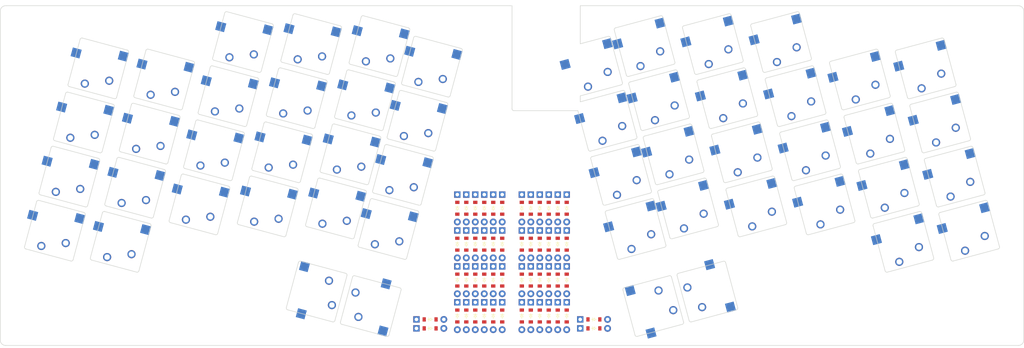
<source format=kicad_pcb>
(kicad_pcb (version 20171130) (host pcbnew 5.1.6)
  (title_block (title plate) (rev v1.0.0) (company Unknown))
  (layers (0 F.Cu signal) (31 B.Cu signal) (34 B.Paste user) (35 F.Paste user) (36 B.SilkS user) (37 F.SilkS user) (38 B.Mask user) (39 F.Mask user) (44 Edge.Cuts user))
  (net 0 "")
  (net 1 "P1")
  (net 2 "outer_bottom")
  (net 3 "outer_home")
  (net 4 "outer_top")
  (net 5 "outer_num")
  (net 6 "P0")
  (net 7 "pinky_bottom")
  (net 8 "pinky_home")
  (net 9 "pinky_top")
  (net 10 "pinky_num")
  (net 11 "P2")
  (net 12 "ring_bottom")
  (net 13 "ring_home")
  (net 14 "ring_top")
  (net 15 "ring_num")
  (net 16 "P3")
  (net 17 "middle_bottom")
  (net 18 "middle_home")
  (net 19 "middle_top")
  (net 20 "middle_num")
  (net 21 "P4")
  (net 22 "index_bottom")
  (net 23 "index_home")
  (net 24 "index_top")
  (net 25 "index_num")
  (net 26 "P5")
  (net 27 "inner_bottom")
  (net 28 "inner_home")
  (net 29 "inner_top")
  (net 30 "inner_num")
  (net 31 "outer_thumb")
  (net 32 "inner_thumb")
  (net 33 "P6")
  (net 34 "P7")
  (net 35 "P8")
  (net 36 "P9")
  (net 37 "index_thumb")
  (net 38 "P10")
  (net 39 "P21")
  (net 40 "mirror_outer_bottom")
  (net 41 "mirror_outer_home")
  (net 42 "mirror_outer_top")
  (net 43 "mirror_outer_num")
  (net 44 "P20")
  (net 45 "mirror_pinky_bottom")
  (net 46 "mirror_pinky_home")
  (net 47 "mirror_pinky_top")
  (net 48 "mirror_pinky_num")
  (net 49 "P19")
  (net 50 "mirror_ring_bottom")
  (net 51 "mirror_ring_home")
  (net 52 "mirror_ring_top")
  (net 53 "mirror_ring_num")
  (net 54 "P18")
  (net 55 "mirror_middle_bottom")
  (net 56 "mirror_middle_home")
  (net 57 "mirror_middle_top")
  (net 58 "mirror_middle_num")
  (net 59 "P15")
  (net 60 "mirror_index_bottom")
  (net 61 "mirror_index_home")
  (net 62 "mirror_index_top")
  (net 63 "mirror_index_num")
  (net 64 "P14")
  (net 65 "mirror_inner_bottom")
  (net 66 "mirror_inner_home")
  (net 67 "mirror_inner_top")
  (net 68 "mirror_inner_num")
  (net 69 "mirror_outer_thumb")
  (net 70 "mirror_inner_thumb")
  (net 71 "mirror_index_thumb")
  (module MX (layer F.Cu) (at 17.8696278 4.7881523 165)
    (fp_text reference "S1" hide)
    (fp_text value "" hide)
    (pad "" np_thru_hole circle (at 0 0) (size 3.9878 3.9878) (drill 3.9878) (layers *.Cu *.Mask))
    (pad "" np_thru_hole circle (at 5.08 0) (size 1.7018 1.7018) (drill 1.7018) (layers *.Cu *.Mask))
    (pad "" np_thru_hole circle (at -5.08 0) (size 1.7018 1.7018) (drill 1.7018) (layers *.Cu *.Mask))
    (pad 1 thru_hole circle (at 2.54 -5.08) (size 2.286 2.286) (drill 1.4986) (layers *.Cu *.Mask) (net 1 "P1"))
    (pad 2 thru_hole circle (at -3.81 -2.54) (size 2.286 2.286) (drill 1.4986) (layers *.Cu *.Mask) (net 2 "outer_bottom"))
  )
  (module MX (layer F.Cu) (at 17.8696278 4.7881523 -15)
    (fp_text reference "S2" hide)
    (fp_text value "" hide)
    (pad "" np_thru_hole circle (at 0 0) (size 3.9878 3.9878) (drill 3.9878) (layers *.Cu *.Mask))
    (pad "" np_thru_hole circle (at 5.08 0) (size 1.7018 1.7018) (drill 1.7018) (layers *.Cu *.Mask))
    (pad "" np_thru_hole circle (at -5.08 0) (size 1.7018 1.7018) (drill 1.7018) (layers *.Cu *.Mask))
    (pad "" np_thru_hole circle (at 2.54 -5.08) (size 3 3) (drill 3) (layers *.Cu *.Mask))
    (pad "" np_thru_hole circle (at -3.81 -2.54) (size 3 3) (drill 3) (layers *.Cu *.Mask))
    (pad 1 smd rect (at -7.085 -2.54 165) (size 2.55 2.5) (layers B.Cu B.Paste B.Mask) (net 1 "P1"))
    (pad 2 smd rect (at 5.842 -5.08 165) (size 2.55 2.5) (layers B.Cu B.Paste B.Mask) (net 2 "outer_bottom"))
  )
  (module MX (layer F.Cu) (at 21.9072049 -10.2802906 165)
    (fp_text reference "S3" hide)
    (fp_text value "" hide)
    (pad "" np_thru_hole circle (at 0 0) (size 3.9878 3.9878) (drill 3.9878) (layers *.Cu *.Mask))
    (pad "" np_thru_hole circle (at 5.08 0) (size 1.7018 1.7018) (drill 1.7018) (layers *.Cu *.Mask))
    (pad "" np_thru_hole circle (at -5.08 0) (size 1.7018 1.7018) (drill 1.7018) (layers *.Cu *.Mask))
    (pad 1 thru_hole circle (at 2.54 -5.08) (size 2.286 2.286) (drill 1.4986) (layers *.Cu *.Mask) (net 1 "P1"))
    (pad 2 thru_hole circle (at -3.81 -2.54) (size 2.286 2.286) (drill 1.4986) (layers *.Cu *.Mask) (net 3 "outer_home"))
  )
  (module MX (layer F.Cu) (at 21.9072049 -10.2802906 -15)
    (fp_text reference "S4" hide)
    (fp_text value "" hide)
    (pad "" np_thru_hole circle (at 0 0) (size 3.9878 3.9878) (drill 3.9878) (layers *.Cu *.Mask))
    (pad "" np_thru_hole circle (at 5.08 0) (size 1.7018 1.7018) (drill 1.7018) (layers *.Cu *.Mask))
    (pad "" np_thru_hole circle (at -5.08 0) (size 1.7018 1.7018) (drill 1.7018) (layers *.Cu *.Mask))
    (pad "" np_thru_hole circle (at 2.54 -5.08) (size 3 3) (drill 3) (layers *.Cu *.Mask))
    (pad "" np_thru_hole circle (at -3.81 -2.54) (size 3 3) (drill 3) (layers *.Cu *.Mask))
    (pad 1 smd rect (at -7.085 -2.54 165) (size 2.55 2.5) (layers B.Cu B.Paste B.Mask) (net 1 "P1"))
    (pad 2 smd rect (at 5.842 -5.08 165) (size 2.55 2.5) (layers B.Cu B.Paste B.Mask) (net 3 "outer_home"))
  )
  (module MX (layer F.Cu) (at 25.944782 -25.3487334 165)
    (fp_text reference "S5" hide)
    (fp_text value "" hide)
    (pad "" np_thru_hole circle (at 0 0) (size 3.9878 3.9878) (drill 3.9878) (layers *.Cu *.Mask))
    (pad "" np_thru_hole circle (at 5.08 0) (size 1.7018 1.7018) (drill 1.7018) (layers *.Cu *.Mask))
    (pad "" np_thru_hole circle (at -5.08 0) (size 1.7018 1.7018) (drill 1.7018) (layers *.Cu *.Mask))
    (pad 1 thru_hole circle (at 2.54 -5.08) (size 2.286 2.286) (drill 1.4986) (layers *.Cu *.Mask) (net 1 "P1"))
    (pad 2 thru_hole circle (at -3.81 -2.54) (size 2.286 2.286) (drill 1.4986) (layers *.Cu *.Mask) (net 4 "outer_top"))
  )
  (module MX (layer F.Cu) (at 25.944782 -25.3487334 -15)
    (fp_text reference "S6" hide)
    (fp_text value "" hide)
    (pad "" np_thru_hole circle (at 0 0) (size 3.9878 3.9878) (drill 3.9878) (layers *.Cu *.Mask))
    (pad "" np_thru_hole circle (at 5.08 0) (size 1.7018 1.7018) (drill 1.7018) (layers *.Cu *.Mask))
    (pad "" np_thru_hole circle (at -5.08 0) (size 1.7018 1.7018) (drill 1.7018) (layers *.Cu *.Mask))
    (pad "" np_thru_hole circle (at 2.54 -5.08) (size 3 3) (drill 3) (layers *.Cu *.Mask))
    (pad "" np_thru_hole circle (at -3.81 -2.54) (size 3 3) (drill 3) (layers *.Cu *.Mask))
    (pad 1 smd rect (at -7.085 -2.54 165) (size 2.55 2.5) (layers B.Cu B.Paste B.Mask) (net 1 "P1"))
    (pad 2 smd rect (at 5.842 -5.08 165) (size 2.55 2.5) (layers B.Cu B.Paste B.Mask) (net 4 "outer_top"))
  )
  (module MX (layer F.Cu) (at 29.9823591 -40.4171763 165)
    (fp_text reference "S7" hide)
    (fp_text value "" hide)
    (pad "" np_thru_hole circle (at 0 0) (size 3.9878 3.9878) (drill 3.9878) (layers *.Cu *.Mask))
    (pad "" np_thru_hole circle (at 5.08 0) (size 1.7018 1.7018) (drill 1.7018) (layers *.Cu *.Mask))
    (pad "" np_thru_hole circle (at -5.08 0) (size 1.7018 1.7018) (drill 1.7018) (layers *.Cu *.Mask))
    (pad 1 thru_hole circle (at 2.54 -5.08) (size 2.286 2.286) (drill 1.4986) (layers *.Cu *.Mask) (net 1 "P1"))
    (pad 2 thru_hole circle (at -3.81 -2.54) (size 2.286 2.286) (drill 1.4986) (layers *.Cu *.Mask) (net 5 "outer_num"))
  )
  (module MX (layer F.Cu) (at 29.9823591 -40.4171763 -15)
    (fp_text reference "S8" hide)
    (fp_text value "" hide)
    (pad "" np_thru_hole circle (at 0 0) (size 3.9878 3.9878) (drill 3.9878) (layers *.Cu *.Mask))
    (pad "" np_thru_hole circle (at 5.08 0) (size 1.7018 1.7018) (drill 1.7018) (layers *.Cu *.Mask))
    (pad "" np_thru_hole circle (at -5.08 0) (size 1.7018 1.7018) (drill 1.7018) (layers *.Cu *.Mask))
    (pad "" np_thru_hole circle (at 2.54 -5.08) (size 3 3) (drill 3) (layers *.Cu *.Mask))
    (pad "" np_thru_hole circle (at -3.81 -2.54) (size 3 3) (drill 3) (layers *.Cu *.Mask))
    (pad 1 smd rect (at -7.085 -2.54 165) (size 2.55 2.5) (layers B.Cu B.Paste B.Mask) (net 1 "P1"))
    (pad 2 smd rect (at 5.842 -5.08 165) (size 2.55 2.5) (layers B.Cu B.Paste B.Mask) (net 5 "outer_num"))
  )
  (module MX (layer F.Cu) (at 36.1921889 7.8859345 165)
    (fp_text reference "S9" hide)
    (fp_text value "" hide)
    (pad "" np_thru_hole circle (at 0 0) (size 3.9878 3.9878) (drill 3.9878) (layers *.Cu *.Mask))
    (pad "" np_thru_hole circle (at 5.08 0) (size 1.7018 1.7018) (drill 1.7018) (layers *.Cu *.Mask))
    (pad "" np_thru_hole circle (at -5.08 0) (size 1.7018 1.7018) (drill 1.7018) (layers *.Cu *.Mask))
    (pad 1 thru_hole circle (at 2.54 -5.08) (size 2.286 2.286) (drill 1.4986) (layers *.Cu *.Mask) (net 6 "P0"))
    (pad 2 thru_hole circle (at -3.81 -2.54) (size 2.286 2.286) (drill 1.4986) (layers *.Cu *.Mask) (net 7 "pinky_bottom"))
  )
  (module MX (layer F.Cu) (at 36.1921889 7.8859345 -15)
    (fp_text reference "S10" hide)
    (fp_text value "" hide)
    (pad "" np_thru_hole circle (at 0 0) (size 3.9878 3.9878) (drill 3.9878) (layers *.Cu *.Mask))
    (pad "" np_thru_hole circle (at 5.08 0) (size 1.7018 1.7018) (drill 1.7018) (layers *.Cu *.Mask))
    (pad "" np_thru_hole circle (at -5.08 0) (size 1.7018 1.7018) (drill 1.7018) (layers *.Cu *.Mask))
    (pad "" np_thru_hole circle (at 2.54 -5.08) (size 3 3) (drill 3) (layers *.Cu *.Mask))
    (pad "" np_thru_hole circle (at -3.81 -2.54) (size 3 3) (drill 3) (layers *.Cu *.Mask))
    (pad 1 smd rect (at -7.085 -2.54 165) (size 2.55 2.5) (layers B.Cu B.Paste B.Mask) (net 6 "P0"))
    (pad 2 smd rect (at 5.842 -5.08 165) (size 2.55 2.5) (layers B.Cu B.Paste B.Mask) (net 7 "pinky_bottom"))
  )
  (module MX (layer F.Cu) (at 40.229766 -7.1825084 165)
    (fp_text reference "S11" hide)
    (fp_text value "" hide)
    (pad "" np_thru_hole circle (at 0 0) (size 3.9878 3.9878) (drill 3.9878) (layers *.Cu *.Mask))
    (pad "" np_thru_hole circle (at 5.08 0) (size 1.7018 1.7018) (drill 1.7018) (layers *.Cu *.Mask))
    (pad "" np_thru_hole circle (at -5.08 0) (size 1.7018 1.7018) (drill 1.7018) (layers *.Cu *.Mask))
    (pad 1 thru_hole circle (at 2.54 -5.08) (size 2.286 2.286) (drill 1.4986) (layers *.Cu *.Mask) (net 6 "P0"))
    (pad 2 thru_hole circle (at -3.81 -2.54) (size 2.286 2.286) (drill 1.4986) (layers *.Cu *.Mask) (net 8 "pinky_home"))
  )
  (module MX (layer F.Cu) (at 40.229766 -7.1825084 -15)
    (fp_text reference "S12" hide)
    (fp_text value "" hide)
    (pad "" np_thru_hole circle (at 0 0) (size 3.9878 3.9878) (drill 3.9878) (layers *.Cu *.Mask))
    (pad "" np_thru_hole circle (at 5.08 0) (size 1.7018 1.7018) (drill 1.7018) (layers *.Cu *.Mask))
    (pad "" np_thru_hole circle (at -5.08 0) (size 1.7018 1.7018) (drill 1.7018) (layers *.Cu *.Mask))
    (pad "" np_thru_hole circle (at 2.54 -5.08) (size 3 3) (drill 3) (layers *.Cu *.Mask))
    (pad "" np_thru_hole circle (at -3.81 -2.54) (size 3 3) (drill 3) (layers *.Cu *.Mask))
    (pad 1 smd rect (at -7.085 -2.54 165) (size 2.55 2.5) (layers B.Cu B.Paste B.Mask) (net 6 "P0"))
    (pad 2 smd rect (at 5.842 -5.08 165) (size 2.55 2.5) (layers B.Cu B.Paste B.Mask) (net 8 "pinky_home"))
  )
  (module MX (layer F.Cu) (at 44.2673431 -22.2509513 165)
    (fp_text reference "S13" hide)
    (fp_text value "" hide)
    (pad "" np_thru_hole circle (at 0 0) (size 3.9878 3.9878) (drill 3.9878) (layers *.Cu *.Mask))
    (pad "" np_thru_hole circle (at 5.08 0) (size 1.7018 1.7018) (drill 1.7018) (layers *.Cu *.Mask))
    (pad "" np_thru_hole circle (at -5.08 0) (size 1.7018 1.7018) (drill 1.7018) (layers *.Cu *.Mask))
    (pad 1 thru_hole circle (at 2.54 -5.08) (size 2.286 2.286) (drill 1.4986) (layers *.Cu *.Mask) (net 6 "P0"))
    (pad 2 thru_hole circle (at -3.81 -2.54) (size 2.286 2.286) (drill 1.4986) (layers *.Cu *.Mask) (net 9 "pinky_top"))
  )
  (module MX (layer F.Cu) (at 44.2673431 -22.2509513 -15)
    (fp_text reference "S14" hide)
    (fp_text value "" hide)
    (pad "" np_thru_hole circle (at 0 0) (size 3.9878 3.9878) (drill 3.9878) (layers *.Cu *.Mask))
    (pad "" np_thru_hole circle (at 5.08 0) (size 1.7018 1.7018) (drill 1.7018) (layers *.Cu *.Mask))
    (pad "" np_thru_hole circle (at -5.08 0) (size 1.7018 1.7018) (drill 1.7018) (layers *.Cu *.Mask))
    (pad "" np_thru_hole circle (at 2.54 -5.08) (size 3 3) (drill 3) (layers *.Cu *.Mask))
    (pad "" np_thru_hole circle (at -3.81 -2.54) (size 3 3) (drill 3) (layers *.Cu *.Mask))
    (pad 1 smd rect (at -7.085 -2.54 165) (size 2.55 2.5) (layers B.Cu B.Paste B.Mask) (net 6 "P0"))
    (pad 2 smd rect (at 5.842 -5.08 165) (size 2.55 2.5) (layers B.Cu B.Paste B.Mask) (net 9 "pinky_top"))
  )
  (module MX (layer F.Cu) (at 48.3049202 -37.3193942 165)
    (fp_text reference "S15" hide)
    (fp_text value "" hide)
    (pad "" np_thru_hole circle (at 0 0) (size 3.9878 3.9878) (drill 3.9878) (layers *.Cu *.Mask))
    (pad "" np_thru_hole circle (at 5.08 0) (size 1.7018 1.7018) (drill 1.7018) (layers *.Cu *.Mask))
    (pad "" np_thru_hole circle (at -5.08 0) (size 1.7018 1.7018) (drill 1.7018) (layers *.Cu *.Mask))
    (pad 1 thru_hole circle (at 2.54 -5.08) (size 2.286 2.286) (drill 1.4986) (layers *.Cu *.Mask) (net 6 "P0"))
    (pad 2 thru_hole circle (at -3.81 -2.54) (size 2.286 2.286) (drill 1.4986) (layers *.Cu *.Mask) (net 10 "pinky_num"))
  )
  (module MX (layer F.Cu) (at 48.3049202 -37.3193942 -15)
    (fp_text reference "S16" hide)
    (fp_text value "" hide)
    (pad "" np_thru_hole circle (at 0 0) (size 3.9878 3.9878) (drill 3.9878) (layers *.Cu *.Mask))
    (pad "" np_thru_hole circle (at 5.08 0) (size 1.7018 1.7018) (drill 1.7018) (layers *.Cu *.Mask))
    (pad "" np_thru_hole circle (at -5.08 0) (size 1.7018 1.7018) (drill 1.7018) (layers *.Cu *.Mask))
    (pad "" np_thru_hole circle (at 2.54 -5.08) (size 3 3) (drill 3) (layers *.Cu *.Mask))
    (pad "" np_thru_hole circle (at -3.81 -2.54) (size 3 3) (drill 3) (layers *.Cu *.Mask))
    (pad 1 smd rect (at -7.085 -2.54 165) (size 2.55 2.5) (layers B.Cu B.Paste B.Mask) (net 6 "P0"))
    (pad 2 smd rect (at 5.842 -5.08 165) (size 2.55 2.5) (layers B.Cu B.Paste B.Mask) (net 10 "pinky_num"))
  )
  (module MX (layer F.Cu) (at 58.1382166 -2.539245 165)
    (fp_text reference "S17" hide)
    (fp_text value "" hide)
    (pad "" np_thru_hole circle (at 0 0) (size 3.9878 3.9878) (drill 3.9878) (layers *.Cu *.Mask))
    (pad "" np_thru_hole circle (at 5.08 0) (size 1.7018 1.7018) (drill 1.7018) (layers *.Cu *.Mask))
    (pad "" np_thru_hole circle (at -5.08 0) (size 1.7018 1.7018) (drill 1.7018) (layers *.Cu *.Mask))
    (pad 1 thru_hole circle (at 2.54 -5.08) (size 2.286 2.286) (drill 1.4986) (layers *.Cu *.Mask) (net 11 "P2"))
    (pad 2 thru_hole circle (at -3.81 -2.54) (size 2.286 2.286) (drill 1.4986) (layers *.Cu *.Mask) (net 12 "ring_bottom"))
  )
  (module MX (layer F.Cu) (at 58.1382166 -2.539245 -15)
    (fp_text reference "S18" hide)
    (fp_text value "" hide)
    (pad "" np_thru_hole circle (at 0 0) (size 3.9878 3.9878) (drill 3.9878) (layers *.Cu *.Mask))
    (pad "" np_thru_hole circle (at 5.08 0) (size 1.7018 1.7018) (drill 1.7018) (layers *.Cu *.Mask))
    (pad "" np_thru_hole circle (at -5.08 0) (size 1.7018 1.7018) (drill 1.7018) (layers *.Cu *.Mask))
    (pad "" np_thru_hole circle (at 2.54 -5.08) (size 3 3) (drill 3) (layers *.Cu *.Mask))
    (pad "" np_thru_hole circle (at -3.81 -2.54) (size 3 3) (drill 3) (layers *.Cu *.Mask))
    (pad 1 smd rect (at -7.085 -2.54 165) (size 2.55 2.5) (layers B.Cu B.Paste B.Mask) (net 11 "P2"))
    (pad 2 smd rect (at 5.842 -5.08 165) (size 2.55 2.5) (layers B.Cu B.Paste B.Mask) (net 12 "ring_bottom"))
  )
  (module MX (layer F.Cu) (at 62.1757938 -17.6076878 165)
    (fp_text reference "S19" hide)
    (fp_text value "" hide)
    (pad "" np_thru_hole circle (at 0 0) (size 3.9878 3.9878) (drill 3.9878) (layers *.Cu *.Mask))
    (pad "" np_thru_hole circle (at 5.08 0) (size 1.7018 1.7018) (drill 1.7018) (layers *.Cu *.Mask))
    (pad "" np_thru_hole circle (at -5.08 0) (size 1.7018 1.7018) (drill 1.7018) (layers *.Cu *.Mask))
    (pad 1 thru_hole circle (at 2.54 -5.08) (size 2.286 2.286) (drill 1.4986) (layers *.Cu *.Mask) (net 11 "P2"))
    (pad 2 thru_hole circle (at -3.81 -2.54) (size 2.286 2.286) (drill 1.4986) (layers *.Cu *.Mask) (net 13 "ring_home"))
  )
  (module MX (layer F.Cu) (at 62.1757938 -17.6076878 -15)
    (fp_text reference "S20" hide)
    (fp_text value "" hide)
    (pad "" np_thru_hole circle (at 0 0) (size 3.9878 3.9878) (drill 3.9878) (layers *.Cu *.Mask))
    (pad "" np_thru_hole circle (at 5.08 0) (size 1.7018 1.7018) (drill 1.7018) (layers *.Cu *.Mask))
    (pad "" np_thru_hole circle (at -5.08 0) (size 1.7018 1.7018) (drill 1.7018) (layers *.Cu *.Mask))
    (pad "" np_thru_hole circle (at 2.54 -5.08) (size 3 3) (drill 3) (layers *.Cu *.Mask))
    (pad "" np_thru_hole circle (at -3.81 -2.54) (size 3 3) (drill 3) (layers *.Cu *.Mask))
    (pad 1 smd rect (at -7.085 -2.54 165) (size 2.55 2.5) (layers B.Cu B.Paste B.Mask) (net 11 "P2"))
    (pad 2 smd rect (at 5.842 -5.08 165) (size 2.55 2.5) (layers B.Cu B.Paste B.Mask) (net 13 "ring_home"))
  )
  (module MX (layer F.Cu) (at 66.2133709 -32.6761307 165)
    (fp_text reference "S21" hide)
    (fp_text value "" hide)
    (pad "" np_thru_hole circle (at 0 0) (size 3.9878 3.9878) (drill 3.9878) (layers *.Cu *.Mask))
    (pad "" np_thru_hole circle (at 5.08 0) (size 1.7018 1.7018) (drill 1.7018) (layers *.Cu *.Mask))
    (pad "" np_thru_hole circle (at -5.08 0) (size 1.7018 1.7018) (drill 1.7018) (layers *.Cu *.Mask))
    (pad 1 thru_hole circle (at 2.54 -5.08) (size 2.286 2.286) (drill 1.4986) (layers *.Cu *.Mask) (net 11 "P2"))
    (pad 2 thru_hole circle (at -3.81 -2.54) (size 2.286 2.286) (drill 1.4986) (layers *.Cu *.Mask) (net 14 "ring_top"))
  )
  (module MX (layer F.Cu) (at 66.2133709 -32.6761307 -15)
    (fp_text reference "S22" hide)
    (fp_text value "" hide)
    (pad "" np_thru_hole circle (at 0 0) (size 3.9878 3.9878) (drill 3.9878) (layers *.Cu *.Mask))
    (pad "" np_thru_hole circle (at 5.08 0) (size 1.7018 1.7018) (drill 1.7018) (layers *.Cu *.Mask))
    (pad "" np_thru_hole circle (at -5.08 0) (size 1.7018 1.7018) (drill 1.7018) (layers *.Cu *.Mask))
    (pad "" np_thru_hole circle (at 2.54 -5.08) (size 3 3) (drill 3) (layers *.Cu *.Mask))
    (pad "" np_thru_hole circle (at -3.81 -2.54) (size 3 3) (drill 3) (layers *.Cu *.Mask))
    (pad 1 smd rect (at -7.085 -2.54 165) (size 2.55 2.5) (layers B.Cu B.Paste B.Mask) (net 11 "P2"))
    (pad 2 smd rect (at 5.842 -5.08 165) (size 2.55 2.5) (layers B.Cu B.Paste B.Mask) (net 14 "ring_top"))
  )
  (module MX (layer F.Cu) (at 70.250948 -47.7445736 165)
    (fp_text reference "S23" hide)
    (fp_text value "" hide)
    (pad "" np_thru_hole circle (at 0 0) (size 3.9878 3.9878) (drill 3.9878) (layers *.Cu *.Mask))
    (pad "" np_thru_hole circle (at 5.08 0) (size 1.7018 1.7018) (drill 1.7018) (layers *.Cu *.Mask))
    (pad "" np_thru_hole circle (at -5.08 0) (size 1.7018 1.7018) (drill 1.7018) (layers *.Cu *.Mask))
    (pad 1 thru_hole circle (at 2.54 -5.08) (size 2.286 2.286) (drill 1.4986) (layers *.Cu *.Mask) (net 11 "P2"))
    (pad 2 thru_hole circle (at -3.81 -2.54) (size 2.286 2.286) (drill 1.4986) (layers *.Cu *.Mask) (net 15 "ring_num"))
  )
  (module MX (layer F.Cu) (at 70.250948 -47.7445736 -15)
    (fp_text reference "S24" hide)
    (fp_text value "" hide)
    (pad "" np_thru_hole circle (at 0 0) (size 3.9878 3.9878) (drill 3.9878) (layers *.Cu *.Mask))
    (pad "" np_thru_hole circle (at 5.08 0) (size 1.7018 1.7018) (drill 1.7018) (layers *.Cu *.Mask))
    (pad "" np_thru_hole circle (at -5.08 0) (size 1.7018 1.7018) (drill 1.7018) (layers *.Cu *.Mask))
    (pad "" np_thru_hole circle (at 2.54 -5.08) (size 3 3) (drill 3) (layers *.Cu *.Mask))
    (pad "" np_thru_hole circle (at -3.81 -2.54) (size 3 3) (drill 3) (layers *.Cu *.Mask))
    (pad 1 smd rect (at -7.085 -2.54 165) (size 2.55 2.5) (layers B.Cu B.Paste B.Mask) (net 11 "P2"))
    (pad 2 smd rect (at 5.842 -5.08 165) (size 2.55 2.5) (layers B.Cu B.Paste B.Mask) (net 15 "ring_num"))
  )
  (module MX (layer F.Cu) (at 77.1401778 -1.9770181 165)
    (fp_text reference "S25" hide)
    (fp_text value "" hide)
    (pad "" np_thru_hole circle (at 0 0) (size 3.9878 3.9878) (drill 3.9878) (layers *.Cu *.Mask))
    (pad "" np_thru_hole circle (at 5.08 0) (size 1.7018 1.7018) (drill 1.7018) (layers *.Cu *.Mask))
    (pad "" np_thru_hole circle (at -5.08 0) (size 1.7018 1.7018) (drill 1.7018) (layers *.Cu *.Mask))
    (pad 1 thru_hole circle (at 2.54 -5.08) (size 2.286 2.286) (drill 1.4986) (layers *.Cu *.Mask) (net 16 "P3"))
    (pad 2 thru_hole circle (at -3.81 -2.54) (size 2.286 2.286) (drill 1.4986) (layers *.Cu *.Mask) (net 17 "middle_bottom"))
  )
  (module MX (layer F.Cu) (at 77.1401778 -1.9770181 -15)
    (fp_text reference "S26" hide)
    (fp_text value "" hide)
    (pad "" np_thru_hole circle (at 0 0) (size 3.9878 3.9878) (drill 3.9878) (layers *.Cu *.Mask))
    (pad "" np_thru_hole circle (at 5.08 0) (size 1.7018 1.7018) (drill 1.7018) (layers *.Cu *.Mask))
    (pad "" np_thru_hole circle (at -5.08 0) (size 1.7018 1.7018) (drill 1.7018) (layers *.Cu *.Mask))
    (pad "" np_thru_hole circle (at 2.54 -5.08) (size 3 3) (drill 3) (layers *.Cu *.Mask))
    (pad "" np_thru_hole circle (at -3.81 -2.54) (size 3 3) (drill 3) (layers *.Cu *.Mask))
    (pad 1 smd rect (at -7.085 -2.54 165) (size 2.55 2.5) (layers B.Cu B.Paste B.Mask) (net 16 "P3"))
    (pad 2 smd rect (at 5.842 -5.08 165) (size 2.55 2.5) (layers B.Cu B.Paste B.Mask) (net 17 "middle_bottom"))
  )
  (module MX (layer F.Cu) (at 81.1777549 -17.045461 165)
    (fp_text reference "S27" hide)
    (fp_text value "" hide)
    (pad "" np_thru_hole circle (at 0 0) (size 3.9878 3.9878) (drill 3.9878) (layers *.Cu *.Mask))
    (pad "" np_thru_hole circle (at 5.08 0) (size 1.7018 1.7018) (drill 1.7018) (layers *.Cu *.Mask))
    (pad "" np_thru_hole circle (at -5.08 0) (size 1.7018 1.7018) (drill 1.7018) (layers *.Cu *.Mask))
    (pad 1 thru_hole circle (at 2.54 -5.08) (size 2.286 2.286) (drill 1.4986) (layers *.Cu *.Mask) (net 16 "P3"))
    (pad 2 thru_hole circle (at -3.81 -2.54) (size 2.286 2.286) (drill 1.4986) (layers *.Cu *.Mask) (net 18 "middle_home"))
  )
  (module MX (layer F.Cu) (at 81.1777549 -17.045461 -15)
    (fp_text reference "S28" hide)
    (fp_text value "" hide)
    (pad "" np_thru_hole circle (at 0 0) (size 3.9878 3.9878) (drill 3.9878) (layers *.Cu *.Mask))
    (pad "" np_thru_hole circle (at 5.08 0) (size 1.7018 1.7018) (drill 1.7018) (layers *.Cu *.Mask))
    (pad "" np_thru_hole circle (at -5.08 0) (size 1.7018 1.7018) (drill 1.7018) (layers *.Cu *.Mask))
    (pad "" np_thru_hole circle (at 2.54 -5.08) (size 3 3) (drill 3) (layers *.Cu *.Mask))
    (pad "" np_thru_hole circle (at -3.81 -2.54) (size 3 3) (drill 3) (layers *.Cu *.Mask))
    (pad 1 smd rect (at -7.085 -2.54 165) (size 2.55 2.5) (layers B.Cu B.Paste B.Mask) (net 16 "P3"))
    (pad 2 smd rect (at 5.842 -5.08 165) (size 2.55 2.5) (layers B.Cu B.Paste B.Mask) (net 18 "middle_home"))
  )
  (module MX (layer F.Cu) (at 85.215332 -32.1139039 165)
    (fp_text reference "S29" hide)
    (fp_text value "" hide)
    (pad "" np_thru_hole circle (at 0 0) (size 3.9878 3.9878) (drill 3.9878) (layers *.Cu *.Mask))
    (pad "" np_thru_hole circle (at 5.08 0) (size 1.7018 1.7018) (drill 1.7018) (layers *.Cu *.Mask))
    (pad "" np_thru_hole circle (at -5.08 0) (size 1.7018 1.7018) (drill 1.7018) (layers *.Cu *.Mask))
    (pad 1 thru_hole circle (at 2.54 -5.08) (size 2.286 2.286) (drill 1.4986) (layers *.Cu *.Mask) (net 16 "P3"))
    (pad 2 thru_hole circle (at -3.81 -2.54) (size 2.286 2.286) (drill 1.4986) (layers *.Cu *.Mask) (net 19 "middle_top"))
  )
  (module MX (layer F.Cu) (at 85.215332 -32.1139039 -15)
    (fp_text reference "S30" hide)
    (fp_text value "" hide)
    (pad "" np_thru_hole circle (at 0 0) (size 3.9878 3.9878) (drill 3.9878) (layers *.Cu *.Mask))
    (pad "" np_thru_hole circle (at 5.08 0) (size 1.7018 1.7018) (drill 1.7018) (layers *.Cu *.Mask))
    (pad "" np_thru_hole circle (at -5.08 0) (size 1.7018 1.7018) (drill 1.7018) (layers *.Cu *.Mask))
    (pad "" np_thru_hole circle (at 2.54 -5.08) (size 3 3) (drill 3) (layers *.Cu *.Mask))
    (pad "" np_thru_hole circle (at -3.81 -2.54) (size 3 3) (drill 3) (layers *.Cu *.Mask))
    (pad 1 smd rect (at -7.085 -2.54 165) (size 2.55 2.5) (layers B.Cu B.Paste B.Mask) (net 16 "P3"))
    (pad 2 smd rect (at 5.842 -5.08 165) (size 2.55 2.5) (layers B.Cu B.Paste B.Mask) (net 19 "middle_top"))
  )
  (module MX (layer F.Cu) (at 89.2529091 -47.1823468 165)
    (fp_text reference "S31" hide)
    (fp_text value "" hide)
    (pad "" np_thru_hole circle (at 0 0) (size 3.9878 3.9878) (drill 3.9878) (layers *.Cu *.Mask))
    (pad "" np_thru_hole circle (at 5.08 0) (size 1.7018 1.7018) (drill 1.7018) (layers *.Cu *.Mask))
    (pad "" np_thru_hole circle (at -5.08 0) (size 1.7018 1.7018) (drill 1.7018) (layers *.Cu *.Mask))
    (pad 1 thru_hole circle (at 2.54 -5.08) (size 2.286 2.286) (drill 1.4986) (layers *.Cu *.Mask) (net 16 "P3"))
    (pad 2 thru_hole circle (at -3.81 -2.54) (size 2.286 2.286) (drill 1.4986) (layers *.Cu *.Mask) (net 20 "middle_num"))
  )
  (module MX (layer F.Cu) (at 89.2529091 -47.1823468 -15)
    (fp_text reference "S32" hide)
    (fp_text value "" hide)
    (pad "" np_thru_hole circle (at 0 0) (size 3.9878 3.9878) (drill 3.9878) (layers *.Cu *.Mask))
    (pad "" np_thru_hole circle (at 5.08 0) (size 1.7018 1.7018) (drill 1.7018) (layers *.Cu *.Mask))
    (pad "" np_thru_hole circle (at -5.08 0) (size 1.7018 1.7018) (drill 1.7018) (layers *.Cu *.Mask))
    (pad "" np_thru_hole circle (at 2.54 -5.08) (size 3 3) (drill 3) (layers *.Cu *.Mask))
    (pad "" np_thru_hole circle (at -3.81 -2.54) (size 3 3) (drill 3) (layers *.Cu *.Mask))
    (pad 1 smd rect (at -7.085 -2.54 165) (size 2.55 2.5) (layers B.Cu B.Paste B.Mask) (net 16 "P3"))
    (pad 2 smd rect (at 5.842 -5.08 165) (size 2.55 2.5) (layers B.Cu B.Paste B.Mask) (net 20 "middle_num"))
  )
  (module MX (layer F.Cu) (at 96.1421389 -1.4147913 165)
    (fp_text reference "S33" hide)
    (fp_text value "" hide)
    (pad "" np_thru_hole circle (at 0 0) (size 3.9878 3.9878) (drill 3.9878) (layers *.Cu *.Mask))
    (pad "" np_thru_hole circle (at 5.08 0) (size 1.7018 1.7018) (drill 1.7018) (layers *.Cu *.Mask))
    (pad "" np_thru_hole circle (at -5.08 0) (size 1.7018 1.7018) (drill 1.7018) (layers *.Cu *.Mask))
    (pad 1 thru_hole circle (at 2.54 -5.08) (size 2.286 2.286) (drill 1.4986) (layers *.Cu *.Mask) (net 21 "P4"))
    (pad 2 thru_hole circle (at -3.81 -2.54) (size 2.286 2.286) (drill 1.4986) (layers *.Cu *.Mask) (net 22 "index_bottom"))
  )
  (module MX (layer F.Cu) (at 96.1421389 -1.4147913 -15)
    (fp_text reference "S34" hide)
    (fp_text value "" hide)
    (pad "" np_thru_hole circle (at 0 0) (size 3.9878 3.9878) (drill 3.9878) (layers *.Cu *.Mask))
    (pad "" np_thru_hole circle (at 5.08 0) (size 1.7018 1.7018) (drill 1.7018) (layers *.Cu *.Mask))
    (pad "" np_thru_hole circle (at -5.08 0) (size 1.7018 1.7018) (drill 1.7018) (layers *.Cu *.Mask))
    (pad "" np_thru_hole circle (at 2.54 -5.08) (size 3 3) (drill 3) (layers *.Cu *.Mask))
    (pad "" np_thru_hole circle (at -3.81 -2.54) (size 3 3) (drill 3) (layers *.Cu *.Mask))
    (pad 1 smd rect (at -7.085 -2.54 165) (size 2.55 2.5) (layers B.Cu B.Paste B.Mask) (net 21 "P4"))
    (pad 2 smd rect (at 5.842 -5.08 165) (size 2.55 2.5) (layers B.Cu B.Paste B.Mask) (net 22 "index_bottom"))
  )
  (module MX (layer F.Cu) (at 100.179716 -16.4832342 165)
    (fp_text reference "S35" hide)
    (fp_text value "" hide)
    (pad "" np_thru_hole circle (at 0 0) (size 3.9878 3.9878) (drill 3.9878) (layers *.Cu *.Mask))
    (pad "" np_thru_hole circle (at 5.08 0) (size 1.7018 1.7018) (drill 1.7018) (layers *.Cu *.Mask))
    (pad "" np_thru_hole circle (at -5.08 0) (size 1.7018 1.7018) (drill 1.7018) (layers *.Cu *.Mask))
    (pad 1 thru_hole circle (at 2.54 -5.08) (size 2.286 2.286) (drill 1.4986) (layers *.Cu *.Mask) (net 21 "P4"))
    (pad 2 thru_hole circle (at -3.81 -2.54) (size 2.286 2.286) (drill 1.4986) (layers *.Cu *.Mask) (net 23 "index_home"))
  )
  (module MX (layer F.Cu) (at 100.179716 -16.4832342 -15)
    (fp_text reference "S36" hide)
    (fp_text value "" hide)
    (pad "" np_thru_hole circle (at 0 0) (size 3.9878 3.9878) (drill 3.9878) (layers *.Cu *.Mask))
    (pad "" np_thru_hole circle (at 5.08 0) (size 1.7018 1.7018) (drill 1.7018) (layers *.Cu *.Mask))
    (pad "" np_thru_hole circle (at -5.08 0) (size 1.7018 1.7018) (drill 1.7018) (layers *.Cu *.Mask))
    (pad "" np_thru_hole circle (at 2.54 -5.08) (size 3 3) (drill 3) (layers *.Cu *.Mask))
    (pad "" np_thru_hole circle (at -3.81 -2.54) (size 3 3) (drill 3) (layers *.Cu *.Mask))
    (pad 1 smd rect (at -7.085 -2.54 165) (size 2.55 2.5) (layers B.Cu B.Paste B.Mask) (net 21 "P4"))
    (pad 2 smd rect (at 5.842 -5.08 165) (size 2.55 2.5) (layers B.Cu B.Paste B.Mask) (net 23 "index_home"))
  )
  (module MX (layer F.Cu) (at 104.2172931 -31.551677 165)
    (fp_text reference "S37" hide)
    (fp_text value "" hide)
    (pad "" np_thru_hole circle (at 0 0) (size 3.9878 3.9878) (drill 3.9878) (layers *.Cu *.Mask))
    (pad "" np_thru_hole circle (at 5.08 0) (size 1.7018 1.7018) (drill 1.7018) (layers *.Cu *.Mask))
    (pad "" np_thru_hole circle (at -5.08 0) (size 1.7018 1.7018) (drill 1.7018) (layers *.Cu *.Mask))
    (pad 1 thru_hole circle (at 2.54 -5.08) (size 2.286 2.286) (drill 1.4986) (layers *.Cu *.Mask) (net 21 "P4"))
    (pad 2 thru_hole circle (at -3.81 -2.54) (size 2.286 2.286) (drill 1.4986) (layers *.Cu *.Mask) (net 24 "index_top"))
  )
  (module MX (layer F.Cu) (at 104.2172931 -31.551677 -15)
    (fp_text reference "S38" hide)
    (fp_text value "" hide)
    (pad "" np_thru_hole circle (at 0 0) (size 3.9878 3.9878) (drill 3.9878) (layers *.Cu *.Mask))
    (pad "" np_thru_hole circle (at 5.08 0) (size 1.7018 1.7018) (drill 1.7018) (layers *.Cu *.Mask))
    (pad "" np_thru_hole circle (at -5.08 0) (size 1.7018 1.7018) (drill 1.7018) (layers *.Cu *.Mask))
    (pad "" np_thru_hole circle (at 2.54 -5.08) (size 3 3) (drill 3) (layers *.Cu *.Mask))
    (pad "" np_thru_hole circle (at -3.81 -2.54) (size 3 3) (drill 3) (layers *.Cu *.Mask))
    (pad 1 smd rect (at -7.085 -2.54 165) (size 2.55 2.5) (layers B.Cu B.Paste B.Mask) (net 21 "P4"))
    (pad 2 smd rect (at 5.842 -5.08 165) (size 2.55 2.5) (layers B.Cu B.Paste B.Mask) (net 24 "index_top"))
  )
  (module MX (layer F.Cu) (at 108.2548702 -46.6201199 165)
    (fp_text reference "S39" hide)
    (fp_text value "" hide)
    (pad "" np_thru_hole circle (at 0 0) (size 3.9878 3.9878) (drill 3.9878) (layers *.Cu *.Mask))
    (pad "" np_thru_hole circle (at 5.08 0) (size 1.7018 1.7018) (drill 1.7018) (layers *.Cu *.Mask))
    (pad "" np_thru_hole circle (at -5.08 0) (size 1.7018 1.7018) (drill 1.7018) (layers *.Cu *.Mask))
    (pad 1 thru_hole circle (at 2.54 -5.08) (size 2.286 2.286) (drill 1.4986) (layers *.Cu *.Mask) (net 21 "P4"))
    (pad 2 thru_hole circle (at -3.81 -2.54) (size 2.286 2.286) (drill 1.4986) (layers *.Cu *.Mask) (net 25 "index_num"))
  )
  (module MX (layer F.Cu) (at 108.2548702 -46.6201199 -15)
    (fp_text reference "S40" hide)
    (fp_text value "" hide)
    (pad "" np_thru_hole circle (at 0 0) (size 3.9878 3.9878) (drill 3.9878) (layers *.Cu *.Mask))
    (pad "" np_thru_hole circle (at 5.08 0) (size 1.7018 1.7018) (drill 1.7018) (layers *.Cu *.Mask))
    (pad "" np_thru_hole circle (at -5.08 0) (size 1.7018 1.7018) (drill 1.7018) (layers *.Cu *.Mask))
    (pad "" np_thru_hole circle (at 2.54 -5.08) (size 3 3) (drill 3) (layers *.Cu *.Mask))
    (pad "" np_thru_hole circle (at -3.81 -2.54) (size 3 3) (drill 3) (layers *.Cu *.Mask))
    (pad 1 smd rect (at -7.085 -2.54 165) (size 2.55 2.5) (layers B.Cu B.Paste B.Mask) (net 21 "P4"))
    (pad 2 smd rect (at 5.842 -5.08 165) (size 2.55 2.5) (layers B.Cu B.Paste B.Mask) (net 25 "index_num"))
  )
  (module MX (layer F.Cu) (at 110.7576484 4.313156 165)
    (fp_text reference "S41" hide)
    (fp_text value "" hide)
    (pad "" np_thru_hole circle (at 0 0) (size 3.9878 3.9878) (drill 3.9878) (layers *.Cu *.Mask))
    (pad "" np_thru_hole circle (at 5.08 0) (size 1.7018 1.7018) (drill 1.7018) (layers *.Cu *.Mask))
    (pad "" np_thru_hole circle (at -5.08 0) (size 1.7018 1.7018) (drill 1.7018) (layers *.Cu *.Mask))
    (pad 1 thru_hole circle (at 2.54 -5.08) (size 2.286 2.286) (drill 1.4986) (layers *.Cu *.Mask) (net 26 "P5"))
    (pad 2 thru_hole circle (at -3.81 -2.54) (size 2.286 2.286) (drill 1.4986) (layers *.Cu *.Mask) (net 27 "inner_bottom"))
  )
  (module MX (layer F.Cu) (at 110.7576484 4.313156 -15)
    (fp_text reference "S42" hide)
    (fp_text value "" hide)
    (pad "" np_thru_hole circle (at 0 0) (size 3.9878 3.9878) (drill 3.9878) (layers *.Cu *.Mask))
    (pad "" np_thru_hole circle (at 5.08 0) (size 1.7018 1.7018) (drill 1.7018) (layers *.Cu *.Mask))
    (pad "" np_thru_hole circle (at -5.08 0) (size 1.7018 1.7018) (drill 1.7018) (layers *.Cu *.Mask))
    (pad "" np_thru_hole circle (at 2.54 -5.08) (size 3 3) (drill 3) (layers *.Cu *.Mask))
    (pad "" np_thru_hole circle (at -3.81 -2.54) (size 3 3) (drill 3) (layers *.Cu *.Mask))
    (pad 1 smd rect (at -7.085 -2.54 165) (size 2.55 2.5) (layers B.Cu B.Paste B.Mask) (net 26 "P5"))
    (pad 2 smd rect (at 5.842 -5.08 165) (size 2.55 2.5) (layers B.Cu B.Paste B.Mask) (net 27 "inner_bottom"))
  )
  (module MX (layer F.Cu) (at 114.7952255 -10.7552869 165)
    (fp_text reference "S43" hide)
    (fp_text value "" hide)
    (pad "" np_thru_hole circle (at 0 0) (size 3.9878 3.9878) (drill 3.9878) (layers *.Cu *.Mask))
    (pad "" np_thru_hole circle (at 5.08 0) (size 1.7018 1.7018) (drill 1.7018) (layers *.Cu *.Mask))
    (pad "" np_thru_hole circle (at -5.08 0) (size 1.7018 1.7018) (drill 1.7018) (layers *.Cu *.Mask))
    (pad 1 thru_hole circle (at 2.54 -5.08) (size 2.286 2.286) (drill 1.4986) (layers *.Cu *.Mask) (net 26 "P5"))
    (pad 2 thru_hole circle (at -3.81 -2.54) (size 2.286 2.286) (drill 1.4986) (layers *.Cu *.Mask) (net 28 "inner_home"))
  )
  (module MX (layer F.Cu) (at 114.7952255 -10.7552869 -15)
    (fp_text reference "S44" hide)
    (fp_text value "" hide)
    (pad "" np_thru_hole circle (at 0 0) (size 3.9878 3.9878) (drill 3.9878) (layers *.Cu *.Mask))
    (pad "" np_thru_hole circle (at 5.08 0) (size 1.7018 1.7018) (drill 1.7018) (layers *.Cu *.Mask))
    (pad "" np_thru_hole circle (at -5.08 0) (size 1.7018 1.7018) (drill 1.7018) (layers *.Cu *.Mask))
    (pad "" np_thru_hole circle (at 2.54 -5.08) (size 3 3) (drill 3) (layers *.Cu *.Mask))
    (pad "" np_thru_hole circle (at -3.81 -2.54) (size 3 3) (drill 3) (layers *.Cu *.Mask))
    (pad 1 smd rect (at -7.085 -2.54 165) (size 2.55 2.5) (layers B.Cu B.Paste B.Mask) (net 26 "P5"))
    (pad 2 smd rect (at 5.842 -5.08 165) (size 2.55 2.5) (layers B.Cu B.Paste B.Mask) (net 28 "inner_home"))
  )
  (module MX (layer F.Cu) (at 118.8328026 -25.8237297 165)
    (fp_text reference "S45" hide)
    (fp_text value "" hide)
    (pad "" np_thru_hole circle (at 0 0) (size 3.9878 3.9878) (drill 3.9878) (layers *.Cu *.Mask))
    (pad "" np_thru_hole circle (at 5.08 0) (size 1.7018 1.7018) (drill 1.7018) (layers *.Cu *.Mask))
    (pad "" np_thru_hole circle (at -5.08 0) (size 1.7018 1.7018) (drill 1.7018) (layers *.Cu *.Mask))
    (pad 1 thru_hole circle (at 2.54 -5.08) (size 2.286 2.286) (drill 1.4986) (layers *.Cu *.Mask) (net 26 "P5"))
    (pad 2 thru_hole circle (at -3.81 -2.54) (size 2.286 2.286) (drill 1.4986) (layers *.Cu *.Mask) (net 29 "inner_top"))
  )
  (module MX (layer F.Cu) (at 118.8328026 -25.8237297 -15)
    (fp_text reference "S46" hide)
    (fp_text value "" hide)
    (pad "" np_thru_hole circle (at 0 0) (size 3.9878 3.9878) (drill 3.9878) (layers *.Cu *.Mask))
    (pad "" np_thru_hole circle (at 5.08 0) (size 1.7018 1.7018) (drill 1.7018) (layers *.Cu *.Mask))
    (pad "" np_thru_hole circle (at -5.08 0) (size 1.7018 1.7018) (drill 1.7018) (layers *.Cu *.Mask))
    (pad "" np_thru_hole circle (at 2.54 -5.08) (size 3 3) (drill 3) (layers *.Cu *.Mask))
    (pad "" np_thru_hole circle (at -3.81 -2.54) (size 3 3) (drill 3) (layers *.Cu *.Mask))
    (pad 1 smd rect (at -7.085 -2.54 165) (size 2.55 2.5) (layers B.Cu B.Paste B.Mask) (net 26 "P5"))
    (pad 2 smd rect (at 5.842 -5.08 165) (size 2.55 2.5) (layers B.Cu B.Paste B.Mask) (net 29 "inner_top"))
  )
  (module MX (layer F.Cu) (at 122.8703797 -40.8921726 165)
    (fp_text reference "S47" hide)
    (fp_text value "" hide)
    (pad "" np_thru_hole circle (at 0 0) (size 3.9878 3.9878) (drill 3.9878) (layers *.Cu *.Mask))
    (pad "" np_thru_hole circle (at 5.08 0) (size 1.7018 1.7018) (drill 1.7018) (layers *.Cu *.Mask))
    (pad "" np_thru_hole circle (at -5.08 0) (size 1.7018 1.7018) (drill 1.7018) (layers *.Cu *.Mask))
    (pad 1 thru_hole circle (at 2.54 -5.08) (size 2.286 2.286) (drill 1.4986) (layers *.Cu *.Mask) (net 26 "P5"))
    (pad 2 thru_hole circle (at -3.81 -2.54) (size 2.286 2.286) (drill 1.4986) (layers *.Cu *.Mask) (net 30 "inner_num"))
  )
  (module MX (layer F.Cu) (at 122.8703797 -40.8921726 -15)
    (fp_text reference "S48" hide)
    (fp_text value "" hide)
    (pad "" np_thru_hole circle (at 0 0) (size 3.9878 3.9878) (drill 3.9878) (layers *.Cu *.Mask))
    (pad "" np_thru_hole circle (at 5.08 0) (size 1.7018 1.7018) (drill 1.7018) (layers *.Cu *.Mask))
    (pad "" np_thru_hole circle (at -5.08 0) (size 1.7018 1.7018) (drill 1.7018) (layers *.Cu *.Mask))
    (pad "" np_thru_hole circle (at 2.54 -5.08) (size 3 3) (drill 3) (layers *.Cu *.Mask))
    (pad "" np_thru_hole circle (at -3.81 -2.54) (size 3 3) (drill 3) (layers *.Cu *.Mask))
    (pad 1 smd rect (at -7.085 -2.54 165) (size 2.55 2.5) (layers B.Cu B.Paste B.Mask) (net 26 "P5"))
    (pad 2 smd rect (at 5.842 -5.08 165) (size 2.55 2.5) (layers B.Cu B.Paste B.Mask) (net 30 "inner_num"))
  )
  (module MX (layer F.Cu) (at 90.76792719999999 21.7330023 255)
    (fp_text reference "S49" hide)
    (fp_text value "" hide)
    (pad "" np_thru_hole circle (at 0 0) (size 3.9878 3.9878) (drill 3.9878) (layers *.Cu *.Mask))
    (pad "" np_thru_hole circle (at 5.08 0) (size 1.7018 1.7018) (drill 1.7018) (layers *.Cu *.Mask))
    (pad "" np_thru_hole circle (at -5.08 0) (size 1.7018 1.7018) (drill 1.7018) (layers *.Cu *.Mask))
    (pad 1 thru_hole circle (at 2.54 -5.08) (size 2.286 2.286) (drill 1.4986) (layers *.Cu *.Mask) (net 21 "P4"))
    (pad 2 thru_hole circle (at -3.81 -2.54) (size 2.286 2.286) (drill 1.4986) (layers *.Cu *.Mask) (net 31 "outer_thumb"))
  )
  (module MX (layer F.Cu) (at 90.76792719999999 21.7330023 75)
    (fp_text reference "S50" hide)
    (fp_text value "" hide)
    (pad "" np_thru_hole circle (at 0 0) (size 3.9878 3.9878) (drill 3.9878) (layers *.Cu *.Mask))
    (pad "" np_thru_hole circle (at 5.08 0) (size 1.7018 1.7018) (drill 1.7018) (layers *.Cu *.Mask))
    (pad "" np_thru_hole circle (at -5.08 0) (size 1.7018 1.7018) (drill 1.7018) (layers *.Cu *.Mask))
    (pad "" np_thru_hole circle (at 2.54 -5.08) (size 3 3) (drill 3) (layers *.Cu *.Mask))
    (pad "" np_thru_hole circle (at -3.81 -2.54) (size 3 3) (drill 3) (layers *.Cu *.Mask))
    (pad 1 smd rect (at -7.085 -2.54 255) (size 2.55 2.5) (layers B.Cu B.Paste B.Mask) (net 21 "P4"))
    (pad 2 smd rect (at 5.842 -5.08 255) (size 2.55 2.5) (layers B.Cu B.Paste B.Mask) (net 31 "outer_thumb"))
  )
  (module MX (layer F.Cu) (at 105.83637009999998 25.7705794 75)
    (fp_text reference "S51" hide)
    (fp_text value "" hide)
    (pad "" np_thru_hole circle (at 0 0) (size 3.9878 3.9878) (drill 3.9878) (layers *.Cu *.Mask))
    (pad "" np_thru_hole circle (at 5.08 0) (size 1.7018 1.7018) (drill 1.7018) (layers *.Cu *.Mask))
    (pad "" np_thru_hole circle (at -5.08 0) (size 1.7018 1.7018) (drill 1.7018) (layers *.Cu *.Mask))
    (pad 1 thru_hole circle (at 2.54 -5.08) (size 2.286 2.286) (drill 1.4986) (layers *.Cu *.Mask) (net 26 "P5"))
    (pad 2 thru_hole circle (at -3.81 -2.54) (size 2.286 2.286) (drill 1.4986) (layers *.Cu *.Mask) (net 32 "inner_thumb"))
  )
  (module MX (layer F.Cu) (at 105.83637009999998 25.7705794 -105)
    (fp_text reference "S52" hide)
    (fp_text value "" hide)
    (pad "" np_thru_hole circle (at 0 0) (size 3.9878 3.9878) (drill 3.9878) (layers *.Cu *.Mask))
    (pad "" np_thru_hole circle (at 5.08 0) (size 1.7018 1.7018) (drill 1.7018) (layers *.Cu *.Mask))
    (pad "" np_thru_hole circle (at -5.08 0) (size 1.7018 1.7018) (drill 1.7018) (layers *.Cu *.Mask))
    (pad "" np_thru_hole circle (at 2.54 -5.08) (size 3 3) (drill 3) (layers *.Cu *.Mask))
    (pad "" np_thru_hole circle (at -3.81 -2.54) (size 3 3) (drill 3) (layers *.Cu *.Mask))
    (pad 1 smd rect (at -7.085 -2.54 75) (size 2.55 2.5) (layers B.Cu B.Paste B.Mask) (net 26 "P5"))
    (pad 2 smd rect (at 5.842 -5.08 75) (size 2.55 2.5) (layers B.Cu B.Paste B.Mask) (net 32 "inner_thumb"))
  )
  (module ComboDiode (layer F.Cu) (at 129.93833869999997 28.5392034 -90)
    (fp_text reference "D1" hide)
    (fp_text value "" hide)
    (pad 1 smd rect (at -1.65 0 -90) (size 0.9 1.2) (layers F.Cu F.Paste F.Mask) (net 33 "P6"))
    (pad 2 smd rect (at 1.65 0 -90) (size 0.9 1.2) (layers F.Cu F.Paste F.Mask) (net 2 "outer_bottom"))
    (pad 1 thru_hole circle (at 3.81 0 -90) (size 1.905 1.905) (drill 0.9906) (layers *.Cu *.Mask) (net 2 "outer_bottom"))
    (pad 2 thru_hole rect (at -3.81 0 -90) (size 1.778 1.778) (drill 0.9906) (layers *.Cu *.Mask) (net 33 "P6"))
  )
  (module ComboDiode (layer F.Cu) (at 129.93833869999997 18.5392034 -90)
    (fp_text reference "D2" hide)
    (fp_text value "" hide)
    (pad 1 smd rect (at -1.65 0 -90) (size 0.9 1.2) (layers F.Cu F.Paste F.Mask) (net 34 "P7"))
    (pad 2 smd rect (at 1.65 0 -90) (size 0.9 1.2) (layers F.Cu F.Paste F.Mask) (net 3 "outer_home"))
    (pad 1 thru_hole circle (at 3.81 0 -90) (size 1.905 1.905) (drill 0.9906) (layers *.Cu *.Mask) (net 3 "outer_home"))
    (pad 2 thru_hole rect (at -3.81 0 -90) (size 1.778 1.778) (drill 0.9906) (layers *.Cu *.Mask) (net 34 "P7"))
  )
  (module ComboDiode (layer F.Cu) (at 129.93833869999997 8.539203400000002 -90)
    (fp_text reference "D3" hide)
    (fp_text value "" hide)
    (pad 1 smd rect (at -1.65 0 -90) (size 0.9 1.2) (layers F.Cu F.Paste F.Mask) (net 35 "P8"))
    (pad 2 smd rect (at 1.65 0 -90) (size 0.9 1.2) (layers F.Cu F.Paste F.Mask) (net 4 "outer_top"))
    (pad 1 thru_hole circle (at 3.81 0 -90) (size 1.905 1.905) (drill 0.9906) (layers *.Cu *.Mask) (net 4 "outer_top"))
    (pad 2 thru_hole rect (at -3.81 0 -90) (size 1.778 1.778) (drill 0.9906) (layers *.Cu *.Mask) (net 35 "P8"))
  )
  (module ComboDiode (layer F.Cu) (at 129.93833869999997 -1.4607965999999983 -90)
    (fp_text reference "D4" hide)
    (fp_text value "" hide)
    (pad 1 smd rect (at -1.65 0 -90) (size 0.9 1.2) (layers F.Cu F.Paste F.Mask) (net 36 "P9"))
    (pad 2 smd rect (at 1.65 0 -90) (size 0.9 1.2) (layers F.Cu F.Paste F.Mask) (net 5 "outer_num"))
    (pad 1 thru_hole circle (at 3.81 0 -90) (size 1.905 1.905) (drill 0.9906) (layers *.Cu *.Mask) (net 5 "outer_num"))
    (pad 2 thru_hole rect (at -3.81 0 -90) (size 1.778 1.778) (drill 0.9906) (layers *.Cu *.Mask) (net 36 "P9"))
  )
  (module ComboDiode (layer F.Cu) (at 132.43833869999997 28.5392034 -90)
    (fp_text reference "D5" hide)
    (fp_text value "" hide)
    (pad 1 smd rect (at -1.65 0 -90) (size 0.9 1.2) (layers F.Cu F.Paste F.Mask) (net 33 "P6"))
    (pad 2 smd rect (at 1.65 0 -90) (size 0.9 1.2) (layers F.Cu F.Paste F.Mask) (net 7 "pinky_bottom"))
    (pad 1 thru_hole circle (at 3.81 0 -90) (size 1.905 1.905) (drill 0.9906) (layers *.Cu *.Mask) (net 7 "pinky_bottom"))
    (pad 2 thru_hole rect (at -3.81 0 -90) (size 1.778 1.778) (drill 0.9906) (layers *.Cu *.Mask) (net 33 "P6"))
  )
  (module ComboDiode (layer F.Cu) (at 132.43833869999997 18.5392034 -90)
    (fp_text reference "D6" hide)
    (fp_text value "" hide)
    (pad 1 smd rect (at -1.65 0 -90) (size 0.9 1.2) (layers F.Cu F.Paste F.Mask) (net 34 "P7"))
    (pad 2 smd rect (at 1.65 0 -90) (size 0.9 1.2) (layers F.Cu F.Paste F.Mask) (net 8 "pinky_home"))
    (pad 1 thru_hole circle (at 3.81 0 -90) (size 1.905 1.905) (drill 0.9906) (layers *.Cu *.Mask) (net 8 "pinky_home"))
    (pad 2 thru_hole rect (at -3.81 0 -90) (size 1.778 1.778) (drill 0.9906) (layers *.Cu *.Mask) (net 34 "P7"))
  )
  (module ComboDiode (layer F.Cu) (at 132.43833869999997 8.539203400000002 -90)
    (fp_text reference "D7" hide)
    (fp_text value "" hide)
    (pad 1 smd rect (at -1.65 0 -90) (size 0.9 1.2) (layers F.Cu F.Paste F.Mask) (net 35 "P8"))
    (pad 2 smd rect (at 1.65 0 -90) (size 0.9 1.2) (layers F.Cu F.Paste F.Mask) (net 9 "pinky_top"))
    (pad 1 thru_hole circle (at 3.81 0 -90) (size 1.905 1.905) (drill 0.9906) (layers *.Cu *.Mask) (net 9 "pinky_top"))
    (pad 2 thru_hole rect (at -3.81 0 -90) (size 1.778 1.778) (drill 0.9906) (layers *.Cu *.Mask) (net 35 "P8"))
  )
  (module ComboDiode (layer F.Cu) (at 132.43833869999997 -1.4607965999999983 -90)
    (fp_text reference "D8" hide)
    (fp_text value "" hide)
    (pad 1 smd rect (at -1.65 0 -90) (size 0.9 1.2) (layers F.Cu F.Paste F.Mask) (net 36 "P9"))
    (pad 2 smd rect (at 1.65 0 -90) (size 0.9 1.2) (layers F.Cu F.Paste F.Mask) (net 10 "pinky_num"))
    (pad 1 thru_hole circle (at 3.81 0 -90) (size 1.905 1.905) (drill 0.9906) (layers *.Cu *.Mask) (net 10 "pinky_num"))
    (pad 2 thru_hole rect (at -3.81 0 -90) (size 1.778 1.778) (drill 0.9906) (layers *.Cu *.Mask) (net 36 "P9"))
  )
  (module ComboDiode (layer F.Cu) (at 134.93833869999997 28.5392034 -90)
    (fp_text reference "D9" hide)
    (fp_text value "" hide)
    (pad 1 smd rect (at -1.65 0 -90) (size 0.9 1.2) (layers F.Cu F.Paste F.Mask) (net 33 "P6"))
    (pad 2 smd rect (at 1.65 0 -90) (size 0.9 1.2) (layers F.Cu F.Paste F.Mask) (net 12 "ring_bottom"))
    (pad 1 thru_hole circle (at 3.81 0 -90) (size 1.905 1.905) (drill 0.9906) (layers *.Cu *.Mask) (net 12 "ring_bottom"))
    (pad 2 thru_hole rect (at -3.81 0 -90) (size 1.778 1.778) (drill 0.9906) (layers *.Cu *.Mask) (net 33 "P6"))
  )
  (module ComboDiode (layer F.Cu) (at 134.93833869999997 18.5392034 -90)
    (fp_text reference "D10" hide)
    (fp_text value "" hide)
    (pad 1 smd rect (at -1.65 0 -90) (size 0.9 1.2) (layers F.Cu F.Paste F.Mask) (net 34 "P7"))
    (pad 2 smd rect (at 1.65 0 -90) (size 0.9 1.2) (layers F.Cu F.Paste F.Mask) (net 13 "ring_home"))
    (pad 1 thru_hole circle (at 3.81 0 -90) (size 1.905 1.905) (drill 0.9906) (layers *.Cu *.Mask) (net 13 "ring_home"))
    (pad 2 thru_hole rect (at -3.81 0 -90) (size 1.778 1.778) (drill 0.9906) (layers *.Cu *.Mask) (net 34 "P7"))
  )
  (module ComboDiode (layer F.Cu) (at 134.93833869999997 8.539203400000002 -90)
    (fp_text reference "D11" hide)
    (fp_text value "" hide)
    (pad 1 smd rect (at -1.65 0 -90) (size 0.9 1.2) (layers F.Cu F.Paste F.Mask) (net 35 "P8"))
    (pad 2 smd rect (at 1.65 0 -90) (size 0.9 1.2) (layers F.Cu F.Paste F.Mask) (net 14 "ring_top"))
    (pad 1 thru_hole circle (at 3.81 0 -90) (size 1.905 1.905) (drill 0.9906) (layers *.Cu *.Mask) (net 14 "ring_top"))
    (pad 2 thru_hole rect (at -3.81 0 -90) (size 1.778 1.778) (drill 0.9906) (layers *.Cu *.Mask) (net 35 "P8"))
  )
  (module ComboDiode (layer F.Cu) (at 134.93833869999997 -1.4607965999999983 -90)
    (fp_text reference "D12" hide)
    (fp_text value "" hide)
    (pad 1 smd rect (at -1.65 0 -90) (size 0.9 1.2) (layers F.Cu F.Paste F.Mask) (net 36 "P9"))
    (pad 2 smd rect (at 1.65 0 -90) (size 0.9 1.2) (layers F.Cu F.Paste F.Mask) (net 15 "ring_num"))
    (pad 1 thru_hole circle (at 3.81 0 -90) (size 1.905 1.905) (drill 0.9906) (layers *.Cu *.Mask) (net 15 "ring_num"))
    (pad 2 thru_hole rect (at -3.81 0 -90) (size 1.778 1.778) (drill 0.9906) (layers *.Cu *.Mask) (net 36 "P9"))
  )
  (module ComboDiode (layer F.Cu) (at 137.43833869999997 28.5392034 -90)
    (fp_text reference "D13" hide)
    (fp_text value "" hide)
    (pad 1 smd rect (at -1.65 0 -90) (size 0.9 1.2) (layers F.Cu F.Paste F.Mask) (net 33 "P6"))
    (pad 2 smd rect (at 1.65 0 -90) (size 0.9 1.2) (layers F.Cu F.Paste F.Mask) (net 17 "middle_bottom"))
    (pad 1 thru_hole circle (at 3.81 0 -90) (size 1.905 1.905) (drill 0.9906) (layers *.Cu *.Mask) (net 17 "middle_bottom"))
    (pad 2 thru_hole rect (at -3.81 0 -90) (size 1.778 1.778) (drill 0.9906) (layers *.Cu *.Mask) (net 33 "P6"))
  )
  (module ComboDiode (layer F.Cu) (at 137.43833869999997 18.5392034 -90)
    (fp_text reference "D14" hide)
    (fp_text value "" hide)
    (pad 1 smd rect (at -1.65 0 -90) (size 0.9 1.2) (layers F.Cu F.Paste F.Mask) (net 34 "P7"))
    (pad 2 smd rect (at 1.65 0 -90) (size 0.9 1.2) (layers F.Cu F.Paste F.Mask) (net 18 "middle_home"))
    (pad 1 thru_hole circle (at 3.81 0 -90) (size 1.905 1.905) (drill 0.9906) (layers *.Cu *.Mask) (net 18 "middle_home"))
    (pad 2 thru_hole rect (at -3.81 0 -90) (size 1.778 1.778) (drill 0.9906) (layers *.Cu *.Mask) (net 34 "P7"))
  )
  (module ComboDiode (layer F.Cu) (at 137.43833869999997 8.539203400000002 -90)
    (fp_text reference "D15" hide)
    (fp_text value "" hide)
    (pad 1 smd rect (at -1.65 0 -90) (size 0.9 1.2) (layers F.Cu F.Paste F.Mask) (net 35 "P8"))
    (pad 2 smd rect (at 1.65 0 -90) (size 0.9 1.2) (layers F.Cu F.Paste F.Mask) (net 19 "middle_top"))
    (pad 1 thru_hole circle (at 3.81 0 -90) (size 1.905 1.905) (drill 0.9906) (layers *.Cu *.Mask) (net 19 "middle_top"))
    (pad 2 thru_hole rect (at -3.81 0 -90) (size 1.778 1.778) (drill 0.9906) (layers *.Cu *.Mask) (net 35 "P8"))
  )
  (module ComboDiode (layer F.Cu) (at 137.43833869999997 -1.4607965999999983 -90)
    (fp_text reference "D16" hide)
    (fp_text value "" hide)
    (pad 1 smd rect (at -1.65 0 -90) (size 0.9 1.2) (layers F.Cu F.Paste F.Mask) (net 36 "P9"))
    (pad 2 smd rect (at 1.65 0 -90) (size 0.9 1.2) (layers F.Cu F.Paste F.Mask) (net 20 "middle_num"))
    (pad 1 thru_hole circle (at 3.81 0 -90) (size 1.905 1.905) (drill 0.9906) (layers *.Cu *.Mask) (net 20 "middle_num"))
    (pad 2 thru_hole rect (at -3.81 0 -90) (size 1.778 1.778) (drill 0.9906) (layers *.Cu *.Mask) (net 36 "P9"))
  )
  (module ComboDiode (layer F.Cu) (at 139.93833869999997 28.5392034 -90)
    (fp_text reference "D17" hide)
    (fp_text value "" hide)
    (pad 1 smd rect (at -1.65 0 -90) (size 0.9 1.2) (layers F.Cu F.Paste F.Mask) (net 33 "P6"))
    (pad 2 smd rect (at 1.65 0 -90) (size 0.9 1.2) (layers F.Cu F.Paste F.Mask) (net 22 "index_bottom"))
    (pad 1 thru_hole circle (at 3.81 0 -90) (size 1.905 1.905) (drill 0.9906) (layers *.Cu *.Mask) (net 22 "index_bottom"))
    (pad 2 thru_hole rect (at -3.81 0 -90) (size 1.778 1.778) (drill 0.9906) (layers *.Cu *.Mask) (net 33 "P6"))
  )
  (module ComboDiode (layer F.Cu) (at 139.93833869999997 18.5392034 -90)
    (fp_text reference "D18" hide)
    (fp_text value "" hide)
    (pad 1 smd rect (at -1.65 0 -90) (size 0.9 1.2) (layers F.Cu F.Paste F.Mask) (net 34 "P7"))
    (pad 2 smd rect (at 1.65 0 -90) (size 0.9 1.2) (layers F.Cu F.Paste F.Mask) (net 23 "index_home"))
    (pad 1 thru_hole circle (at 3.81 0 -90) (size 1.905 1.905) (drill 0.9906) (layers *.Cu *.Mask) (net 23 "index_home"))
    (pad 2 thru_hole rect (at -3.81 0 -90) (size 1.778 1.778) (drill 0.9906) (layers *.Cu *.Mask) (net 34 "P7"))
  )
  (module ComboDiode (layer F.Cu) (at 139.93833869999997 8.539203400000002 -90)
    (fp_text reference "D19" hide)
    (fp_text value "" hide)
    (pad 1 smd rect (at -1.65 0 -90) (size 0.9 1.2) (layers F.Cu F.Paste F.Mask) (net 35 "P8"))
    (pad 2 smd rect (at 1.65 0 -90) (size 0.9 1.2) (layers F.Cu F.Paste F.Mask) (net 24 "index_top"))
    (pad 1 thru_hole circle (at 3.81 0 -90) (size 1.905 1.905) (drill 0.9906) (layers *.Cu *.Mask) (net 24 "index_top"))
    (pad 2 thru_hole rect (at -3.81 0 -90) (size 1.778 1.778) (drill 0.9906) (layers *.Cu *.Mask) (net 35 "P8"))
  )
  (module ComboDiode (layer F.Cu) (at 139.93833869999997 -1.4607965999999983 -90)
    (fp_text reference "D20" hide)
    (fp_text value "" hide)
    (pad 1 smd rect (at -1.65 0 -90) (size 0.9 1.2) (layers F.Cu F.Paste F.Mask) (net 36 "P9"))
    (pad 2 smd rect (at 1.65 0 -90) (size 0.9 1.2) (layers F.Cu F.Paste F.Mask) (net 25 "index_num"))
    (pad 1 thru_hole circle (at 3.81 0 -90) (size 1.905 1.905) (drill 0.9906) (layers *.Cu *.Mask) (net 25 "index_num"))
    (pad 2 thru_hole rect (at -3.81 0 -90) (size 1.778 1.778) (drill 0.9906) (layers *.Cu *.Mask) (net 36 "P9"))
  )
  (module ComboDiode (layer F.Cu) (at 142.43833869999997 28.5392034 -90)
    (fp_text reference "D21" hide)
    (fp_text value "" hide)
    (pad 1 smd rect (at -1.65 0 -90) (size 0.9 1.2) (layers F.Cu F.Paste F.Mask) (net 33 "P6"))
    (pad 2 smd rect (at 1.65 0 -90) (size 0.9 1.2) (layers F.Cu F.Paste F.Mask) (net 27 "inner_bottom"))
    (pad 1 thru_hole circle (at 3.81 0 -90) (size 1.905 1.905) (drill 0.9906) (layers *.Cu *.Mask) (net 27 "inner_bottom"))
    (pad 2 thru_hole rect (at -3.81 0 -90) (size 1.778 1.778) (drill 0.9906) (layers *.Cu *.Mask) (net 33 "P6"))
  )
  (module ComboDiode (layer F.Cu) (at 142.43833869999997 18.5392034 -90)
    (fp_text reference "D22" hide)
    (fp_text value "" hide)
    (pad 1 smd rect (at -1.65 0 -90) (size 0.9 1.2) (layers F.Cu F.Paste F.Mask) (net 34 "P7"))
    (pad 2 smd rect (at 1.65 0 -90) (size 0.9 1.2) (layers F.Cu F.Paste F.Mask) (net 28 "inner_home"))
    (pad 1 thru_hole circle (at 3.81 0 -90) (size 1.905 1.905) (drill 0.9906) (layers *.Cu *.Mask) (net 28 "inner_home"))
    (pad 2 thru_hole rect (at -3.81 0 -90) (size 1.778 1.778) (drill 0.9906) (layers *.Cu *.Mask) (net 34 "P7"))
  )
  (module ComboDiode (layer F.Cu) (at 142.43833869999997 8.539203400000002 -90)
    (fp_text reference "D23" hide)
    (fp_text value "" hide)
    (pad 1 smd rect (at -1.65 0 -90) (size 0.9 1.2) (layers F.Cu F.Paste F.Mask) (net 35 "P8"))
    (pad 2 smd rect (at 1.65 0 -90) (size 0.9 1.2) (layers F.Cu F.Paste F.Mask) (net 29 "inner_top"))
    (pad 1 thru_hole circle (at 3.81 0 -90) (size 1.905 1.905) (drill 0.9906) (layers *.Cu *.Mask) (net 29 "inner_top"))
    (pad 2 thru_hole rect (at -3.81 0 -90) (size 1.778 1.778) (drill 0.9906) (layers *.Cu *.Mask) (net 35 "P8"))
  )
  (module ComboDiode (layer F.Cu) (at 142.43833869999997 -1.4607965999999983 -90)
    (fp_text reference "D24" hide)
    (fp_text value "" hide)
    (pad 1 smd rect (at -1.65 0 -90) (size 0.9 1.2) (layers F.Cu F.Paste F.Mask) (net 36 "P9"))
    (pad 2 smd rect (at 1.65 0 -90) (size 0.9 1.2) (layers F.Cu F.Paste F.Mask) (net 30 "inner_num"))
    (pad 1 thru_hole circle (at 3.81 0 -90) (size 1.905 1.905) (drill 0.9906) (layers *.Cu *.Mask) (net 30 "inner_num"))
    (pad 2 thru_hole rect (at -3.81 0 -90) (size 1.778 1.778) (drill 0.9906) (layers *.Cu *.Mask) (net 36 "P9"))
  )
  (module ComboDiode (layer F.Cu) (at 122.3683387 31.989203399999994 0)
    (fp_text reference "D25" hide)
    (fp_text value "" hide)
    (pad 1 smd rect (at -1.65 0 0) (size 0.9 1.2) (layers F.Cu F.Paste F.Mask) (net 38 "P10"))
    (pad 2 smd rect (at 1.65 0 0) (size 0.9 1.2) (layers F.Cu F.Paste F.Mask) (net 37 "index_thumb"))
    (pad 1 thru_hole circle (at 3.81 0 0) (size 1.905 1.905) (drill 0.9906) (layers *.Cu *.Mask) (net 37 "index_thumb"))
    (pad 2 thru_hole rect (at -3.81 0 0) (size 1.778 1.778) (drill 0.9906) (layers *.Cu *.Mask) (net 38 "P10"))
  )
  (module ComboDiode (layer F.Cu) (at 122.3683387 29.489203399999994 0)
    (fp_text reference "D26" hide)
    (fp_text value "" hide)
    (pad 1 smd rect (at -1.65 0 0) (size 0.9 1.2) (layers F.Cu F.Paste F.Mask) (net 38 "P10"))
    (pad 2 smd rect (at 1.65 0 0) (size 0.9 1.2) (layers F.Cu F.Paste F.Mask) (net 32 "inner_thumb"))
    (pad 1 thru_hole circle (at 3.81 0 0) (size 1.905 1.905) (drill 0.9906) (layers *.Cu *.Mask) (net 32 "inner_thumb"))
    (pad 2 thru_hole rect (at -3.81 0 0) (size 1.778 1.778) (drill 0.9906) (layers *.Cu *.Mask) (net 38 "P10"))
  )
  (module MX (layer F.Cu) (at 272.4670496 4.7881523 -165)
    (fp_text reference "S53" hide)
    (fp_text value "" hide)
    (pad "" np_thru_hole circle (at 0 0) (size 3.9878 3.9878) (drill 3.9878) (layers *.Cu *.Mask))
    (pad "" np_thru_hole circle (at 5.08 0) (size 1.7018 1.7018) (drill 1.7018) (layers *.Cu *.Mask))
    (pad "" np_thru_hole circle (at -5.08 0) (size 1.7018 1.7018) (drill 1.7018) (layers *.Cu *.Mask))
    (pad 1 thru_hole circle (at 2.54 -5.08) (size 2.286 2.286) (drill 1.4986) (layers *.Cu *.Mask) (net 39 "P21"))
    (pad 2 thru_hole circle (at -3.81 -2.54) (size 2.286 2.286) (drill 1.4986) (layers *.Cu *.Mask) (net 40 "mirror_outer_bottom"))
  )
  (module MX (layer F.Cu) (at 272.4670496 4.7881523 15)
    (fp_text reference "S54" hide)
    (fp_text value "" hide)
    (pad "" np_thru_hole circle (at 0 0) (size 3.9878 3.9878) (drill 3.9878) (layers *.Cu *.Mask))
    (pad "" np_thru_hole circle (at 5.08 0) (size 1.7018 1.7018) (drill 1.7018) (layers *.Cu *.Mask))
    (pad "" np_thru_hole circle (at -5.08 0) (size 1.7018 1.7018) (drill 1.7018) (layers *.Cu *.Mask))
    (pad "" np_thru_hole circle (at 2.54 -5.08) (size 3 3) (drill 3) (layers *.Cu *.Mask))
    (pad "" np_thru_hole circle (at -3.81 -2.54) (size 3 3) (drill 3) (layers *.Cu *.Mask))
    (pad 1 smd rect (at -7.085 -2.54 195) (size 2.55 2.5) (layers B.Cu B.Paste B.Mask) (net 39 "P21"))
    (pad 2 smd rect (at 5.842 -5.08 195) (size 2.55 2.5) (layers B.Cu B.Paste B.Mask) (net 40 "mirror_outer_bottom"))
  )
  (module MX (layer F.Cu) (at 268.4294725 -10.2802906 -165)
    (fp_text reference "S55" hide)
    (fp_text value "" hide)
    (pad "" np_thru_hole circle (at 0 0) (size 3.9878 3.9878) (drill 3.9878) (layers *.Cu *.Mask))
    (pad "" np_thru_hole circle (at 5.08 0) (size 1.7018 1.7018) (drill 1.7018) (layers *.Cu *.Mask))
    (pad "" np_thru_hole circle (at -5.08 0) (size 1.7018 1.7018) (drill 1.7018) (layers *.Cu *.Mask))
    (pad 1 thru_hole circle (at 2.54 -5.08) (size 2.286 2.286) (drill 1.4986) (layers *.Cu *.Mask) (net 39 "P21"))
    (pad 2 thru_hole circle (at -3.81 -2.54) (size 2.286 2.286) (drill 1.4986) (layers *.Cu *.Mask) (net 41 "mirror_outer_home"))
  )
  (module MX (layer F.Cu) (at 268.4294725 -10.2802906 15)
    (fp_text reference "S56" hide)
    (fp_text value "" hide)
    (pad "" np_thru_hole circle (at 0 0) (size 3.9878 3.9878) (drill 3.9878) (layers *.Cu *.Mask))
    (pad "" np_thru_hole circle (at 5.08 0) (size 1.7018 1.7018) (drill 1.7018) (layers *.Cu *.Mask))
    (pad "" np_thru_hole circle (at -5.08 0) (size 1.7018 1.7018) (drill 1.7018) (layers *.Cu *.Mask))
    (pad "" np_thru_hole circle (at 2.54 -5.08) (size 3 3) (drill 3) (layers *.Cu *.Mask))
    (pad "" np_thru_hole circle (at -3.81 -2.54) (size 3 3) (drill 3) (layers *.Cu *.Mask))
    (pad 1 smd rect (at -7.085 -2.54 195) (size 2.55 2.5) (layers B.Cu B.Paste B.Mask) (net 39 "P21"))
    (pad 2 smd rect (at 5.842 -5.08 195) (size 2.55 2.5) (layers B.Cu B.Paste B.Mask) (net 41 "mirror_outer_home"))
  )
  (module MX (layer F.Cu) (at 264.3918954 -25.3487334 -165)
    (fp_text reference "S57" hide)
    (fp_text value "" hide)
    (pad "" np_thru_hole circle (at 0 0) (size 3.9878 3.9878) (drill 3.9878) (layers *.Cu *.Mask))
    (pad "" np_thru_hole circle (at 5.08 0) (size 1.7018 1.7018) (drill 1.7018) (layers *.Cu *.Mask))
    (pad "" np_thru_hole circle (at -5.08 0) (size 1.7018 1.7018) (drill 1.7018) (layers *.Cu *.Mask))
    (pad 1 thru_hole circle (at 2.54 -5.08) (size 2.286 2.286) (drill 1.4986) (layers *.Cu *.Mask) (net 39 "P21"))
    (pad 2 thru_hole circle (at -3.81 -2.54) (size 2.286 2.286) (drill 1.4986) (layers *.Cu *.Mask) (net 42 "mirror_outer_top"))
  )
  (module MX (layer F.Cu) (at 264.3918954 -25.3487334 15)
    (fp_text reference "S58" hide)
    (fp_text value "" hide)
    (pad "" np_thru_hole circle (at 0 0) (size 3.9878 3.9878) (drill 3.9878) (layers *.Cu *.Mask))
    (pad "" np_thru_hole circle (at 5.08 0) (size 1.7018 1.7018) (drill 1.7018) (layers *.Cu *.Mask))
    (pad "" np_thru_hole circle (at -5.08 0) (size 1.7018 1.7018) (drill 1.7018) (layers *.Cu *.Mask))
    (pad "" np_thru_hole circle (at 2.54 -5.08) (size 3 3) (drill 3) (layers *.Cu *.Mask))
    (pad "" np_thru_hole circle (at -3.81 -2.54) (size 3 3) (drill 3) (layers *.Cu *.Mask))
    (pad 1 smd rect (at -7.085 -2.54 195) (size 2.55 2.5) (layers B.Cu B.Paste B.Mask) (net 39 "P21"))
    (pad 2 smd rect (at 5.842 -5.08 195) (size 2.55 2.5) (layers B.Cu B.Paste B.Mask) (net 42 "mirror_outer_top"))
  )
  (module MX (layer F.Cu) (at 260.3543183 -40.4171763 -165)
    (fp_text reference "S59" hide)
    (fp_text value "" hide)
    (pad "" np_thru_hole circle (at 0 0) (size 3.9878 3.9878) (drill 3.9878) (layers *.Cu *.Mask))
    (pad "" np_thru_hole circle (at 5.08 0) (size 1.7018 1.7018) (drill 1.7018) (layers *.Cu *.Mask))
    (pad "" np_thru_hole circle (at -5.08 0) (size 1.7018 1.7018) (drill 1.7018) (layers *.Cu *.Mask))
    (pad 1 thru_hole circle (at 2.54 -5.08) (size 2.286 2.286) (drill 1.4986) (layers *.Cu *.Mask) (net 39 "P21"))
    (pad 2 thru_hole circle (at -3.81 -2.54) (size 2.286 2.286) (drill 1.4986) (layers *.Cu *.Mask) (net 43 "mirror_outer_num"))
  )
  (module MX (layer F.Cu) (at 260.3543183 -40.4171763 15)
    (fp_text reference "S60" hide)
    (fp_text value "" hide)
    (pad "" np_thru_hole circle (at 0 0) (size 3.9878 3.9878) (drill 3.9878) (layers *.Cu *.Mask))
    (pad "" np_thru_hole circle (at 5.08 0) (size 1.7018 1.7018) (drill 1.7018) (layers *.Cu *.Mask))
    (pad "" np_thru_hole circle (at -5.08 0) (size 1.7018 1.7018) (drill 1.7018) (layers *.Cu *.Mask))
    (pad "" np_thru_hole circle (at 2.54 -5.08) (size 3 3) (drill 3) (layers *.Cu *.Mask))
    (pad "" np_thru_hole circle (at -3.81 -2.54) (size 3 3) (drill 3) (layers *.Cu *.Mask))
    (pad 1 smd rect (at -7.085 -2.54 195) (size 2.55 2.5) (layers B.Cu B.Paste B.Mask) (net 39 "P21"))
    (pad 2 smd rect (at 5.842 -5.08 195) (size 2.55 2.5) (layers B.Cu B.Paste B.Mask) (net 43 "mirror_outer_num"))
  )
  (module MX (layer F.Cu) (at 254.1444885 7.8859345 -165)
    (fp_text reference "S61" hide)
    (fp_text value "" hide)
    (pad "" np_thru_hole circle (at 0 0) (size 3.9878 3.9878) (drill 3.9878) (layers *.Cu *.Mask))
    (pad "" np_thru_hole circle (at 5.08 0) (size 1.7018 1.7018) (drill 1.7018) (layers *.Cu *.Mask))
    (pad "" np_thru_hole circle (at -5.08 0) (size 1.7018 1.7018) (drill 1.7018) (layers *.Cu *.Mask))
    (pad 1 thru_hole circle (at 2.54 -5.08) (size 2.286 2.286) (drill 1.4986) (layers *.Cu *.Mask) (net 44 "P20"))
    (pad 2 thru_hole circle (at -3.81 -2.54) (size 2.286 2.286) (drill 1.4986) (layers *.Cu *.Mask) (net 45 "mirror_pinky_bottom"))
  )
  (module MX (layer F.Cu) (at 254.1444885 7.8859345 15)
    (fp_text reference "S62" hide)
    (fp_text value "" hide)
    (pad "" np_thru_hole circle (at 0 0) (size 3.9878 3.9878) (drill 3.9878) (layers *.Cu *.Mask))
    (pad "" np_thru_hole circle (at 5.08 0) (size 1.7018 1.7018) (drill 1.7018) (layers *.Cu *.Mask))
    (pad "" np_thru_hole circle (at -5.08 0) (size 1.7018 1.7018) (drill 1.7018) (layers *.Cu *.Mask))
    (pad "" np_thru_hole circle (at 2.54 -5.08) (size 3 3) (drill 3) (layers *.Cu *.Mask))
    (pad "" np_thru_hole circle (at -3.81 -2.54) (size 3 3) (drill 3) (layers *.Cu *.Mask))
    (pad 1 smd rect (at -7.085 -2.54 195) (size 2.55 2.5) (layers B.Cu B.Paste B.Mask) (net 44 "P20"))
    (pad 2 smd rect (at 5.842 -5.08 195) (size 2.55 2.5) (layers B.Cu B.Paste B.Mask) (net 45 "mirror_pinky_bottom"))
  )
  (module MX (layer F.Cu) (at 250.1069114 -7.1825084 -165)
    (fp_text reference "S63" hide)
    (fp_text value "" hide)
    (pad "" np_thru_hole circle (at 0 0) (size 3.9878 3.9878) (drill 3.9878) (layers *.Cu *.Mask))
    (pad "" np_thru_hole circle (at 5.08 0) (size 1.7018 1.7018) (drill 1.7018) (layers *.Cu *.Mask))
    (pad "" np_thru_hole circle (at -5.08 0) (size 1.7018 1.7018) (drill 1.7018) (layers *.Cu *.Mask))
    (pad 1 thru_hole circle (at 2.54 -5.08) (size 2.286 2.286) (drill 1.4986) (layers *.Cu *.Mask) (net 44 "P20"))
    (pad 2 thru_hole circle (at -3.81 -2.54) (size 2.286 2.286) (drill 1.4986) (layers *.Cu *.Mask) (net 46 "mirror_pinky_home"))
  )
  (module MX (layer F.Cu) (at 250.1069114 -7.1825084 15)
    (fp_text reference "S64" hide)
    (fp_text value "" hide)
    (pad "" np_thru_hole circle (at 0 0) (size 3.9878 3.9878) (drill 3.9878) (layers *.Cu *.Mask))
    (pad "" np_thru_hole circle (at 5.08 0) (size 1.7018 1.7018) (drill 1.7018) (layers *.Cu *.Mask))
    (pad "" np_thru_hole circle (at -5.08 0) (size 1.7018 1.7018) (drill 1.7018) (layers *.Cu *.Mask))
    (pad "" np_thru_hole circle (at 2.54 -5.08) (size 3 3) (drill 3) (layers *.Cu *.Mask))
    (pad "" np_thru_hole circle (at -3.81 -2.54) (size 3 3) (drill 3) (layers *.Cu *.Mask))
    (pad 1 smd rect (at -7.085 -2.54 195) (size 2.55 2.5) (layers B.Cu B.Paste B.Mask) (net 44 "P20"))
    (pad 2 smd rect (at 5.842 -5.08 195) (size 2.55 2.5) (layers B.Cu B.Paste B.Mask) (net 46 "mirror_pinky_home"))
  )
  (module MX (layer F.Cu) (at 246.06933429999998 -22.2509513 -165)
    (fp_text reference "S65" hide)
    (fp_text value "" hide)
    (pad "" np_thru_hole circle (at 0 0) (size 3.9878 3.9878) (drill 3.9878) (layers *.Cu *.Mask))
    (pad "" np_thru_hole circle (at 5.08 0) (size 1.7018 1.7018) (drill 1.7018) (layers *.Cu *.Mask))
    (pad "" np_thru_hole circle (at -5.08 0) (size 1.7018 1.7018) (drill 1.7018) (layers *.Cu *.Mask))
    (pad 1 thru_hole circle (at 2.54 -5.08) (size 2.286 2.286) (drill 1.4986) (layers *.Cu *.Mask) (net 44 "P20"))
    (pad 2 thru_hole circle (at -3.81 -2.54) (size 2.286 2.286) (drill 1.4986) (layers *.Cu *.Mask) (net 47 "mirror_pinky_top"))
  )
  (module MX (layer F.Cu) (at 246.06933429999998 -22.2509513 15)
    (fp_text reference "S66" hide)
    (fp_text value "" hide)
    (pad "" np_thru_hole circle (at 0 0) (size 3.9878 3.9878) (drill 3.9878) (layers *.Cu *.Mask))
    (pad "" np_thru_hole circle (at 5.08 0) (size 1.7018 1.7018) (drill 1.7018) (layers *.Cu *.Mask))
    (pad "" np_thru_hole circle (at -5.08 0) (size 1.7018 1.7018) (drill 1.7018) (layers *.Cu *.Mask))
    (pad "" np_thru_hole circle (at 2.54 -5.08) (size 3 3) (drill 3) (layers *.Cu *.Mask))
    (pad "" np_thru_hole circle (at -3.81 -2.54) (size 3 3) (drill 3) (layers *.Cu *.Mask))
    (pad 1 smd rect (at -7.085 -2.54 195) (size 2.55 2.5) (layers B.Cu B.Paste B.Mask) (net 44 "P20"))
    (pad 2 smd rect (at 5.842 -5.08 195) (size 2.55 2.5) (layers B.Cu B.Paste B.Mask) (net 47 "mirror_pinky_top"))
  )
  (module MX (layer F.Cu) (at 242.0317572 -37.3193942 -165)
    (fp_text reference "S67" hide)
    (fp_text value "" hide)
    (pad "" np_thru_hole circle (at 0 0) (size 3.9878 3.9878) (drill 3.9878) (layers *.Cu *.Mask))
    (pad "" np_thru_hole circle (at 5.08 0) (size 1.7018 1.7018) (drill 1.7018) (layers *.Cu *.Mask))
    (pad "" np_thru_hole circle (at -5.08 0) (size 1.7018 1.7018) (drill 1.7018) (layers *.Cu *.Mask))
    (pad 1 thru_hole circle (at 2.54 -5.08) (size 2.286 2.286) (drill 1.4986) (layers *.Cu *.Mask) (net 44 "P20"))
    (pad 2 thru_hole circle (at -3.81 -2.54) (size 2.286 2.286) (drill 1.4986) (layers *.Cu *.Mask) (net 48 "mirror_pinky_num"))
  )
  (module MX (layer F.Cu) (at 242.0317572 -37.3193942 15)
    (fp_text reference "S68" hide)
    (fp_text value "" hide)
    (pad "" np_thru_hole circle (at 0 0) (size 3.9878 3.9878) (drill 3.9878) (layers *.Cu *.Mask))
    (pad "" np_thru_hole circle (at 5.08 0) (size 1.7018 1.7018) (drill 1.7018) (layers *.Cu *.Mask))
    (pad "" np_thru_hole circle (at -5.08 0) (size 1.7018 1.7018) (drill 1.7018) (layers *.Cu *.Mask))
    (pad "" np_thru_hole circle (at 2.54 -5.08) (size 3 3) (drill 3) (layers *.Cu *.Mask))
    (pad "" np_thru_hole circle (at -3.81 -2.54) (size 3 3) (drill 3) (layers *.Cu *.Mask))
    (pad 1 smd rect (at -7.085 -2.54 195) (size 2.55 2.5) (layers B.Cu B.Paste B.Mask) (net 44 "P20"))
    (pad 2 smd rect (at 5.842 -5.08 195) (size 2.55 2.5) (layers B.Cu B.Paste B.Mask) (net 48 "mirror_pinky_num"))
  )
  (module MX (layer F.Cu) (at 232.1984608 -2.539245 -165)
    (fp_text reference "S69" hide)
    (fp_text value "" hide)
    (pad "" np_thru_hole circle (at 0 0) (size 3.9878 3.9878) (drill 3.9878) (layers *.Cu *.Mask))
    (pad "" np_thru_hole circle (at 5.08 0) (size 1.7018 1.7018) (drill 1.7018) (layers *.Cu *.Mask))
    (pad "" np_thru_hole circle (at -5.08 0) (size 1.7018 1.7018) (drill 1.7018) (layers *.Cu *.Mask))
    (pad 1 thru_hole circle (at 2.54 -5.08) (size 2.286 2.286) (drill 1.4986) (layers *.Cu *.Mask) (net 49 "P19"))
    (pad 2 thru_hole circle (at -3.81 -2.54) (size 2.286 2.286) (drill 1.4986) (layers *.Cu *.Mask) (net 50 "mirror_ring_bottom"))
  )
  (module MX (layer F.Cu) (at 232.1984608 -2.539245 15)
    (fp_text reference "S70" hide)
    (fp_text value "" hide)
    (pad "" np_thru_hole circle (at 0 0) (size 3.9878 3.9878) (drill 3.9878) (layers *.Cu *.Mask))
    (pad "" np_thru_hole circle (at 5.08 0) (size 1.7018 1.7018) (drill 1.7018) (layers *.Cu *.Mask))
    (pad "" np_thru_hole circle (at -5.08 0) (size 1.7018 1.7018) (drill 1.7018) (layers *.Cu *.Mask))
    (pad "" np_thru_hole circle (at 2.54 -5.08) (size 3 3) (drill 3) (layers *.Cu *.Mask))
    (pad "" np_thru_hole circle (at -3.81 -2.54) (size 3 3) (drill 3) (layers *.Cu *.Mask))
    (pad 1 smd rect (at -7.085 -2.54 195) (size 2.55 2.5) (layers B.Cu B.Paste B.Mask) (net 49 "P19"))
    (pad 2 smd rect (at 5.842 -5.08 195) (size 2.55 2.5) (layers B.Cu B.Paste B.Mask) (net 50 "mirror_ring_bottom"))
  )
  (module MX (layer F.Cu) (at 228.16088359999998 -17.6076878 -165)
    (fp_text reference "S71" hide)
    (fp_text value "" hide)
    (pad "" np_thru_hole circle (at 0 0) (size 3.9878 3.9878) (drill 3.9878) (layers *.Cu *.Mask))
    (pad "" np_thru_hole circle (at 5.08 0) (size 1.7018 1.7018) (drill 1.7018) (layers *.Cu *.Mask))
    (pad "" np_thru_hole circle (at -5.08 0) (size 1.7018 1.7018) (drill 1.7018) (layers *.Cu *.Mask))
    (pad 1 thru_hole circle (at 2.54 -5.08) (size 2.286 2.286) (drill 1.4986) (layers *.Cu *.Mask) (net 49 "P19"))
    (pad 2 thru_hole circle (at -3.81 -2.54) (size 2.286 2.286) (drill 1.4986) (layers *.Cu *.Mask) (net 51 "mirror_ring_home"))
  )
  (module MX (layer F.Cu) (at 228.16088359999998 -17.6076878 15)
    (fp_text reference "S72" hide)
    (fp_text value "" hide)
    (pad "" np_thru_hole circle (at 0 0) (size 3.9878 3.9878) (drill 3.9878) (layers *.Cu *.Mask))
    (pad "" np_thru_hole circle (at 5.08 0) (size 1.7018 1.7018) (drill 1.7018) (layers *.Cu *.Mask))
    (pad "" np_thru_hole circle (at -5.08 0) (size 1.7018 1.7018) (drill 1.7018) (layers *.Cu *.Mask))
    (pad "" np_thru_hole circle (at 2.54 -5.08) (size 3 3) (drill 3) (layers *.Cu *.Mask))
    (pad "" np_thru_hole circle (at -3.81 -2.54) (size 3 3) (drill 3) (layers *.Cu *.Mask))
    (pad 1 smd rect (at -7.085 -2.54 195) (size 2.55 2.5) (layers B.Cu B.Paste B.Mask) (net 49 "P19"))
    (pad 2 smd rect (at 5.842 -5.08 195) (size 2.55 2.5) (layers B.Cu B.Paste B.Mask) (net 51 "mirror_ring_home"))
  )
  (module MX (layer F.Cu) (at 224.12330649999998 -32.6761307 -165)
    (fp_text reference "S73" hide)
    (fp_text value "" hide)
    (pad "" np_thru_hole circle (at 0 0) (size 3.9878 3.9878) (drill 3.9878) (layers *.Cu *.Mask))
    (pad "" np_thru_hole circle (at 5.08 0) (size 1.7018 1.7018) (drill 1.7018) (layers *.Cu *.Mask))
    (pad "" np_thru_hole circle (at -5.08 0) (size 1.7018 1.7018) (drill 1.7018) (layers *.Cu *.Mask))
    (pad 1 thru_hole circle (at 2.54 -5.08) (size 2.286 2.286) (drill 1.4986) (layers *.Cu *.Mask) (net 49 "P19"))
    (pad 2 thru_hole circle (at -3.81 -2.54) (size 2.286 2.286) (drill 1.4986) (layers *.Cu *.Mask) (net 52 "mirror_ring_top"))
  )
  (module MX (layer F.Cu) (at 224.12330649999998 -32.6761307 15)
    (fp_text reference "S74" hide)
    (fp_text value "" hide)
    (pad "" np_thru_hole circle (at 0 0) (size 3.9878 3.9878) (drill 3.9878) (layers *.Cu *.Mask))
    (pad "" np_thru_hole circle (at 5.08 0) (size 1.7018 1.7018) (drill 1.7018) (layers *.Cu *.Mask))
    (pad "" np_thru_hole circle (at -5.08 0) (size 1.7018 1.7018) (drill 1.7018) (layers *.Cu *.Mask))
    (pad "" np_thru_hole circle (at 2.54 -5.08) (size 3 3) (drill 3) (layers *.Cu *.Mask))
    (pad "" np_thru_hole circle (at -3.81 -2.54) (size 3 3) (drill 3) (layers *.Cu *.Mask))
    (pad 1 smd rect (at -7.085 -2.54 195) (size 2.55 2.5) (layers B.Cu B.Paste B.Mask) (net 49 "P19"))
    (pad 2 smd rect (at 5.842 -5.08 195) (size 2.55 2.5) (layers B.Cu B.Paste B.Mask) (net 52 "mirror_ring_top"))
  )
  (module MX (layer F.Cu) (at 220.0857294 -47.7445736 -165)
    (fp_text reference "S75" hide)
    (fp_text value "" hide)
    (pad "" np_thru_hole circle (at 0 0) (size 3.9878 3.9878) (drill 3.9878) (layers *.Cu *.Mask))
    (pad "" np_thru_hole circle (at 5.08 0) (size 1.7018 1.7018) (drill 1.7018) (layers *.Cu *.Mask))
    (pad "" np_thru_hole circle (at -5.08 0) (size 1.7018 1.7018) (drill 1.7018) (layers *.Cu *.Mask))
    (pad 1 thru_hole circle (at 2.54 -5.08) (size 2.286 2.286) (drill 1.4986) (layers *.Cu *.Mask) (net 49 "P19"))
    (pad 2 thru_hole circle (at -3.81 -2.54) (size 2.286 2.286) (drill 1.4986) (layers *.Cu *.Mask) (net 53 "mirror_ring_num"))
  )
  (module MX (layer F.Cu) (at 220.0857294 -47.7445736 15)
    (fp_text reference "S76" hide)
    (fp_text value "" hide)
    (pad "" np_thru_hole circle (at 0 0) (size 3.9878 3.9878) (drill 3.9878) (layers *.Cu *.Mask))
    (pad "" np_thru_hole circle (at 5.08 0) (size 1.7018 1.7018) (drill 1.7018) (layers *.Cu *.Mask))
    (pad "" np_thru_hole circle (at -5.08 0) (size 1.7018 1.7018) (drill 1.7018) (layers *.Cu *.Mask))
    (pad "" np_thru_hole circle (at 2.54 -5.08) (size 3 3) (drill 3) (layers *.Cu *.Mask))
    (pad "" np_thru_hole circle (at -3.81 -2.54) (size 3 3) (drill 3) (layers *.Cu *.Mask))
    (pad 1 smd rect (at -7.085 -2.54 195) (size 2.55 2.5) (layers B.Cu B.Paste B.Mask) (net 49 "P19"))
    (pad 2 smd rect (at 5.842 -5.08 195) (size 2.55 2.5) (layers B.Cu B.Paste B.Mask) (net 53 "mirror_ring_num"))
  )
  (module MX (layer F.Cu) (at 213.19649959999998 -1.9770181 -165)
    (fp_text reference "S77" hide)
    (fp_text value "" hide)
    (pad "" np_thru_hole circle (at 0 0) (size 3.9878 3.9878) (drill 3.9878) (layers *.Cu *.Mask))
    (pad "" np_thru_hole circle (at 5.08 0) (size 1.7018 1.7018) (drill 1.7018) (layers *.Cu *.Mask))
    (pad "" np_thru_hole circle (at -5.08 0) (size 1.7018 1.7018) (drill 1.7018) (layers *.Cu *.Mask))
    (pad 1 thru_hole circle (at 2.54 -5.08) (size 2.286 2.286) (drill 1.4986) (layers *.Cu *.Mask) (net 54 "P18"))
    (pad 2 thru_hole circle (at -3.81 -2.54) (size 2.286 2.286) (drill 1.4986) (layers *.Cu *.Mask) (net 55 "mirror_middle_bottom"))
  )
  (module MX (layer F.Cu) (at 213.19649959999998 -1.9770181 15)
    (fp_text reference "S78" hide)
    (fp_text value "" hide)
    (pad "" np_thru_hole circle (at 0 0) (size 3.9878 3.9878) (drill 3.9878) (layers *.Cu *.Mask))
    (pad "" np_thru_hole circle (at 5.08 0) (size 1.7018 1.7018) (drill 1.7018) (layers *.Cu *.Mask))
    (pad "" np_thru_hole circle (at -5.08 0) (size 1.7018 1.7018) (drill 1.7018) (layers *.Cu *.Mask))
    (pad "" np_thru_hole circle (at 2.54 -5.08) (size 3 3) (drill 3) (layers *.Cu *.Mask))
    (pad "" np_thru_hole circle (at -3.81 -2.54) (size 3 3) (drill 3) (layers *.Cu *.Mask))
    (pad 1 smd rect (at -7.085 -2.54 195) (size 2.55 2.5) (layers B.Cu B.Paste B.Mask) (net 54 "P18"))
    (pad 2 smd rect (at 5.842 -5.08 195) (size 2.55 2.5) (layers B.Cu B.Paste B.Mask) (net 55 "mirror_middle_bottom"))
  )
  (module MX (layer F.Cu) (at 209.1589225 -17.045461 -165)
    (fp_text reference "S79" hide)
    (fp_text value "" hide)
    (pad "" np_thru_hole circle (at 0 0) (size 3.9878 3.9878) (drill 3.9878) (layers *.Cu *.Mask))
    (pad "" np_thru_hole circle (at 5.08 0) (size 1.7018 1.7018) (drill 1.7018) (layers *.Cu *.Mask))
    (pad "" np_thru_hole circle (at -5.08 0) (size 1.7018 1.7018) (drill 1.7018) (layers *.Cu *.Mask))
    (pad 1 thru_hole circle (at 2.54 -5.08) (size 2.286 2.286) (drill 1.4986) (layers *.Cu *.Mask) (net 54 "P18"))
    (pad 2 thru_hole circle (at -3.81 -2.54) (size 2.286 2.286) (drill 1.4986) (layers *.Cu *.Mask) (net 56 "mirror_middle_home"))
  )
  (module MX (layer F.Cu) (at 209.1589225 -17.045461 15)
    (fp_text reference "S80" hide)
    (fp_text value "" hide)
    (pad "" np_thru_hole circle (at 0 0) (size 3.9878 3.9878) (drill 3.9878) (layers *.Cu *.Mask))
    (pad "" np_thru_hole circle (at 5.08 0) (size 1.7018 1.7018) (drill 1.7018) (layers *.Cu *.Mask))
    (pad "" np_thru_hole circle (at -5.08 0) (size 1.7018 1.7018) (drill 1.7018) (layers *.Cu *.Mask))
    (pad "" np_thru_hole circle (at 2.54 -5.08) (size 3 3) (drill 3) (layers *.Cu *.Mask))
    (pad "" np_thru_hole circle (at -3.81 -2.54) (size 3 3) (drill 3) (layers *.Cu *.Mask))
    (pad 1 smd rect (at -7.085 -2.54 195) (size 2.55 2.5) (layers B.Cu B.Paste B.Mask) (net 54 "P18"))
    (pad 2 smd rect (at 5.842 -5.08 195) (size 2.55 2.5) (layers B.Cu B.Paste B.Mask) (net 56 "mirror_middle_home"))
  )
  (module MX (layer F.Cu) (at 205.1213454 -32.1139039 -165)
    (fp_text reference "S81" hide)
    (fp_text value "" hide)
    (pad "" np_thru_hole circle (at 0 0) (size 3.9878 3.9878) (drill 3.9878) (layers *.Cu *.Mask))
    (pad "" np_thru_hole circle (at 5.08 0) (size 1.7018 1.7018) (drill 1.7018) (layers *.Cu *.Mask))
    (pad "" np_thru_hole circle (at -5.08 0) (size 1.7018 1.7018) (drill 1.7018) (layers *.Cu *.Mask))
    (pad 1 thru_hole circle (at 2.54 -5.08) (size 2.286 2.286) (drill 1.4986) (layers *.Cu *.Mask) (net 54 "P18"))
    (pad 2 thru_hole circle (at -3.81 -2.54) (size 2.286 2.286) (drill 1.4986) (layers *.Cu *.Mask) (net 57 "mirror_middle_top"))
  )
  (module MX (layer F.Cu) (at 205.1213454 -32.1139039 15)
    (fp_text reference "S82" hide)
    (fp_text value "" hide)
    (pad "" np_thru_hole circle (at 0 0) (size 3.9878 3.9878) (drill 3.9878) (layers *.Cu *.Mask))
    (pad "" np_thru_hole circle (at 5.08 0) (size 1.7018 1.7018) (drill 1.7018) (layers *.Cu *.Mask))
    (pad "" np_thru_hole circle (at -5.08 0) (size 1.7018 1.7018) (drill 1.7018) (layers *.Cu *.Mask))
    (pad "" np_thru_hole circle (at 2.54 -5.08) (size 3 3) (drill 3) (layers *.Cu *.Mask))
    (pad "" np_thru_hole circle (at -3.81 -2.54) (size 3 3) (drill 3) (layers *.Cu *.Mask))
    (pad 1 smd rect (at -7.085 -2.54 195) (size 2.55 2.5) (layers B.Cu B.Paste B.Mask) (net 54 "P18"))
    (pad 2 smd rect (at 5.842 -5.08 195) (size 2.55 2.5) (layers B.Cu B.Paste B.Mask) (net 57 "mirror_middle_top"))
  )
  (module MX (layer F.Cu) (at 201.08376829999997 -47.1823468 -165)
    (fp_text reference "S83" hide)
    (fp_text value "" hide)
    (pad "" np_thru_hole circle (at 0 0) (size 3.9878 3.9878) (drill 3.9878) (layers *.Cu *.Mask))
    (pad "" np_thru_hole circle (at 5.08 0) (size 1.7018 1.7018) (drill 1.7018) (layers *.Cu *.Mask))
    (pad "" np_thru_hole circle (at -5.08 0) (size 1.7018 1.7018) (drill 1.7018) (layers *.Cu *.Mask))
    (pad 1 thru_hole circle (at 2.54 -5.08) (size 2.286 2.286) (drill 1.4986) (layers *.Cu *.Mask) (net 54 "P18"))
    (pad 2 thru_hole circle (at -3.81 -2.54) (size 2.286 2.286) (drill 1.4986) (layers *.Cu *.Mask) (net 58 "mirror_middle_num"))
  )
  (module MX (layer F.Cu) (at 201.08376829999997 -47.1823468 15)
    (fp_text reference "S84" hide)
    (fp_text value "" hide)
    (pad "" np_thru_hole circle (at 0 0) (size 3.9878 3.9878) (drill 3.9878) (layers *.Cu *.Mask))
    (pad "" np_thru_hole circle (at 5.08 0) (size 1.7018 1.7018) (drill 1.7018) (layers *.Cu *.Mask))
    (pad "" np_thru_hole circle (at -5.08 0) (size 1.7018 1.7018) (drill 1.7018) (layers *.Cu *.Mask))
    (pad "" np_thru_hole circle (at 2.54 -5.08) (size 3 3) (drill 3) (layers *.Cu *.Mask))
    (pad "" np_thru_hole circle (at -3.81 -2.54) (size 3 3) (drill 3) (layers *.Cu *.Mask))
    (pad 1 smd rect (at -7.085 -2.54 195) (size 2.55 2.5) (layers B.Cu B.Paste B.Mask) (net 54 "P18"))
    (pad 2 smd rect (at 5.842 -5.08 195) (size 2.55 2.5) (layers B.Cu B.Paste B.Mask) (net 58 "mirror_middle_num"))
  )
  (module MX (layer F.Cu) (at 194.19453849999996 -1.4147913 -165)
    (fp_text reference "S85" hide)
    (fp_text value "" hide)
    (pad "" np_thru_hole circle (at 0 0) (size 3.9878 3.9878) (drill 3.9878) (layers *.Cu *.Mask))
    (pad "" np_thru_hole circle (at 5.08 0) (size 1.7018 1.7018) (drill 1.7018) (layers *.Cu *.Mask))
    (pad "" np_thru_hole circle (at -5.08 0) (size 1.7018 1.7018) (drill 1.7018) (layers *.Cu *.Mask))
    (pad 1 thru_hole circle (at 2.54 -5.08) (size 2.286 2.286) (drill 1.4986) (layers *.Cu *.Mask) (net 59 "P15"))
    (pad 2 thru_hole circle (at -3.81 -2.54) (size 2.286 2.286) (drill 1.4986) (layers *.Cu *.Mask) (net 60 "mirror_index_bottom"))
  )
  (module MX (layer F.Cu) (at 194.19453849999996 -1.4147913 15)
    (fp_text reference "S86" hide)
    (fp_text value "" hide)
    (pad "" np_thru_hole circle (at 0 0) (size 3.9878 3.9878) (drill 3.9878) (layers *.Cu *.Mask))
    (pad "" np_thru_hole circle (at 5.08 0) (size 1.7018 1.7018) (drill 1.7018) (layers *.Cu *.Mask))
    (pad "" np_thru_hole circle (at -5.08 0) (size 1.7018 1.7018) (drill 1.7018) (layers *.Cu *.Mask))
    (pad "" np_thru_hole circle (at 2.54 -5.08) (size 3 3) (drill 3) (layers *.Cu *.Mask))
    (pad "" np_thru_hole circle (at -3.81 -2.54) (size 3 3) (drill 3) (layers *.Cu *.Mask))
    (pad 1 smd rect (at -7.085 -2.54 195) (size 2.55 2.5) (layers B.Cu B.Paste B.Mask) (net 59 "P15"))
    (pad 2 smd rect (at 5.842 -5.08 195) (size 2.55 2.5) (layers B.Cu B.Paste B.Mask) (net 60 "mirror_index_bottom"))
  )
  (module MX (layer F.Cu) (at 190.1569614 -16.4832342 -165)
    (fp_text reference "S87" hide)
    (fp_text value "" hide)
    (pad "" np_thru_hole circle (at 0 0) (size 3.9878 3.9878) (drill 3.9878) (layers *.Cu *.Mask))
    (pad "" np_thru_hole circle (at 5.08 0) (size 1.7018 1.7018) (drill 1.7018) (layers *.Cu *.Mask))
    (pad "" np_thru_hole circle (at -5.08 0) (size 1.7018 1.7018) (drill 1.7018) (layers *.Cu *.Mask))
    (pad 1 thru_hole circle (at 2.54 -5.08) (size 2.286 2.286) (drill 1.4986) (layers *.Cu *.Mask) (net 59 "P15"))
    (pad 2 thru_hole circle (at -3.81 -2.54) (size 2.286 2.286) (drill 1.4986) (layers *.Cu *.Mask) (net 61 "mirror_index_home"))
  )
  (module MX (layer F.Cu) (at 190.1569614 -16.4832342 15)
    (fp_text reference "S88" hide)
    (fp_text value "" hide)
    (pad "" np_thru_hole circle (at 0 0) (size 3.9878 3.9878) (drill 3.9878) (layers *.Cu *.Mask))
    (pad "" np_thru_hole circle (at 5.08 0) (size 1.7018 1.7018) (drill 1.7018) (layers *.Cu *.Mask))
    (pad "" np_thru_hole circle (at -5.08 0) (size 1.7018 1.7018) (drill 1.7018) (layers *.Cu *.Mask))
    (pad "" np_thru_hole circle (at 2.54 -5.08) (size 3 3) (drill 3) (layers *.Cu *.Mask))
    (pad "" np_thru_hole circle (at -3.81 -2.54) (size 3 3) (drill 3) (layers *.Cu *.Mask))
    (pad 1 smd rect (at -7.085 -2.54 195) (size 2.55 2.5) (layers B.Cu B.Paste B.Mask) (net 59 "P15"))
    (pad 2 smd rect (at 5.842 -5.08 195) (size 2.55 2.5) (layers B.Cu B.Paste B.Mask) (net 61 "mirror_index_home"))
  )
  (module MX (layer F.Cu) (at 186.11938429999998 -31.551677 -165)
    (fp_text reference "S89" hide)
    (fp_text value "" hide)
    (pad "" np_thru_hole circle (at 0 0) (size 3.9878 3.9878) (drill 3.9878) (layers *.Cu *.Mask))
    (pad "" np_thru_hole circle (at 5.08 0) (size 1.7018 1.7018) (drill 1.7018) (layers *.Cu *.Mask))
    (pad "" np_thru_hole circle (at -5.08 0) (size 1.7018 1.7018) (drill 1.7018) (layers *.Cu *.Mask))
    (pad 1 thru_hole circle (at 2.54 -5.08) (size 2.286 2.286) (drill 1.4986) (layers *.Cu *.Mask) (net 59 "P15"))
    (pad 2 thru_hole circle (at -3.81 -2.54) (size 2.286 2.286) (drill 1.4986) (layers *.Cu *.Mask) (net 62 "mirror_index_top"))
  )
  (module MX (layer F.Cu) (at 186.11938429999998 -31.551677 15)
    (fp_text reference "S90" hide)
    (fp_text value "" hide)
    (pad "" np_thru_hole circle (at 0 0) (size 3.9878 3.9878) (drill 3.9878) (layers *.Cu *.Mask))
    (pad "" np_thru_hole circle (at 5.08 0) (size 1.7018 1.7018) (drill 1.7018) (layers *.Cu *.Mask))
    (pad "" np_thru_hole circle (at -5.08 0) (size 1.7018 1.7018) (drill 1.7018) (layers *.Cu *.Mask))
    (pad "" np_thru_hole circle (at 2.54 -5.08) (size 3 3) (drill 3) (layers *.Cu *.Mask))
    (pad "" np_thru_hole circle (at -3.81 -2.54) (size 3 3) (drill 3) (layers *.Cu *.Mask))
    (pad 1 smd rect (at -7.085 -2.54 195) (size 2.55 2.5) (layers B.Cu B.Paste B.Mask) (net 59 "P15"))
    (pad 2 smd rect (at 5.842 -5.08 195) (size 2.55 2.5) (layers B.Cu B.Paste B.Mask) (net 62 "mirror_index_top"))
  )
  (module MX (layer F.Cu) (at 182.0818072 -46.6201199 -165)
    (fp_text reference "S91" hide)
    (fp_text value "" hide)
    (pad "" np_thru_hole circle (at 0 0) (size 3.9878 3.9878) (drill 3.9878) (layers *.Cu *.Mask))
    (pad "" np_thru_hole circle (at 5.08 0) (size 1.7018 1.7018) (drill 1.7018) (layers *.Cu *.Mask))
    (pad "" np_thru_hole circle (at -5.08 0) (size 1.7018 1.7018) (drill 1.7018) (layers *.Cu *.Mask))
    (pad 1 thru_hole circle (at 2.54 -5.08) (size 2.286 2.286) (drill 1.4986) (layers *.Cu *.Mask) (net 59 "P15"))
    (pad 2 thru_hole circle (at -3.81 -2.54) (size 2.286 2.286) (drill 1.4986) (layers *.Cu *.Mask) (net 63 "mirror_index_num"))
  )
  (module MX (layer F.Cu) (at 182.0818072 -46.6201199 15)
    (fp_text reference "S92" hide)
    (fp_text value "" hide)
    (pad "" np_thru_hole circle (at 0 0) (size 3.9878 3.9878) (drill 3.9878) (layers *.Cu *.Mask))
    (pad "" np_thru_hole circle (at 5.08 0) (size 1.7018 1.7018) (drill 1.7018) (layers *.Cu *.Mask))
    (pad "" np_thru_hole circle (at -5.08 0) (size 1.7018 1.7018) (drill 1.7018) (layers *.Cu *.Mask))
    (pad "" np_thru_hole circle (at 2.54 -5.08) (size 3 3) (drill 3) (layers *.Cu *.Mask))
    (pad "" np_thru_hole circle (at -3.81 -2.54) (size 3 3) (drill 3) (layers *.Cu *.Mask))
    (pad 1 smd rect (at -7.085 -2.54 195) (size 2.55 2.5) (layers B.Cu B.Paste B.Mask) (net 59 "P15"))
    (pad 2 smd rect (at 5.842 -5.08 195) (size 2.55 2.5) (layers B.Cu B.Paste B.Mask) (net 63 "mirror_index_num"))
  )
  (module MX (layer F.Cu) (at 179.579029 4.313156 -165)
    (fp_text reference "S93" hide)
    (fp_text value "" hide)
    (pad "" np_thru_hole circle (at 0 0) (size 3.9878 3.9878) (drill 3.9878) (layers *.Cu *.Mask))
    (pad "" np_thru_hole circle (at 5.08 0) (size 1.7018 1.7018) (drill 1.7018) (layers *.Cu *.Mask))
    (pad "" np_thru_hole circle (at -5.08 0) (size 1.7018 1.7018) (drill 1.7018) (layers *.Cu *.Mask))
    (pad 1 thru_hole circle (at 2.54 -5.08) (size 2.286 2.286) (drill 1.4986) (layers *.Cu *.Mask) (net 64 "P14"))
    (pad 2 thru_hole circle (at -3.81 -2.54) (size 2.286 2.286) (drill 1.4986) (layers *.Cu *.Mask) (net 65 "mirror_inner_bottom"))
  )
  (module MX (layer F.Cu) (at 179.579029 4.313156 15)
    (fp_text reference "S94" hide)
    (fp_text value "" hide)
    (pad "" np_thru_hole circle (at 0 0) (size 3.9878 3.9878) (drill 3.9878) (layers *.Cu *.Mask))
    (pad "" np_thru_hole circle (at 5.08 0) (size 1.7018 1.7018) (drill 1.7018) (layers *.Cu *.Mask))
    (pad "" np_thru_hole circle (at -5.08 0) (size 1.7018 1.7018) (drill 1.7018) (layers *.Cu *.Mask))
    (pad "" np_thru_hole circle (at 2.54 -5.08) (size 3 3) (drill 3) (layers *.Cu *.Mask))
    (pad "" np_thru_hole circle (at -3.81 -2.54) (size 3 3) (drill 3) (layers *.Cu *.Mask))
    (pad 1 smd rect (at -7.085 -2.54 195) (size 2.55 2.5) (layers B.Cu B.Paste B.Mask) (net 64 "P14"))
    (pad 2 smd rect (at 5.842 -5.08 195) (size 2.55 2.5) (layers B.Cu B.Paste B.Mask) (net 65 "mirror_inner_bottom"))
  )
  (module MX (layer F.Cu) (at 175.54145189999997 -10.7552869 -165)
    (fp_text reference "S95" hide)
    (fp_text value "" hide)
    (pad "" np_thru_hole circle (at 0 0) (size 3.9878 3.9878) (drill 3.9878) (layers *.Cu *.Mask))
    (pad "" np_thru_hole circle (at 5.08 0) (size 1.7018 1.7018) (drill 1.7018) (layers *.Cu *.Mask))
    (pad "" np_thru_hole circle (at -5.08 0) (size 1.7018 1.7018) (drill 1.7018) (layers *.Cu *.Mask))
    (pad 1 thru_hole circle (at 2.54 -5.08) (size 2.286 2.286) (drill 1.4986) (layers *.Cu *.Mask) (net 64 "P14"))
    (pad 2 thru_hole circle (at -3.81 -2.54) (size 2.286 2.286) (drill 1.4986) (layers *.Cu *.Mask) (net 66 "mirror_inner_home"))
  )
  (module MX (layer F.Cu) (at 175.54145189999997 -10.7552869 15)
    (fp_text reference "S96" hide)
    (fp_text value "" hide)
    (pad "" np_thru_hole circle (at 0 0) (size 3.9878 3.9878) (drill 3.9878) (layers *.Cu *.Mask))
    (pad "" np_thru_hole circle (at 5.08 0) (size 1.7018 1.7018) (drill 1.7018) (layers *.Cu *.Mask))
    (pad "" np_thru_hole circle (at -5.08 0) (size 1.7018 1.7018) (drill 1.7018) (layers *.Cu *.Mask))
    (pad "" np_thru_hole circle (at 2.54 -5.08) (size 3 3) (drill 3) (layers *.Cu *.Mask))
    (pad "" np_thru_hole circle (at -3.81 -2.54) (size 3 3) (drill 3) (layers *.Cu *.Mask))
    (pad 1 smd rect (at -7.085 -2.54 195) (size 2.55 2.5) (layers B.Cu B.Paste B.Mask) (net 64 "P14"))
    (pad 2 smd rect (at 5.842 -5.08 195) (size 2.55 2.5) (layers B.Cu B.Paste B.Mask) (net 66 "mirror_inner_home"))
  )
  (module MX (layer F.Cu) (at 171.5038748 -25.8237297 -165)
    (fp_text reference "S97" hide)
    (fp_text value "" hide)
    (pad "" np_thru_hole circle (at 0 0) (size 3.9878 3.9878) (drill 3.9878) (layers *.Cu *.Mask))
    (pad "" np_thru_hole circle (at 5.08 0) (size 1.7018 1.7018) (drill 1.7018) (layers *.Cu *.Mask))
    (pad "" np_thru_hole circle (at -5.08 0) (size 1.7018 1.7018) (drill 1.7018) (layers *.Cu *.Mask))
    (pad 1 thru_hole circle (at 2.54 -5.08) (size 2.286 2.286) (drill 1.4986) (layers *.Cu *.Mask) (net 64 "P14"))
    (pad 2 thru_hole circle (at -3.81 -2.54) (size 2.286 2.286) (drill 1.4986) (layers *.Cu *.Mask) (net 67 "mirror_inner_top"))
  )
  (module MX (layer F.Cu) (at 171.5038748 -25.8237297 15)
    (fp_text reference "S98" hide)
    (fp_text value "" hide)
    (pad "" np_thru_hole circle (at 0 0) (size 3.9878 3.9878) (drill 3.9878) (layers *.Cu *.Mask))
    (pad "" np_thru_hole circle (at 5.08 0) (size 1.7018 1.7018) (drill 1.7018) (layers *.Cu *.Mask))
    (pad "" np_thru_hole circle (at -5.08 0) (size 1.7018 1.7018) (drill 1.7018) (layers *.Cu *.Mask))
    (pad "" np_thru_hole circle (at 2.54 -5.08) (size 3 3) (drill 3) (layers *.Cu *.Mask))
    (pad "" np_thru_hole circle (at -3.81 -2.54) (size 3 3) (drill 3) (layers *.Cu *.Mask))
    (pad 1 smd rect (at -7.085 -2.54 195) (size 2.55 2.5) (layers B.Cu B.Paste B.Mask) (net 64 "P14"))
    (pad 2 smd rect (at 5.842 -5.08 195) (size 2.55 2.5) (layers B.Cu B.Paste B.Mask) (net 67 "mirror_inner_top"))
  )
  (module MX (layer F.Cu) (at 167.46629769999998 -40.8921726 -165)
    (fp_text reference "S99" hide)
    (fp_text value "" hide)
    (pad "" np_thru_hole circle (at 0 0) (size 3.9878 3.9878) (drill 3.9878) (layers *.Cu *.Mask))
    (pad "" np_thru_hole circle (at 5.08 0) (size 1.7018 1.7018) (drill 1.7018) (layers *.Cu *.Mask))
    (pad "" np_thru_hole circle (at -5.08 0) (size 1.7018 1.7018) (drill 1.7018) (layers *.Cu *.Mask))
    (pad 1 thru_hole circle (at 2.54 -5.08) (size 2.286 2.286) (drill 1.4986) (layers *.Cu *.Mask) (net 64 "P14"))
    (pad 2 thru_hole circle (at -3.81 -2.54) (size 2.286 2.286) (drill 1.4986) (layers *.Cu *.Mask) (net 68 "mirror_inner_num"))
  )
  (module MX (layer F.Cu) (at 167.46629769999998 -40.8921726 15)
    (fp_text reference "S100" hide)
    (fp_text value "" hide)
    (pad "" np_thru_hole circle (at 0 0) (size 3.9878 3.9878) (drill 3.9878) (layers *.Cu *.Mask))
    (pad "" np_thru_hole circle (at 5.08 0) (size 1.7018 1.7018) (drill 1.7018) (layers *.Cu *.Mask))
    (pad "" np_thru_hole circle (at -5.08 0) (size 1.7018 1.7018) (drill 1.7018) (layers *.Cu *.Mask))
    (pad "" np_thru_hole circle (at 2.54 -5.08) (size 3 3) (drill 3) (layers *.Cu *.Mask))
    (pad "" np_thru_hole circle (at -3.81 -2.54) (size 3 3) (drill 3) (layers *.Cu *.Mask))
    (pad 1 smd rect (at -7.085 -2.54 195) (size 2.55 2.5) (layers B.Cu B.Paste B.Mask) (net 64 "P14"))
    (pad 2 smd rect (at 5.842 -5.08 195) (size 2.55 2.5) (layers B.Cu B.Paste B.Mask) (net 68 "mirror_inner_num"))
  )
  (module MX (layer F.Cu) (at 199.5687502 21.7330023 -255)
    (fp_text reference "S101" hide)
    (fp_text value "" hide)
    (pad "" np_thru_hole circle (at 0 0) (size 3.9878 3.9878) (drill 3.9878) (layers *.Cu *.Mask))
    (pad "" np_thru_hole circle (at 5.08 0) (size 1.7018 1.7018) (drill 1.7018) (layers *.Cu *.Mask))
    (pad "" np_thru_hole circle (at -5.08 0) (size 1.7018 1.7018) (drill 1.7018) (layers *.Cu *.Mask))
    (pad 1 thru_hole circle (at 2.54 -5.08) (size 2.286 2.286) (drill 1.4986) (layers *.Cu *.Mask) (net 59 "P15"))
    (pad 2 thru_hole circle (at -3.81 -2.54) (size 2.286 2.286) (drill 1.4986) (layers *.Cu *.Mask) (net 69 "mirror_outer_thumb"))
  )
  (module MX (layer F.Cu) (at 199.5687502 21.7330023 -75)
    (fp_text reference "S102" hide)
    (fp_text value "" hide)
    (pad "" np_thru_hole circle (at 0 0) (size 3.9878 3.9878) (drill 3.9878) (layers *.Cu *.Mask))
    (pad "" np_thru_hole circle (at 5.08 0) (size 1.7018 1.7018) (drill 1.7018) (layers *.Cu *.Mask))
    (pad "" np_thru_hole circle (at -5.08 0) (size 1.7018 1.7018) (drill 1.7018) (layers *.Cu *.Mask))
    (pad "" np_thru_hole circle (at 2.54 -5.08) (size 3 3) (drill 3) (layers *.Cu *.Mask))
    (pad "" np_thru_hole circle (at -3.81 -2.54) (size 3 3) (drill 3) (layers *.Cu *.Mask))
    (pad 1 smd rect (at -7.085 -2.54 105) (size 2.55 2.5) (layers B.Cu B.Paste B.Mask) (net 59 "P15"))
    (pad 2 smd rect (at 5.842 -5.08 105) (size 2.55 2.5) (layers B.Cu B.Paste B.Mask) (net 69 "mirror_outer_thumb"))
  )
  (module MX (layer F.Cu) (at 184.5003073 25.7705794 -75)
    (fp_text reference "S103" hide)
    (fp_text value "" hide)
    (pad "" np_thru_hole circle (at 0 0) (size 3.9878 3.9878) (drill 3.9878) (layers *.Cu *.Mask))
    (pad "" np_thru_hole circle (at 5.08 0) (size 1.7018 1.7018) (drill 1.7018) (layers *.Cu *.Mask))
    (pad "" np_thru_hole circle (at -5.08 0) (size 1.7018 1.7018) (drill 1.7018) (layers *.Cu *.Mask))
    (pad 1 thru_hole circle (at 2.54 -5.08) (size 2.286 2.286) (drill 1.4986) (layers *.Cu *.Mask) (net 64 "P14"))
    (pad 2 thru_hole circle (at -3.81 -2.54) (size 2.286 2.286) (drill 1.4986) (layers *.Cu *.Mask) (net 70 "mirror_inner_thumb"))
  )
  (module MX (layer F.Cu) (at 184.5003073 25.7705794 105)
    (fp_text reference "S104" hide)
    (fp_text value "" hide)
    (pad "" np_thru_hole circle (at 0 0) (size 3.9878 3.9878) (drill 3.9878) (layers *.Cu *.Mask))
    (pad "" np_thru_hole circle (at 5.08 0) (size 1.7018 1.7018) (drill 1.7018) (layers *.Cu *.Mask))
    (pad "" np_thru_hole circle (at -5.08 0) (size 1.7018 1.7018) (drill 1.7018) (layers *.Cu *.Mask))
    (pad "" np_thru_hole circle (at 2.54 -5.08) (size 3 3) (drill 3) (layers *.Cu *.Mask))
    (pad "" np_thru_hole circle (at -3.81 -2.54) (size 3 3) (drill 3) (layers *.Cu *.Mask))
    (pad 1 smd rect (at -7.085 -2.54 285) (size 2.55 2.5) (layers B.Cu B.Paste B.Mask) (net 64 "P14"))
    (pad 2 smd rect (at 5.842 -5.08 285) (size 2.55 2.5) (layers B.Cu B.Paste B.Mask) (net 70 "mirror_inner_thumb"))
  )
  (module ComboDiode (layer F.Cu) (at 160.3983387 28.5392034 -90)
    (fp_text reference "D27" hide)
    (fp_text value "" hide)
    (pad 1 smd rect (at -1.65 0 -90) (size 0.9 1.2) (layers F.Cu F.Paste F.Mask) (net 33 "P6"))
    (pad 2 smd rect (at 1.65 0 -90) (size 0.9 1.2) (layers F.Cu F.Paste F.Mask) (net 40 "mirror_outer_bottom"))
    (pad 1 thru_hole circle (at 3.81 0 -90) (size 1.905 1.905) (drill 0.9906) (layers *.Cu *.Mask) (net 40 "mirror_outer_bottom"))
    (pad 2 thru_hole rect (at -3.81 0 -90) (size 1.778 1.778) (drill 0.9906) (layers *.Cu *.Mask) (net 33 "P6"))
  )
  (module ComboDiode (layer F.Cu) (at 160.3983387 18.5392034 -90)
    (fp_text reference "D28" hide)
    (fp_text value "" hide)
    (pad 1 smd rect (at -1.65 0 -90) (size 0.9 1.2) (layers F.Cu F.Paste F.Mask) (net 34 "P7"))
    (pad 2 smd rect (at 1.65 0 -90) (size 0.9 1.2) (layers F.Cu F.Paste F.Mask) (net 41 "mirror_outer_home"))
    (pad 1 thru_hole circle (at 3.81 0 -90) (size 1.905 1.905) (drill 0.9906) (layers *.Cu *.Mask) (net 41 "mirror_outer_home"))
    (pad 2 thru_hole rect (at -3.81 0 -90) (size 1.778 1.778) (drill 0.9906) (layers *.Cu *.Mask) (net 34 "P7"))
  )
  (module ComboDiode (layer F.Cu) (at 160.3983387 8.539203400000002 -90)
    (fp_text reference "D29" hide)
    (fp_text value "" hide)
    (pad 1 smd rect (at -1.65 0 -90) (size 0.9 1.2) (layers F.Cu F.Paste F.Mask) (net 35 "P8"))
    (pad 2 smd rect (at 1.65 0 -90) (size 0.9 1.2) (layers F.Cu F.Paste F.Mask) (net 42 "mirror_outer_top"))
    (pad 1 thru_hole circle (at 3.81 0 -90) (size 1.905 1.905) (drill 0.9906) (layers *.Cu *.Mask) (net 42 "mirror_outer_top"))
    (pad 2 thru_hole rect (at -3.81 0 -90) (size 1.778 1.778) (drill 0.9906) (layers *.Cu *.Mask) (net 35 "P8"))
  )
  (module ComboDiode (layer F.Cu) (at 160.3983387 -1.4607965999999983 -90)
    (fp_text reference "D30" hide)
    (fp_text value "" hide)
    (pad 1 smd rect (at -1.65 0 -90) (size 0.9 1.2) (layers F.Cu F.Paste F.Mask) (net 36 "P9"))
    (pad 2 smd rect (at 1.65 0 -90) (size 0.9 1.2) (layers F.Cu F.Paste F.Mask) (net 43 "mirror_outer_num"))
    (pad 1 thru_hole circle (at 3.81 0 -90) (size 1.905 1.905) (drill 0.9906) (layers *.Cu *.Mask) (net 43 "mirror_outer_num"))
    (pad 2 thru_hole rect (at -3.81 0 -90) (size 1.778 1.778) (drill 0.9906) (layers *.Cu *.Mask) (net 36 "P9"))
  )
  (module ComboDiode (layer F.Cu) (at 157.8983387 28.5392034 -90)
    (fp_text reference "D31" hide)
    (fp_text value "" hide)
    (pad 1 smd rect (at -1.65 0 -90) (size 0.9 1.2) (layers F.Cu F.Paste F.Mask) (net 33 "P6"))
    (pad 2 smd rect (at 1.65 0 -90) (size 0.9 1.2) (layers F.Cu F.Paste F.Mask) (net 45 "mirror_pinky_bottom"))
    (pad 1 thru_hole circle (at 3.81 0 -90) (size 1.905 1.905) (drill 0.9906) (layers *.Cu *.Mask) (net 45 "mirror_pinky_bottom"))
    (pad 2 thru_hole rect (at -3.81 0 -90) (size 1.778 1.778) (drill 0.9906) (layers *.Cu *.Mask) (net 33 "P6"))
  )
  (module ComboDiode (layer F.Cu) (at 157.8983387 18.5392034 -90)
    (fp_text reference "D32" hide)
    (fp_text value "" hide)
    (pad 1 smd rect (at -1.65 0 -90) (size 0.9 1.2) (layers F.Cu F.Paste F.Mask) (net 34 "P7"))
    (pad 2 smd rect (at 1.65 0 -90) (size 0.9 1.2) (layers F.Cu F.Paste F.Mask) (net 46 "mirror_pinky_home"))
    (pad 1 thru_hole circle (at 3.81 0 -90) (size 1.905 1.905) (drill 0.9906) (layers *.Cu *.Mask) (net 46 "mirror_pinky_home"))
    (pad 2 thru_hole rect (at -3.81 0 -90) (size 1.778 1.778) (drill 0.9906) (layers *.Cu *.Mask) (net 34 "P7"))
  )
  (module ComboDiode (layer F.Cu) (at 157.8983387 8.539203400000002 -90)
    (fp_text reference "D33" hide)
    (fp_text value "" hide)
    (pad 1 smd rect (at -1.65 0 -90) (size 0.9 1.2) (layers F.Cu F.Paste F.Mask) (net 35 "P8"))
    (pad 2 smd rect (at 1.65 0 -90) (size 0.9 1.2) (layers F.Cu F.Paste F.Mask) (net 47 "mirror_pinky_top"))
    (pad 1 thru_hole circle (at 3.81 0 -90) (size 1.905 1.905) (drill 0.9906) (layers *.Cu *.Mask) (net 47 "mirror_pinky_top"))
    (pad 2 thru_hole rect (at -3.81 0 -90) (size 1.778 1.778) (drill 0.9906) (layers *.Cu *.Mask) (net 35 "P8"))
  )
  (module ComboDiode (layer F.Cu) (at 157.8983387 -1.4607965999999983 -90)
    (fp_text reference "D34" hide)
    (fp_text value "" hide)
    (pad 1 smd rect (at -1.65 0 -90) (size 0.9 1.2) (layers F.Cu F.Paste F.Mask) (net 36 "P9"))
    (pad 2 smd rect (at 1.65 0 -90) (size 0.9 1.2) (layers F.Cu F.Paste F.Mask) (net 48 "mirror_pinky_num"))
    (pad 1 thru_hole circle (at 3.81 0 -90) (size 1.905 1.905) (drill 0.9906) (layers *.Cu *.Mask) (net 48 "mirror_pinky_num"))
    (pad 2 thru_hole rect (at -3.81 0 -90) (size 1.778 1.778) (drill 0.9906) (layers *.Cu *.Mask) (net 36 "P9"))
  )
  (module ComboDiode (layer F.Cu) (at 155.3983387 28.5392034 -90)
    (fp_text reference "D35" hide)
    (fp_text value "" hide)
    (pad 1 smd rect (at -1.65 0 -90) (size 0.9 1.2) (layers F.Cu F.Paste F.Mask) (net 33 "P6"))
    (pad 2 smd rect (at 1.65 0 -90) (size 0.9 1.2) (layers F.Cu F.Paste F.Mask) (net 50 "mirror_ring_bottom"))
    (pad 1 thru_hole circle (at 3.81 0 -90) (size 1.905 1.905) (drill 0.9906) (layers *.Cu *.Mask) (net 50 "mirror_ring_bottom"))
    (pad 2 thru_hole rect (at -3.81 0 -90) (size 1.778 1.778) (drill 0.9906) (layers *.Cu *.Mask) (net 33 "P6"))
  )
  (module ComboDiode (layer F.Cu) (at 155.3983387 18.5392034 -90)
    (fp_text reference "D36" hide)
    (fp_text value "" hide)
    (pad 1 smd rect (at -1.65 0 -90) (size 0.9 1.2) (layers F.Cu F.Paste F.Mask) (net 34 "P7"))
    (pad 2 smd rect (at 1.65 0 -90) (size 0.9 1.2) (layers F.Cu F.Paste F.Mask) (net 51 "mirror_ring_home"))
    (pad 1 thru_hole circle (at 3.81 0 -90) (size 1.905 1.905) (drill 0.9906) (layers *.Cu *.Mask) (net 51 "mirror_ring_home"))
    (pad 2 thru_hole rect (at -3.81 0 -90) (size 1.778 1.778) (drill 0.9906) (layers *.Cu *.Mask) (net 34 "P7"))
  )
  (module ComboDiode (layer F.Cu) (at 155.3983387 8.539203400000002 -90)
    (fp_text reference "D37" hide)
    (fp_text value "" hide)
    (pad 1 smd rect (at -1.65 0 -90) (size 0.9 1.2) (layers F.Cu F.Paste F.Mask) (net 35 "P8"))
    (pad 2 smd rect (at 1.65 0 -90) (size 0.9 1.2) (layers F.Cu F.Paste F.Mask) (net 52 "mirror_ring_top"))
    (pad 1 thru_hole circle (at 3.81 0 -90) (size 1.905 1.905) (drill 0.9906) (layers *.Cu *.Mask) (net 52 "mirror_ring_top"))
    (pad 2 thru_hole rect (at -3.81 0 -90) (size 1.778 1.778) (drill 0.9906) (layers *.Cu *.Mask) (net 35 "P8"))
  )
  (module ComboDiode (layer F.Cu) (at 155.3983387 -1.4607965999999983 -90)
    (fp_text reference "D38" hide)
    (fp_text value "" hide)
    (pad 1 smd rect (at -1.65 0 -90) (size 0.9 1.2) (layers F.Cu F.Paste F.Mask) (net 36 "P9"))
    (pad 2 smd rect (at 1.65 0 -90) (size 0.9 1.2) (layers F.Cu F.Paste F.Mask) (net 53 "mirror_ring_num"))
    (pad 1 thru_hole circle (at 3.81 0 -90) (size 1.905 1.905) (drill 0.9906) (layers *.Cu *.Mask) (net 53 "mirror_ring_num"))
    (pad 2 thru_hole rect (at -3.81 0 -90) (size 1.778 1.778) (drill 0.9906) (layers *.Cu *.Mask) (net 36 "P9"))
  )
  (module ComboDiode (layer F.Cu) (at 152.8983387 28.5392034 -90)
    (fp_text reference "D39" hide)
    (fp_text value "" hide)
    (pad 1 smd rect (at -1.65 0 -90) (size 0.9 1.2) (layers F.Cu F.Paste F.Mask) (net 33 "P6"))
    (pad 2 smd rect (at 1.65 0 -90) (size 0.9 1.2) (layers F.Cu F.Paste F.Mask) (net 55 "mirror_middle_bottom"))
    (pad 1 thru_hole circle (at 3.81 0 -90) (size 1.905 1.905) (drill 0.9906) (layers *.Cu *.Mask) (net 55 "mirror_middle_bottom"))
    (pad 2 thru_hole rect (at -3.81 0 -90) (size 1.778 1.778) (drill 0.9906) (layers *.Cu *.Mask) (net 33 "P6"))
  )
  (module ComboDiode (layer F.Cu) (at 152.8983387 18.5392034 -90)
    (fp_text reference "D40" hide)
    (fp_text value "" hide)
    (pad 1 smd rect (at -1.65 0 -90) (size 0.9 1.2) (layers F.Cu F.Paste F.Mask) (net 34 "P7"))
    (pad 2 smd rect (at 1.65 0 -90) (size 0.9 1.2) (layers F.Cu F.Paste F.Mask) (net 56 "mirror_middle_home"))
    (pad 1 thru_hole circle (at 3.81 0 -90) (size 1.905 1.905) (drill 0.9906) (layers *.Cu *.Mask) (net 56 "mirror_middle_home"))
    (pad 2 thru_hole rect (at -3.81 0 -90) (size 1.778 1.778) (drill 0.9906) (layers *.Cu *.Mask) (net 34 "P7"))
  )
  (module ComboDiode (layer F.Cu) (at 152.8983387 8.539203400000002 -90)
    (fp_text reference "D41" hide)
    (fp_text value "" hide)
    (pad 1 smd rect (at -1.65 0 -90) (size 0.9 1.2) (layers F.Cu F.Paste F.Mask) (net 35 "P8"))
    (pad 2 smd rect (at 1.65 0 -90) (size 0.9 1.2) (layers F.Cu F.Paste F.Mask) (net 57 "mirror_middle_top"))
    (pad 1 thru_hole circle (at 3.81 0 -90) (size 1.905 1.905) (drill 0.9906) (layers *.Cu *.Mask) (net 57 "mirror_middle_top"))
    (pad 2 thru_hole rect (at -3.81 0 -90) (size 1.778 1.778) (drill 0.9906) (layers *.Cu *.Mask) (net 35 "P8"))
  )
  (module ComboDiode (layer F.Cu) (at 152.8983387 -1.4607965999999983 -90)
    (fp_text reference "D42" hide)
    (fp_text value "" hide)
    (pad 1 smd rect (at -1.65 0 -90) (size 0.9 1.2) (layers F.Cu F.Paste F.Mask) (net 36 "P9"))
    (pad 2 smd rect (at 1.65 0 -90) (size 0.9 1.2) (layers F.Cu F.Paste F.Mask) (net 58 "mirror_middle_num"))
    (pad 1 thru_hole circle (at 3.81 0 -90) (size 1.905 1.905) (drill 0.9906) (layers *.Cu *.Mask) (net 58 "mirror_middle_num"))
    (pad 2 thru_hole rect (at -3.81 0 -90) (size 1.778 1.778) (drill 0.9906) (layers *.Cu *.Mask) (net 36 "P9"))
  )
  (module ComboDiode (layer F.Cu) (at 150.3983387 28.5392034 -90)
    (fp_text reference "D43" hide)
    (fp_text value "" hide)
    (pad 1 smd rect (at -1.65 0 -90) (size 0.9 1.2) (layers F.Cu F.Paste F.Mask) (net 33 "P6"))
    (pad 2 smd rect (at 1.65 0 -90) (size 0.9 1.2) (layers F.Cu F.Paste F.Mask) (net 60 "mirror_index_bottom"))
    (pad 1 thru_hole circle (at 3.81 0 -90) (size 1.905 1.905) (drill 0.9906) (layers *.Cu *.Mask) (net 60 "mirror_index_bottom"))
    (pad 2 thru_hole rect (at -3.81 0 -90) (size 1.778 1.778) (drill 0.9906) (layers *.Cu *.Mask) (net 33 "P6"))
  )
  (module ComboDiode (layer F.Cu) (at 150.3983387 18.5392034 -90)
    (fp_text reference "D44" hide)
    (fp_text value "" hide)
    (pad 1 smd rect (at -1.65 0 -90) (size 0.9 1.2) (layers F.Cu F.Paste F.Mask) (net 34 "P7"))
    (pad 2 smd rect (at 1.65 0 -90) (size 0.9 1.2) (layers F.Cu F.Paste F.Mask) (net 61 "mirror_index_home"))
    (pad 1 thru_hole circle (at 3.81 0 -90) (size 1.905 1.905) (drill 0.9906) (layers *.Cu *.Mask) (net 61 "mirror_index_home"))
    (pad 2 thru_hole rect (at -3.81 0 -90) (size 1.778 1.778) (drill 0.9906) (layers *.Cu *.Mask) (net 34 "P7"))
  )
  (module ComboDiode (layer F.Cu) (at 150.3983387 8.539203400000002 -90)
    (fp_text reference "D45" hide)
    (fp_text value "" hide)
    (pad 1 smd rect (at -1.65 0 -90) (size 0.9 1.2) (layers F.Cu F.Paste F.Mask) (net 35 "P8"))
    (pad 2 smd rect (at 1.65 0 -90) (size 0.9 1.2) (layers F.Cu F.Paste F.Mask) (net 62 "mirror_index_top"))
    (pad 1 thru_hole circle (at 3.81 0 -90) (size 1.905 1.905) (drill 0.9906) (layers *.Cu *.Mask) (net 62 "mirror_index_top"))
    (pad 2 thru_hole rect (at -3.81 0 -90) (size 1.778 1.778) (drill 0.9906) (layers *.Cu *.Mask) (net 35 "P8"))
  )
  (module ComboDiode (layer F.Cu) (at 150.3983387 -1.4607965999999983 -90)
    (fp_text reference "D46" hide)
    (fp_text value "" hide)
    (pad 1 smd rect (at -1.65 0 -90) (size 0.9 1.2) (layers F.Cu F.Paste F.Mask) (net 36 "P9"))
    (pad 2 smd rect (at 1.65 0 -90) (size 0.9 1.2) (layers F.Cu F.Paste F.Mask) (net 63 "mirror_index_num"))
    (pad 1 thru_hole circle (at 3.81 0 -90) (size 1.905 1.905) (drill 0.9906) (layers *.Cu *.Mask) (net 63 "mirror_index_num"))
    (pad 2 thru_hole rect (at -3.81 0 -90) (size 1.778 1.778) (drill 0.9906) (layers *.Cu *.Mask) (net 36 "P9"))
  )
  (module ComboDiode (layer F.Cu) (at 147.8983387 28.5392034 -90)
    (fp_text reference "D47" hide)
    (fp_text value "" hide)
    (pad 1 smd rect (at -1.65 0 -90) (size 0.9 1.2) (layers F.Cu F.Paste F.Mask) (net 33 "P6"))
    (pad 2 smd rect (at 1.65 0 -90) (size 0.9 1.2) (layers F.Cu F.Paste F.Mask) (net 65 "mirror_inner_bottom"))
    (pad 1 thru_hole circle (at 3.81 0 -90) (size 1.905 1.905) (drill 0.9906) (layers *.Cu *.Mask) (net 65 "mirror_inner_bottom"))
    (pad 2 thru_hole rect (at -3.81 0 -90) (size 1.778 1.778) (drill 0.9906) (layers *.Cu *.Mask) (net 33 "P6"))
  )
  (module ComboDiode (layer F.Cu) (at 147.8983387 18.5392034 -90)
    (fp_text reference "D48" hide)
    (fp_text value "" hide)
    (pad 1 smd rect (at -1.65 0 -90) (size 0.9 1.2) (layers F.Cu F.Paste F.Mask) (net 34 "P7"))
    (pad 2 smd rect (at 1.65 0 -90) (size 0.9 1.2) (layers F.Cu F.Paste F.Mask) (net 66 "mirror_inner_home"))
    (pad 1 thru_hole circle (at 3.81 0 -90) (size 1.905 1.905) (drill 0.9906) (layers *.Cu *.Mask) (net 66 "mirror_inner_home"))
    (pad 2 thru_hole rect (at -3.81 0 -90) (size 1.778 1.778) (drill 0.9906) (layers *.Cu *.Mask) (net 34 "P7"))
  )
  (module ComboDiode (layer F.Cu) (at 147.8983387 8.539203400000002 -90)
    (fp_text reference "D49" hide)
    (fp_text value "" hide)
    (pad 1 smd rect (at -1.65 0 -90) (size 0.9 1.2) (layers F.Cu F.Paste F.Mask) (net 35 "P8"))
    (pad 2 smd rect (at 1.65 0 -90) (size 0.9 1.2) (layers F.Cu F.Paste F.Mask) (net 67 "mirror_inner_top"))
    (pad 1 thru_hole circle (at 3.81 0 -90) (size 1.905 1.905) (drill 0.9906) (layers *.Cu *.Mask) (net 67 "mirror_inner_top"))
    (pad 2 thru_hole rect (at -3.81 0 -90) (size 1.778 1.778) (drill 0.9906) (layers *.Cu *.Mask) (net 35 "P8"))
  )
  (module ComboDiode (layer F.Cu) (at 147.8983387 -1.4607965999999983 -90)
    (fp_text reference "D50" hide)
    (fp_text value "" hide)
    (pad 1 smd rect (at -1.65 0 -90) (size 0.9 1.2) (layers F.Cu F.Paste F.Mask) (net 36 "P9"))
    (pad 2 smd rect (at 1.65 0 -90) (size 0.9 1.2) (layers F.Cu F.Paste F.Mask) (net 68 "mirror_inner_num"))
    (pad 1 thru_hole circle (at 3.81 0 -90) (size 1.905 1.905) (drill 0.9906) (layers *.Cu *.Mask) (net 68 "mirror_inner_num"))
    (pad 2 thru_hole rect (at -3.81 0 -90) (size 1.778 1.778) (drill 0.9906) (layers *.Cu *.Mask) (net 36 "P9"))
  )
  (module ComboDiode (layer F.Cu) (at 167.9683387 31.989203399999994 0)
    (fp_text reference "D51" hide)
    (fp_text value "" hide)
    (pad 1 smd rect (at -1.65 0 0) (size 0.9 1.2) (layers F.Cu F.Paste F.Mask) (net 38 "P10"))
    (pad 2 smd rect (at 1.65 0 0) (size 0.9 1.2) (layers F.Cu F.Paste F.Mask) (net 71 "mirror_index_thumb"))
    (pad 1 thru_hole circle (at 3.81 0 0) (size 1.905 1.905) (drill 0.9906) (layers *.Cu *.Mask) (net 71 "mirror_index_thumb"))
    (pad 2 thru_hole rect (at -3.81 0 0) (size 1.778 1.778) (drill 0.9906) (layers *.Cu *.Mask) (net 38 "P10"))
  )
  (module ComboDiode (layer F.Cu) (at 167.9683387 29.489203399999994 0)
    (fp_text reference "D52" hide)
    (fp_text value "" hide)
    (pad 1 smd rect (at -1.65 0 0) (size 0.9 1.2) (layers F.Cu F.Paste F.Mask) (net 38 "P10"))
    (pad 2 smd rect (at 1.65 0 0) (size 0.9 1.2) (layers F.Cu F.Paste F.Mask) (net 70 "mirror_inner_thumb"))
    (pad 1 thru_hole circle (at 3.81 0 0) (size 1.905 1.905) (drill 0.9906) (layers *.Cu *.Mask) (net 70 "mirror_inner_thumb"))
    (pad 2 thru_hole rect (at -3.81 0 0) (size 1.778 1.778) (drill 0.9906) (layers *.Cu *.Mask) (net 38 "P10"))
  )
  (gr_line (start 4.1683386999999925 36.739203399999994) (end 286.1683387 36.739203399999994) (angle 90) (layer Edge.Cuts) (width 0.15))
  (gr_line (start 287.6683387 35.239203399999994) (end 287.6683387 -56.3607966) (angle 90) (layer Edge.Cuts) (width 0.15))
  (gr_line (start 286.1683387 -57.8607966) (end 164.1683387 -57.8607966) (angle 90) (layer Edge.Cuts) (width 0.15))
  (gr_line (start 145.1683387 -57.8607966) (end 4.1683386999999925 -57.8607966) (angle 90) (layer Edge.Cuts) (width 0.15))
  (gr_line (start 2.6683386999999925 -56.3607966) (end 2.6683386999999925 35.239203399999994) (angle 90) (layer Edge.Cuts) (width 0.15))
  (gr_arc (start 286.1683387 35.239203399999994) (end 286.1683387 36.739203399999994) (angle -90) (layer Edge.Cuts) (width 0.15))
  (gr_arc (start 286.1683387 -56.3607966) (end 287.6683387 -56.3607966) (angle -90) (layer Edge.Cuts) (width 0.15))
  (gr_arc (start 4.1683386999999925 -56.3607966) (end 4.1683386999999925 -57.8607966) (angle -90) (layer Edge.Cuts) (width 0.15))
  (gr_arc (start 4.1683386999999925 35.239203399999994) (end 2.6683386999999925 35.239203399999994) (angle -90) (layer Edge.Cuts) (width 0.15))
  (gr_line (start 9.779376612021519 9.867309320821883) (end 22.336412420821883 13.23195688797848) (angle 90) (layer Edge.Cuts) (width 0.15))
  (gr_line (start 22.94878482082188 12.878403487978474) (end 26.313432387978477 0.3213676791781239) (angle 90) (layer Edge.Cuts) (width 0.15))
  (gr_line (start 25.95987898797848 -0.2910047208218822) (end 13.402843179178117 -3.65565228797848) (angle 90) (layer Edge.Cuts) (width 0.15))
  (gr_line (start 12.790470779178117 -3.302098887978481) (end 9.425823212021518 9.25493692082189) (angle 90) (layer Edge.Cuts) (width 0.15))
  (gr_line (start 13.81695371202152 -5.201133579178119) (end 26.373989520821883 -1.8364860120215196) (angle 90) (layer Edge.Cuts) (width 0.15))
  (gr_line (start 26.986361920821885 -2.1900394120215196) (end 30.35100948797848 -14.747075220821898) (angle 90) (layer Edge.Cuts) (width 0.15))
  (gr_line (start 29.99745608797848 -15.359447620821886) (end 17.440420279178113 -18.72409518797848) (angle 90) (layer Edge.Cuts) (width 0.15))
  (gr_line (start 16.828047879178115 -18.370541787978475) (end 13.46340031202152 -5.813505979178117) (angle 90) (layer Edge.Cuts) (width 0.15))
  (gr_line (start 17.854530812021522 -20.26957637917812) (end 30.41156662082189 -16.904928812021517) (angle 90) (layer Edge.Cuts) (width 0.15))
  (gr_line (start 31.02393902082188 -17.25848221202152) (end 34.38858658797847 -29.81551802082187) (angle 90) (layer Edge.Cuts) (width 0.15))
  (gr_line (start 34.035033187978485 -30.42789042082188) (end 21.47799737917812 -33.792537987978484) (angle 90) (layer Edge.Cuts) (width 0.15))
  (gr_line (start 20.865624979178115 -33.43898458797847) (end 17.500977412021523 -20.881948779178117) (angle 90) (layer Edge.Cuts) (width 0.15))
  (gr_line (start 21.89210791202152 -35.33801927917812) (end 34.44914372082188 -31.97337171202152) (angle 90) (layer Edge.Cuts) (width 0.15))
  (gr_line (start 35.061516120821885 -32.32692511202154) (end 38.42616368797848 -44.88396092082189) (angle 90) (layer Edge.Cuts) (width 0.15))
  (gr_line (start 38.07261028797848 -45.49633332082188) (end 25.515574479178117 -48.860980887978485) (angle 90) (layer Edge.Cuts) (width 0.15))
  (gr_line (start 24.90320207917812 -48.5074274879785) (end 21.538554512021513 -35.95039167917809) (angle 90) (layer Edge.Cuts) (width 0.15))
  (gr_line (start 28.101937712021517 12.965091520821884) (end 40.658973520821874 16.329739087978478) (angle 90) (layer Edge.Cuts) (width 0.15))
  (gr_line (start 41.27134592082188 15.9761856879785) (end 44.635993487978475 3.4191498791781214) (angle 90) (layer Edge.Cuts) (width 0.15))
  (gr_line (start 44.282440087978486 2.8067774791781197) (end 31.72540427917811 -0.5578700879784808) (angle 90) (layer Edge.Cuts) (width 0.15))
  (gr_line (start 31.113031879178113 -0.20431668797846214) (end 27.748384312021518 12.352719120821874) (angle 90) (layer Edge.Cuts) (width 0.15))
  (gr_line (start 32.13951481202151 -2.103351379178118) (end 44.69655062082189 1.2612961879784823) (angle 90) (layer Edge.Cuts) (width 0.15))
  (gr_line (start 45.30892302082188 0.9077427879784921) (end 48.67357058797848 -11.649293020821887) (angle 90) (layer Edge.Cuts) (width 0.15))
  (gr_line (start 48.32001718797848 -12.261665420821885) (end 35.76298137917812 -15.626312987978478) (angle 90) (layer Edge.Cuts) (width 0.15))
  (gr_line (start 35.150608979178116 -15.272759587978484) (end 31.785961412021514 -2.71572377917812) (angle 90) (layer Edge.Cuts) (width 0.15))
  (gr_line (start 36.17709191202152 -17.171794279178116) (end 48.73412772082189 -13.807146712021519) (angle 90) (layer Edge.Cuts) (width 0.15))
  (gr_line (start 49.34650012082189 -14.160700112021516) (end 52.711147687978496 -26.717735920821923) (angle 90) (layer Edge.Cuts) (width 0.15))
  (gr_line (start 52.35759428797848 -27.33010832082188) (end 39.80055847917812 -30.694755887978477) (angle 90) (layer Edge.Cuts) (width 0.15))
  (gr_line (start 39.18818607917812 -30.341202487978478) (end 35.823538512021514 -17.784166679178128) (angle 90) (layer Edge.Cuts) (width 0.15))
  (gr_line (start 40.21466901202151 -32.240237179178116) (end 52.77170482082189 -28.875589612021518) (angle 90) (layer Edge.Cuts) (width 0.15))
  (gr_line (start 53.38407722082188 -29.229143012021495) (end 56.748724787978475 -41.786178820821846) (angle 90) (layer Edge.Cuts) (width 0.15))
  (gr_line (start 56.39517138797848 -42.398551220821886) (end 43.83813557917813 -45.76319878797848) (angle 90) (layer Edge.Cuts) (width 0.15))
  (gr_line (start 43.22576317917812 -45.409645387978486) (end 39.86111561202152 -32.852609579178136) (angle 90) (layer Edge.Cuts) (width 0.15))
  (gr_line (start 50.047965412021526 2.539912020821884) (end 62.6050012208219 5.9045595879784845) (angle 90) (layer Edge.Cuts) (width 0.15))
  (gr_line (start 63.21737362082189 5.551006187978459) (end 66.58202118797847 -7.006029620821863) (angle 90) (layer Edge.Cuts) (width 0.15))
  (gr_line (start 66.22846778797849 -7.618402020821883) (end 53.67143197917813 -10.983049587978476) (angle 90) (layer Edge.Cuts) (width 0.15))
  (gr_line (start 53.05905957917812 -10.629496187978475) (end 49.69441201202152 1.9275396208218467) (angle 90) (layer Edge.Cuts) (width 0.15))
  (gr_line (start 54.08554261202151 -12.528530779178118) (end 66.64257842082188 -9.163883212021524) (angle 90) (layer Edge.Cuts) (width 0.15))
  (gr_line (start 67.2549508208219 -9.517436612021584) (end 70.61959838797846 -22.07447242082182) (angle 90) (layer Edge.Cuts) (width 0.15))
  (gr_line (start 70.26604498797847 -22.686844820821882) (end 57.70900917917812 -26.051492387978485) (angle 90) (layer Edge.Cuts) (width 0.15))
  (gr_line (start 57.09663677917811 -25.69793898797849) (end 53.73198921202153 -13.140903179178167) (angle 90) (layer Edge.Cuts) (width 0.15))
  (gr_line (start 58.12311971202152 -27.596973679178113) (end 70.68015552082188 -24.232326112021518) (angle 90) (layer Edge.Cuts) (width 0.15))
  (gr_line (start 71.29252792082187 -24.585879512021506) (end 74.65717548797849 -37.14291532082194) (angle 90) (layer Edge.Cuts) (width 0.15))
  (gr_line (start 74.30362208797848 -37.75528772082188) (end 61.7465862791781 -41.119935287978485) (angle 90) (layer Edge.Cuts) (width 0.15))
  (gr_line (start 61.13421387917813 -40.7663818879785) (end 57.76956631202153 -28.209346079178175) (angle 90) (layer Edge.Cuts) (width 0.15))
  (gr_line (start 62.16069681202152 -42.665416579178114) (end 74.71773262082188 -39.30076901202152) (angle 90) (layer Edge.Cuts) (width 0.15))
  (gr_line (start 75.33010502082188 -39.65432241202154) (end 78.69475258797847 -52.211358220821865) (angle 90) (layer Edge.Cuts) (width 0.15))
  (gr_line (start 78.34119918797849 -52.82373062082188) (end 65.78416337917811 -56.18837818797848) (angle 90) (layer Edge.Cuts) (width 0.15))
  (gr_line (start 65.17179097917813 -55.83482478797853) (end 61.8071434120215 -43.2777889791781) (angle 90) (layer Edge.Cuts) (width 0.15))
  (gr_line (start 69.04992661202155 3.10213892082189) (end 81.60696242082189 6.466786487978478) (angle 90) (layer Edge.Cuts) (width 0.15))
  (gr_line (start 82.2193348208219 6.113233087978472) (end 85.5839823879785 -6.443802720821907) (angle 90) (layer Edge.Cuts) (width 0.15))
  (gr_line (start 85.2304289879785 -7.056175120821877) (end 72.67339317917812 -10.420822687978479) (angle 90) (layer Edge.Cuts) (width 0.15))
  (gr_line (start 72.06102077917812 -10.06726928797849) (end 68.69637321202153 2.489766520821888) (angle 90) (layer Edge.Cuts) (width 0.15))
  (gr_line (start 73.08750371202152 -11.966303979178115) (end 85.64453952082187 -8.601656412021523) (angle 90) (layer Edge.Cuts) (width 0.15))
  (gr_line (start 86.25691192082188 -8.955209812021508) (end 89.62155948797846 -21.51224562082183) (angle 90) (layer Edge.Cuts) (width 0.15))
  (gr_line (start 89.26800608797846 -22.12461802082188) (end 76.71097027917811 -25.489265587978483) (angle 90) (layer Edge.Cuts) (width 0.15))
  (gr_line (start 76.09859787917812 -25.135712187978527) (end 72.73395031202152 -12.578676379178148) (angle 90) (layer Edge.Cuts) (width 0.15))
  (gr_line (start 77.12508081202154 -27.034746879178105) (end 89.6821166208219 -23.670099312021517) (angle 90) (layer Edge.Cuts) (width 0.15))
  (gr_line (start 90.29448902082189 -24.023652712021544) (end 93.6591365879785 -36.580688520821866) (angle 90) (layer Edge.Cuts) (width 0.15))
  (gr_line (start 93.30558318797847 -37.193060920821885) (end 80.74854737917813 -40.55770848797847) (angle 90) (layer Edge.Cuts) (width 0.15))
  (gr_line (start 80.13617497917812 -40.204155087978506) (end 76.77152741202151 -27.64711927917807) (angle 90) (layer Edge.Cuts) (width 0.15))
  (gr_line (start 81.16265791202152 -42.103189779178116) (end 93.71969372082188 -38.738542212021514) (angle 90) (layer Edge.Cuts) (width 0.15))
  (gr_line (start 94.33206612082189 -39.092095612021524) (end 97.69671368797847 -51.6491314208219) (angle 90) (layer Edge.Cuts) (width 0.15))
  (gr_line (start 97.34316028797846 -52.261503820821886) (end 84.78612447917811 -55.62615138797848) (angle 90) (layer Edge.Cuts) (width 0.15))
  (gr_line (start 84.17375207917813 -55.272597987978486) (end 80.8091045120215 -42.71556217917805) (angle 90) (layer Edge.Cuts) (width 0.15))
  (gr_line (start 88.05188771202153 3.6643657208218805) (end 100.60892352082189 7.029013287978479) (angle 90) (layer Edge.Cuts) (width 0.15))
  (gr_line (start 101.22129592082187 6.675459887978491) (end 104.5859434879785 -5.881575920821945) (angle 90) (layer Edge.Cuts) (width 0.15))
  (gr_line (start 104.2323900879785 -6.493948320821879) (end 91.67535427917812 -9.858595887978481) (angle 90) (layer Edge.Cuts) (width 0.15))
  (gr_line (start 91.06298187917812 -9.505042487978471) (end 87.69833431202152 3.051993320821907) (angle 90) (layer Edge.Cuts) (width 0.15))
  (gr_line (start 92.08946481202152 -11.404077179178113) (end 104.6465006208219 -8.039429612021515) (angle 90) (layer Edge.Cuts) (width 0.15))
  (gr_line (start 105.25887302082188 -8.392983012021489) (end 108.62352058797848 -20.950018820821867) (angle 90) (layer Edge.Cuts) (width 0.15))
  (gr_line (start 108.26996718797847 -21.562391220821887) (end 95.71293137917812 -24.927038787978486) (angle 90) (layer Edge.Cuts) (width 0.15))
  (gr_line (start 95.10055897917812 -24.573485387978508) (end 91.73591141202152 -12.016449579178186) (angle 90) (layer Edge.Cuts) (width 0.15))
  (gr_line (start 96.12704191202153 -26.472519979178124) (end 108.68407772082185 -23.107872412021532) (angle 90) (layer Edge.Cuts) (width 0.15))
  (gr_line (start 109.29645012082187 -23.461425812021503) (end 112.6610976879785 -36.01846162082194) (angle 90) (layer Edge.Cuts) (width 0.15))
  (gr_line (start 112.30754428797849 -36.63083402082188) (end 99.75050847917812 -39.995481587978475) (angle 90) (layer Edge.Cuts) (width 0.15))
  (gr_line (start 99.13813607917814 -39.64192818797852) (end 95.77348851202153 -27.084892379178143) (angle 90) (layer Edge.Cuts) (width 0.15))
  (gr_line (start 100.16461901202152 -41.54096287917811) (end 112.7216548208219 -38.1763153120215) (angle 90) (layer Edge.Cuts) (width 0.15))
  (gr_line (start 113.3340272208219 -38.52986871202154) (end 116.69867478797849 -51.08690452082192) (angle 90) (layer Edge.Cuts) (width 0.15))
  (gr_line (start 116.34512138797848 -51.69927692082189) (end 103.78808557917813 -55.06392448797848) (angle 90) (layer Edge.Cuts) (width 0.15))
  (gr_line (start 103.17571317917812 -54.710371087978444) (end 99.81106561202151 -42.15333527917812) (angle 90) (layer Edge.Cuts) (width 0.15))
  (gr_line (start 102.66739721202154 9.392313020821891) (end 115.22443302082185 12.756960587978472) (angle 90) (layer Edge.Cuts) (width 0.15))
  (gr_line (start 115.83680542082188 12.40340718797853) (end 119.20145298797847 -0.15362862082184847) (angle 90) (layer Edge.Cuts) (width 0.15))
  (gr_line (start 118.84789958797849 -0.7660010208218786) (end 106.29086377917814 -4.130648587978474) (angle 90) (layer Edge.Cuts) (width 0.15))
  (gr_line (start 105.6784913791781 -3.777095187978432) (end 102.31384381202153 8.779940620821833) (angle 90) (layer Edge.Cuts) (width 0.15))
  (gr_line (start 106.7049743120215 -5.6761298791781165) (end 119.26201012082187 -2.3114823120215213) (angle 90) (layer Edge.Cuts) (width 0.15))
  (gr_line (start 119.87438252082187 -2.6650357120214494) (end 123.23903008797849 -15.222071520821942) (angle 90) (layer Edge.Cuts) (width 0.15))
  (gr_line (start 122.88547668797847 -15.834443920821883) (end 110.32844087917812 -19.199091487978478) (angle 90) (layer Edge.Cuts) (width 0.15))
  (gr_line (start 109.7160684791781 -18.84553808797847) (end 106.35142091202151 -6.28850227917809) (angle 90) (layer Edge.Cuts) (width 0.15))
  (gr_line (start 110.7425514120215 -20.74457267917812) (end 123.29958722082188 -17.379925112021517) (angle 90) (layer Edge.Cuts) (width 0.15))
  (gr_line (start 123.91195962082189 -17.73347851202152) (end 127.27660718797847 -30.2905143208219) (angle 90) (layer Edge.Cuts) (width 0.15))
  (gr_line (start 126.92305378797845 -30.902886720821883) (end 114.36601797917811 -34.26753428797848) (angle 90) (layer Edge.Cuts) (width 0.15))
  (gr_line (start 113.75364557917811 -33.91398088797854) (end 110.3889980120215 -21.356945079178104) (angle 90) (layer Edge.Cuts) (width 0.15))
  (gr_line (start 114.78012851202153 -35.81301557917811) (end 127.33716432082186 -32.448368012021525) (angle 90) (layer Edge.Cuts) (width 0.15))
  (gr_line (start 127.94953672082188 -32.80192141202156) (end 131.31418428797855 -45.358957220822106) (angle 90) (layer Edge.Cuts) (width 0.15))
  (gr_line (start 130.96063088797845 -45.971329620821884) (end 118.40359507917813 -49.33597718797847) (angle 90) (layer Edge.Cuts) (width 0.15))
  (gr_line (start 117.79122267917812 -48.98242378797852) (end 114.42657511202151 -36.42538797917808) (angle 90) (layer Edge.Cuts) (width 0.15))
  (gr_line (start 95.84708422082186 29.823253487978548) (end 99.21173178797847 17.266217679178112) (angle 90) (layer Edge.Cuts) (width 0.15))
  (gr_line (start 98.85817838797847 16.653845279178118) (end 86.3011425791781 13.289197712021519) (angle 90) (layer Edge.Cuts) (width 0.15))
  (gr_line (start 85.68877017917809 13.642751112021529) (end 82.3241226120215 26.199786920821907) (angle 90) (layer Edge.Cuts) (width 0.15))
  (gr_line (start 82.67767601202151 26.812159320821884) (end 95.23471182082189 30.176806887978483) (angle 90) (layer Edge.Cuts) (width 0.15))
  (gr_line (start 100.75721307917809 17.68032821202155) (end 97.39256551202152 30.237364020821815) (angle 90) (layer Edge.Cuts) (width 0.15))
  (gr_line (start 97.7461189120215 30.849736420821884) (end 110.30315472082188 34.214383987978486) (angle 90) (layer Edge.Cuts) (width 0.15))
  (gr_line (start 110.91552712082188 33.860830587978455) (end 114.28017468797843 21.303794779178247) (angle 90) (layer Edge.Cuts) (width 0.15))
  (gr_line (start 113.92662128797846 20.69142237917812) (end 101.36958547917811 17.326774812021526) (angle 90) (layer Edge.Cuts) (width 0.15))
  (gr_line (start 268.00026497917816 13.23195688797847) (end 280.5573007879785 9.867309320821875) (angle 90) (layer Edge.Cuts) (width 0.15))
  (gr_line (start 280.9108541879785 9.25493692082182) (end 277.54620662082186 -3.3020988879784454) (angle 90) (layer Edge.Cuts) (width 0.15))
  (gr_line (start 276.93383422082184 -3.655652287978455) (end 264.37679841202157 -0.29100472082188844) (angle 90) (layer Edge.Cuts) (width 0.15))
  (gr_line (start 264.02324501202156 0.3213676791782518) (end 267.3878925791781 12.87840348797829) (angle 90) (layer Edge.Cuts) (width 0.15))
  (gr_line (start 263.9626878791781 -1.8364860120215099) (end 276.5197236879784 -5.201133579178105) (angle 90) (layer Edge.Cuts) (width 0.15))
  (gr_line (start 276.8732770879784 -5.813505979178444) (end 273.50862952082184 -18.370541787978595) (angle 90) (layer Edge.Cuts) (width 0.15))
  (gr_line (start 272.8962571208218 -18.724095187978477) (end 260.33922131202144 -15.359447620821868) (angle 90) (layer Edge.Cuts) (width 0.15))
  (gr_line (start 259.9856679120215 -14.747075220822012) (end 263.35031547917805 -2.1900394120216333) (angle 90) (layer Edge.Cuts) (width 0.15))
  (gr_line (start 259.92511077917806 -16.904928812021495) (end 272.48214658797843 -20.269576379178105) (angle 90) (layer Edge.Cuts) (width 0.15))
  (gr_line (start 272.83569998797844 -20.881948779178288) (end 269.4710524208219 -33.43898458797844) (angle 90) (layer Edge.Cuts) (width 0.15))
  (gr_line (start 268.85868002082185 -33.79253798797846) (end 256.30164421202153 -30.427890420821882) (angle 90) (layer Edge.Cuts) (width 0.15))
  (gr_line (start 255.9480908120215 -29.81551802082197) (end 259.3127383791782 -17.25848221202125) (angle 90) (layer Edge.Cuts) (width 0.15))
  (gr_line (start 255.8875336791781 -31.97337171202151) (end 268.4445694879784 -35.338019279178106) (angle 90) (layer Edge.Cuts) (width 0.15))
  (gr_line (start 268.7981228879784 -35.95039167917821) (end 265.43347532082186 -48.50742748797859) (angle 90) (layer Edge.Cuts) (width 0.15))
  (gr_line (start 264.8211029208219 -48.86098088797848) (end 252.26406711202145 -45.49633332082187) (angle 90) (layer Edge.Cuts) (width 0.15))
  (gr_line (start 251.9105137120215 -44.88396092082189) (end 255.27516127917818 -32.32692511202117) (angle 90) (layer Edge.Cuts) (width 0.15))
  (gr_line (start 249.67770387917804 16.329739087978496) (end 262.2347396879785 12.965091520821886) (angle 90) (layer Edge.Cuts) (width 0.15))
  (gr_line (start 262.5882930879785 12.35271912082203) (end 259.22364552082195 -0.20431668797834845) (angle 90) (layer Edge.Cuts) (width 0.15))
  (gr_line (start 258.61127312082186 -0.5578700879784577) (end 246.05423731202154 2.806777479178109) (angle 90) (layer Edge.Cuts) (width 0.15))
  (gr_line (start 245.7006839120215 3.4191498791781214) (end 249.06533147917807 15.976185687978386) (angle 90) (layer Edge.Cuts) (width 0.15))
  (gr_line (start 245.64012677917813 1.2612961879784734) (end 258.1971625879784 -2.1033513791781075) (angle 90) (layer Edge.Cuts) (width 0.15))
  (gr_line (start 258.55071598797844 -2.7157237791782336) (end 255.1860684208219 -15.272759587978499) (angle 90) (layer Edge.Cuts) (width 0.15))
  (gr_line (start 254.5736960208219 -15.626312987978487) (end 242.01666021202155 -12.261665420821892) (angle 90) (layer Edge.Cuts) (width 0.15))
  (gr_line (start 241.66310681202154 -11.649293020821915) (end 245.02775437917808 0.9077427879782363) (angle 90) (layer Edge.Cuts) (width 0.15))
  (gr_line (start 241.60254967917805 -13.807146712021499) (end 254.1595854879785 -17.171794279178123) (angle 90) (layer Edge.Cuts) (width 0.15))
  (gr_line (start 254.51313888797844 -17.78416667917827) (end 251.1484913208219 -30.34120248797842) (angle 90) (layer Edge.Cuts) (width 0.15))
  (gr_line (start 250.53611892082188 -30.694755887978488) (end 237.9790831120215 -27.33010832082188) (angle 90) (layer Edge.Cuts) (width 0.15))
  (gr_line (start 237.62552971202152 -26.71773592082195) (end 240.99017727917806 -14.160700112021686) (angle 90) (layer Edge.Cuts) (width 0.15))
  (gr_line (start 237.56497257917806 -28.8755896120215) (end 250.12200838797847 -32.240237179178116) (angle 90) (layer Edge.Cuts) (width 0.15))
  (gr_line (start 250.47556178797845 -32.85260957917819) (end 247.11091422082188 -45.40964538797846) (angle 90) (layer Edge.Cuts) (width 0.15))
  (gr_line (start 246.49854182082186 -45.763198787978475) (end 233.94150601202148 -42.39855122082187) (angle 90) (layer Edge.Cuts) (width 0.15))
  (gr_line (start 233.5879526120215 -41.786178820821874) (end 236.95260017917812 -29.229143012021495) (angle 90) (layer Edge.Cuts) (width 0.15))
  (gr_line (start 227.73167617917807 5.90455958797849) (end 240.28871198797853 2.539912020821859) (angle 90) (layer Edge.Cuts) (width 0.15))
  (gr_line (start 240.64226538797845 1.9275396208217899) (end 237.2776178208219 -10.629496187978475) (angle 90) (layer Edge.Cuts) (width 0.15))
  (gr_line (start 236.66524542082192 -10.983049587978499) (end 224.1082096120215 -7.618402020821883) (angle 90) (layer Edge.Cuts) (width 0.15))
  (gr_line (start 223.7546562120215 -7.0060296208218915) (end 227.1193037791781 5.551006187978487) (angle 90) (layer Edge.Cuts) (width 0.15))
  (gr_line (start 223.69409897917808 -9.163883212021517) (end 236.25113478797843 -12.528530779178105) (angle 90) (layer Edge.Cuts) (width 0.15))
  (gr_line (start 236.6046881879784 -13.140903179178167) (end 233.24004062082187 -25.697938987978432) (angle 90) (layer Edge.Cuts) (width 0.15))
  (gr_line (start 232.62766822082187 -26.051492387978485) (end 220.07063241202147 -22.686844820821882) (angle 90) (layer Edge.Cuts) (width 0.15))
  (gr_line (start 219.71707901202151 -22.074472420821735) (end 223.08172657917814 -9.517436612021356) (angle 90) (layer Edge.Cuts) (width 0.15))
  (gr_line (start 219.65652187917811 -24.232326112021518) (end 232.21355768797847 -27.59697367917812) (angle 90) (layer Edge.Cuts) (width 0.15))
  (gr_line (start 232.56711108797845 -28.209346079178204) (end 229.20246352082185 -40.76638188797858) (angle 90) (layer Edge.Cuts) (width 0.15))
  (gr_line (start 228.5900911208219 -41.11993528797849) (end 216.03305531202153 -37.75528772082189) (angle 90) (layer Edge.Cuts) (width 0.15))
  (gr_line (start 215.6795019120215 -37.142915320821885) (end 219.04414947917806 -24.58587951202162) (angle 90) (layer Edge.Cuts) (width 0.15))
  (gr_line (start 215.6189447791781 -39.30076901202152) (end 228.1759805879785 -42.66541657917813) (angle 90) (layer Edge.Cuts) (width 0.15))
  (gr_line (start 228.52953398797845 -43.27778897917824) (end 225.1648864208219 -55.834824787978505) (angle 90) (layer Edge.Cuts) (width 0.15))
  (gr_line (start 224.55251402082192 -56.1883781879785) (end 211.99547821202154 -52.82373062082189) (angle 90) (layer Edge.Cuts) (width 0.15))
  (gr_line (start 211.64192481202153 -52.21135822082192) (end 215.00657237917807 -39.654322412021656) (angle 90) (layer Edge.Cuts) (width 0.15))
  (gr_line (start 208.72971497917806 6.466786487978489) (end 221.2867507879785 3.102138920821872) (angle 90) (layer Edge.Cuts) (width 0.15))
  (gr_line (start 221.64030418797844 2.4897665208218314) (end 218.2756566208219 -10.06726928797832) (angle 90) (layer Edge.Cuts) (width 0.15))
  (gr_line (start 217.66328422082188 -10.420822687978493) (end 205.10624841202147 -7.056175120821877) (angle 90) (layer Edge.Cuts) (width 0.15))
  (gr_line (start 204.7526950120215 -6.44380272082185) (end 208.1173425791781 6.113233087978529) (angle 90) (layer Edge.Cuts) (width 0.15))
  (gr_line (start 204.69213787917812 -8.601656412021526) (end 217.2491736879785 -11.966303979178129) (angle 90) (layer Edge.Cuts) (width 0.15))
  (gr_line (start 217.60272708797845 -12.578676379178091) (end 214.23807952082186 -25.13571218797847) (angle 90) (layer Edge.Cuts) (width 0.15))
  (gr_line (start 213.6257071208219 -25.48926558797848) (end 201.06867131202154 -22.12461802082189) (angle 90) (layer Edge.Cuts) (width 0.15))
  (gr_line (start 200.71511791202153 -21.512245620821773) (end 204.07976547917815 -8.955209812021394) (angle 90) (layer Edge.Cuts) (width 0.15))
  (gr_line (start 200.6545607791781 -23.670099312021513) (end 213.2115965879785 -27.034746879178122) (angle 90) (layer Edge.Cuts) (width 0.15))
  (gr_line (start 213.56514998797846 -27.64711927917824) (end 210.20050242082186 -40.204155087978506) (angle 90) (layer Edge.Cuts) (width 0.15))
  (gr_line (start 209.5881300208219 -40.55770848797849) (end 197.03109421202151 -37.19306092082188) (angle 90) (layer Edge.Cuts) (width 0.15))
  (gr_line (start 196.67754081202153 -36.58068852082192) (end 200.04218837917807 -24.023652712021658) (angle 90) (layer Edge.Cuts) (width 0.15))
  (gr_line (start 196.61698367917808 -38.73854221202151) (end 209.17401948797846 -42.103189779178116) (angle 90) (layer Edge.Cuts) (width 0.15))
  (gr_line (start 209.52757288797844 -42.715562179178164) (end 206.16292532082187 -55.27259798797843) (angle 90) (layer Edge.Cuts) (width 0.15))
  (gr_line (start 205.55055292082187 -55.62615138797848) (end 192.9935171120215 -52.26150382082188) (angle 90) (layer Edge.Cuts) (width 0.15))
  (gr_line (start 192.63996371202148 -51.64913142082196) (end 196.0046112791781 -39.09209561202147) (angle 90) (layer Edge.Cuts) (width 0.15))
  (gr_line (start 189.7277538791781 7.029013287978472) (end 202.2847896879785 3.6643657208218627) (angle 90) (layer Edge.Cuts) (width 0.15))
  (gr_line (start 202.63834308797843 3.0519933208217935) (end 199.27369552082183 -9.505042487978471) (angle 90) (layer Edge.Cuts) (width 0.15))
  (gr_line (start 198.66132312082186 -9.858595887978488) (end 186.10428731202148 -6.493948320821886) (angle 90) (layer Edge.Cuts) (width 0.15))
  (gr_line (start 185.75073391202147 -5.881575920821888) (end 189.11538147917807 6.675459887978377) (angle 90) (layer Edge.Cuts) (width 0.15))
  (gr_line (start 185.69017677917807 -8.0394296120215) (end 198.24721258797845 -11.404077179178103) (angle 90) (layer Edge.Cuts) (width 0.15))
  (gr_line (start 198.6007659879785 -12.01644957917813) (end 195.23611842082192 -24.57348538797828) (angle 90) (layer Edge.Cuts) (width 0.15))
  (gr_line (start 194.62374602082193 -24.927038787978496) (end 182.06671021202152 -21.562391220821887) (angle 90) (layer Edge.Cuts) (width 0.15))
  (gr_line (start 181.71315681202154 -20.95001882082181) (end 185.07780437917808 -8.39298301202166) (angle 90) (layer Edge.Cuts) (width 0.15))
  (gr_line (start 181.65259967917808 -23.107872412021514) (end 194.2096354879785 -26.472519979178124) (angle 90) (layer Edge.Cuts) (width 0.15))
  (gr_line (start 194.56318888797847 -27.084892379178086) (end 191.19854132082187 -39.641928187978465) (angle 90) (layer Edge.Cuts) (width 0.15))
  (gr_line (start 190.58616892082188 -39.99548158797848) (end 178.02913311202153 -36.630834020821894) (angle 90) (layer Edge.Cuts) (width 0.15))
  (gr_line (start 177.6755797120215 -36.01846162082188) (end 181.04022727917808 -23.461425812021503) (angle 90) (layer Edge.Cuts) (width 0.15))
  (gr_line (start 177.6150225791781 -38.176315312021515) (end 190.1720583879785 -41.540962879178124) (angle 90) (layer Edge.Cuts) (width 0.15))
  (gr_line (start 190.52561178797845 -42.153335279178236) (end 187.16096422082188 -54.71037108797839) (angle 90) (layer Edge.Cuts) (width 0.15))
  (gr_line (start 186.54859182082188 -55.06392448797848) (end 173.9915560120215 -51.69927692082188) (angle 90) (layer Edge.Cuts) (width 0.15))
  (gr_line (start 173.63800261202152 -51.08690452082192) (end 177.0026501791781 -38.52986871202154) (angle 90) (layer Edge.Cuts) (width 0.15))
  (gr_line (start 175.1122443791781 12.756960587978483) (end 187.6692801879785 9.392313020821874) (angle 90) (layer Edge.Cuts) (width 0.15))
  (gr_line (start 188.02283358797848 8.77994062082189) (end 184.6581860208219 -3.777095187978489) (angle 90) (layer Edge.Cuts) (width 0.15))
  (gr_line (start 184.04581362082192 -4.1306485879784915) (end 171.48877781202148 -0.7660010208218822) (angle 90) (layer Edge.Cuts) (width 0.15))
  (gr_line (start 171.13522441202153 -0.15362862082179163) (end 174.49987197917812 12.403407187978473) (angle 90) (layer Edge.Cuts) (width 0.15))
  (gr_line (start 171.07466727917804 -2.3114823120215036) (end 183.63170308797845 -5.676129879178113) (angle 90) (layer Edge.Cuts) (width 0.15))
  (gr_line (start 183.98525648797843 -6.288502279178147) (end 180.6206089208219 -18.845538087978298) (angle 90) (layer Edge.Cuts) (width 0.15))
  (gr_line (start 180.00823652082187 -19.19909148797848) (end 167.45120071202146 -15.834443920821872) (angle 90) (layer Edge.Cuts) (width 0.15))
  (gr_line (start 167.09764731202154 -15.222071520821828) (end 170.46229487917807 -2.665035712021563) (angle 90) (layer Edge.Cuts) (width 0.15))
  (gr_line (start 167.03709017917808 -17.37992511202151) (end 179.59412598797852 -20.744572679178127) (angle 90) (layer Edge.Cuts) (width 0.15))
  (gr_line (start 179.9476793879785 -21.356945079178104) (end 176.58303182082193 -33.91398088797837) (angle 90) (layer Edge.Cuts) (width 0.15))
  (gr_line (start 175.97065942082193 -34.26753428797849) (end 164.1683387 -31.105112016929063) (angle 90) (layer Edge.Cuts) (width 0.15))
  (gr_line (start 163.50174204009093 -28.64217259999998) (end 166.42471777917808 -17.733478512021634) (angle 90) (layer Edge.Cuts) (width 0.15))
  (gr_line (start 164.1683387 -32.7615538897565) (end 175.55654888797852 -35.813015579178135) (angle 90) (layer Edge.Cuts) (width 0.15))
  (gr_line (start 175.91010228797848 -36.42538797917814) (end 172.5454547208219 -48.98242378797829) (angle 90) (layer Edge.Cuts) (width 0.15))
  (gr_line (start 171.93308232082188 -49.33597718797849) (end 164.1683387 -47.25542042831046) (angle 90) (layer Edge.Cuts) (width 0.15))
  (gr_line (start 191.12494561202155 17.266217679178112) (end 194.48959317917812 29.823253487978377) (angle 90) (layer Edge.Cuts) (width 0.15))
  (gr_line (start 195.1019655791781 30.176806887978486) (end 207.65900138797852 26.812159320821884) (angle 90) (layer Edge.Cuts) (width 0.15))
  (gr_line (start 208.0125547879785 26.199786920821907) (end 204.64790722082188 13.642751112021529) (angle 90) (layer Edge.Cuts) (width 0.15))
  (gr_line (start 204.03553482082188 13.289197712021519) (end 191.47849901202153 16.653845279178114) (angle 90) (layer Edge.Cuts) (width 0.15))
  (gr_line (start 192.94411188797847 30.237364020821815) (end 189.57946432082187 17.680328212021436) (angle 90) (layer Edge.Cuts) (width 0.15))
  (gr_line (start 188.96709192082193 17.326774812021505) (end 176.41005611202155 20.691422379178114) (angle 90) (layer Edge.Cuts) (width 0.15))
  (gr_line (start 176.0565027120215 21.30379477917802) (end 179.42115027917814 33.86083058797851) (angle 90) (layer Edge.Cuts) (width 0.15))
  (gr_line (start 180.03352267917808 34.21438398797849) (end 192.59055848797848 30.849736420821884) (angle 90) (layer Edge.Cuts) (width 0.15))
  (gr_arc (start 262.1053301879785 12.482128620821882) (end 262.2347396879785 12.965091520821883) (angle -89.99999999998225) (layer Edge.Cuts) (width 0.15))
  (gr_arc (start 258.74068262082193 -0.0749071879783969) (end 259.22364552082195 -0.20431668797839692) (angle -90.00000000001131) (layer Edge.Cuts) (width 0.15))
  (gr_arc (start 246.18364681202152 3.2897403791781272) (end 246.0542373120215 2.8067774791781273) (angle -90.00000000000158) (layer Edge.Cuts) (width 0.15))
  (gr_arc (start 249.54829437917806 15.846776187978435) (end 249.06533147917807 15.976185687978434) (angle -90.00000000000108) (layer Edge.Cuts) (width 0.15))
  (gr_arc (start 52.90111432082189 -29.35855251202151) (end 52.77170482082189 -28.87558961202151) (angle -89.9999999999983) (layer Edge.Cuts) (width 0.15))
  (gr_arc (start 56.26576188797848 -41.91558832082188) (end 56.748724787978475 -41.78617882082188) (angle -90.00000000000409) (layer Edge.Cuts) (width 0.15))
  (gr_arc (start 43.70872607917811 -45.280235887978485) (end 43.838135579178115 -45.76319878797848) (angle -90.00000000000159) (layer Edge.Cuts) (width 0.15))
  (gr_arc (start 40.34407851202152 -32.72320007917813) (end 39.86111561202152 -32.85260957917813) (angle -90.00000000000045) (layer Edge.Cuts) (width 0.15))
  (gr_arc (start 70.80956502082188 -24.71528901202152) (end 70.68015552082188 -24.232326112021518) (angle -89.9999999999977) (layer Edge.Cuts) (width 0.15))
  (gr_arc (start 74.17421258797847 -37.27232482082189) (end 74.65717548797848 -37.14291532082189) (angle -89.99999999999294) (layer Edge.Cuts) (width 0.15))
  (gr_arc (start 61.6171767791781 -40.636972387978496) (end 61.7465862791781 -41.11993528797849) (angle -89.9999999999996) (layer Edge.Cuts) (width 0.15))
  (gr_arc (start 58.25252921202152 -28.07993657917814) (end 57.769566312021524 -28.20934607917814) (angle -90.00000000000495) (layer Edge.Cuts) (width 0.15))
  (gr_arc (start 74.84714212082189 -39.78373191202152) (end 74.71773262082189 -39.300769012021526) (angle -90.00000000000279) (layer Edge.Cuts) (width 0.15))
  (gr_arc (start 78.21178968797848 -52.34076772082187) (end 78.69475258797848 -52.21135822082187) (angle -90.0000000000004) (layer Edge.Cuts) (width 0.15))
  (gr_arc (start 65.65475387917812 -55.7054152879785) (end 65.78416337917811 -56.18837818797849) (angle -89.99999999999554) (layer Edge.Cuts) (width 0.15))
  (gr_arc (start 62.29010631202152 -43.14837947917812) (end 61.807143412021524 -43.27778897917812) (angle -89.99999999999724) (layer Edge.Cuts) (width 0.15))
  (gr_arc (start 89.8115261208219 -24.153062212021517) (end 89.6821166208219 -23.670099312021517) (angle -90.00000000000207) (layer Edge.Cuts) (width 0.15))
  (gr_arc (start 93.17617368797849 -36.71009802082193) (end 93.6591365879785 -36.58068852082193) (angle -90.00000000000793) (layer Edge.Cuts) (width 0.15))
  (gr_arc (start 80.61913787917814 -40.07474558797848) (end 80.74854737917813 -40.55770848797847) (angle -89.99999999999672) (layer Edge.Cuts) (width 0.15))
  (gr_arc (start 77.25449031202152 -27.517709779178062) (end 76.77152741202151 -27.647119279178064) (angle -90.00000000000182) (layer Edge.Cuts) (width 0.15))
  (gr_arc (start 93.84910322082189 -39.221505112021504) (end 93.7196937208219 -38.73854221202151) (angle -90.00000000000355) (layer Edge.Cuts) (width 0.15))
  (gr_arc (start 97.21375078797847 -51.77854092082191) (end 97.69671368797847 -51.64913142082191) (angle -90.00000000000074) (layer Edge.Cuts) (width 0.15))
  (gr_arc (start 84.6567149791781 -55.14318848797848) (end 84.7861244791781 -55.626151387978474) (angle -89.99999999999918) (layer Edge.Cuts) (width 0.15))
  (gr_arc (start 81.2920674120215 -42.58615267917804) (end 80.80910451202149 -42.71556217917804) (angle -90.00000000000125) (layer Edge.Cuts) (width 0.15))
  (gr_arc (start 104.77591012082189 -8.522392512021515) (end 104.6465006208219 -8.039429612021515) (angle -89.9999999999961) (layer Edge.Cuts) (width 0.15))
  (gr_arc (start 108.14055768797847 -21.079428320821876) (end 108.62352058797848 -20.950018820821874) (angle -90.00000000000179) (layer Edge.Cuts) (width 0.15))
  (gr_arc (start 95.58352187917812 -24.444075887978485) (end 95.71293137917812 -24.927038787978486) (angle -89.99999999999693) (layer Edge.Cuts) (width 0.15))
  (gr_arc (start 92.21887431202153 -11.88704007917812) (end 91.73591141202152 -12.01644957917812) (angle -90.00000000000642) (layer Edge.Cuts) (width 0.15))
  (gr_arc (start 112.85106432082189 -38.659278212021505) (end 112.7216548208219 -38.17631531202151) (angle -90.00000000000315) (layer Edge.Cuts) (width 0.15))
  (gr_arc (start 116.21571188797849 -51.216314020821926) (end 116.69867478797849 -51.086904520821925) (angle -90.00000000000031) (layer Edge.Cuts) (width 0.15))
  (gr_arc (start 103.65867607917812 -54.58096158797848) (end 103.78808557917812 -55.063924487978475) (angle -90.00000000000475) (layer Edge.Cuts) (width 0.15))
  (gr_arc (start 100.29402851202153 -42.023925779178114) (end 99.81106561202152 -42.153335279178116) (angle -89.99999999999955) (layer Edge.Cuts) (width 0.15))
  (gr_arc (start 123.42899672082189 -17.862888012021514) (end 123.29958722082189 -17.379925112021514) (angle -90.00000000000182) (layer Edge.Cuts) (width 0.15))
  (gr_arc (start 126.79364428797847 -30.419923820821907) (end 127.27660718797847 -30.290514320821906) (angle -90.00000000000232) (layer Edge.Cuts) (width 0.15))
  (gr_arc (start 114.23660847917812 -33.78457138797848) (end 114.36601797917811 -34.26753428797848) (angle -89.99999999999314) (layer Edge.Cuts) (width 0.15))
  (gr_arc (start 110.8719609120215 -21.227535579178095) (end 110.3889980120215 -21.356945079178097) (angle -89.99999999999918) (layer Edge.Cuts) (width 0.15))
  (gr_arc (start 127.46657382082186 -32.93133091202152) (end 127.33716432082187 -32.448368012021525) (angle -90.0000000000054) (layer Edge.Cuts) (width 0.15))
  (gr_arc (start 130.83122138797853 -45.48836672082206) (end 131.31418428797852 -45.358957220822056) (angle -89.99999999999753) (layer Edge.Cuts) (width 0.15))
  (gr_arc (start 118.27418557917814 -48.85301428797848) (end 118.40359507917813 -49.33597718797848) (angle -89.99999999999613) (layer Edge.Cuts) (width 0.15))
  (gr_arc (start 114.90953801202151 -36.295978479178075) (end 114.42657511202151 -36.425387979178076) (angle -90.0000000000019) (layer Edge.Cuts) (width 0.15))
  (gr_arc (start 97.8755284120215 30.36677352082188) (end 97.39256551202149 30.23736402082188) (angle -90.00000000000873) (layer Edge.Cuts) (width 0.15))
  (gr_arc (start 110.43256422082187 33.73142108797849) (end 110.30315472082188 34.214383987978486) (angle -90.00000000000335) (layer Edge.Cuts) (width 0.15))
  (gr_arc (start 113.79721178797845 21.174385279178182) (end 114.28017468797846 21.303794779178183) (angle -90.00000000000885) (layer Edge.Cuts) (width 0.15))
  (gr_arc (start 101.2401759791781 17.809737712021523) (end 101.3695854791781 17.326774812021522) (angle -90.00000000000456) (layer Edge.Cuts) (width 0.15))
  (gr_arc (start 249.9925988879785 -32.72320007917811) (end 250.1220083879785 -32.240237179178116) (angle -90.00000000001205) (layer Edge.Cuts) (width 0.15))
  (gr_arc (start 246.6279513208219 -45.28023588797839) (end 247.11091422082188 -45.409645387978394) (angle -89.99999999999413) (layer Edge.Cuts) (width 0.15))
  (gr_arc (start 234.07091551202151 -41.915588320821875) (end 233.9415060120215 -42.39855122082187) (angle -89.99999999999544) (layer Edge.Cuts) (width 0.15))
  (gr_arc (start 237.43556307917808 -29.358552512021447) (end 236.9526001791781 -29.229143012021446) (angle -90.00000000000355) (layer Edge.Cuts) (width 0.15))
  (gr_arc (start 232.08414818797849 -28.07993657917813) (end 232.2135576879785 -27.59697367917813) (angle -90.00000000001167) (layer Edge.Cuts) (width 0.15))
  (gr_arc (start 228.7195006208219 -40.63697238797852) (end 229.20246352082188 -40.76638188797852) (angle -89.99999999999014) (layer Edge.Cuts) (width 0.15))
  (gr_arc (start 216.16246481202154 -37.27232482082189) (end 216.03305531202153 -37.75528772082189) (angle -89.99999999999852) (layer Edge.Cuts) (width 0.15))
  (gr_arc (start 219.52711237917808 -24.71528901202157) (end 219.0441494791781 -24.58587951202157) (angle -90.00000000000838) (layer Edge.Cuts) (width 0.15))
  (gr_arc (start 228.0465710879785 -43.148379479178125) (end 228.1759805879785 -42.66541657917813) (angle -90.00000000001282) (layer Edge.Cuts) (width 0.15))
  (gr_arc (start 224.6819235208219 -55.70541528797855) (end 225.1648864208219 -55.834824787978555) (angle -90.0000000000044) (layer Edge.Cuts) (width 0.15))
  (gr_arc (start 212.12488771202152 -52.34076772082189) (end 211.9954782120215 -52.823730620821884) (angle -89.99999999999885) (layer Edge.Cuts) (width 0.15))
  (gr_arc (start 215.48953527917806 -39.78373191202161) (end 215.00657237917807 -39.65432241202161) (angle -90.00000000000654) (layer Edge.Cuts) (width 0.15))
  (gr_arc (start 213.0821870879785 -27.517709779178123) (end 213.2115965879785 -27.034746879178122) (angle -90.00000000001332) (layer Edge.Cuts) (width 0.15))
  (gr_arc (start 209.7175395208219 -40.07474558797844) (end 210.2005024208219 -40.20415508797844) (angle -89.99999999999116) (layer Edge.Cuts) (width 0.15))
  (gr_arc (start 197.16050371202152 -36.71009802082188) (end 197.03109421202151 -37.19306092082188) (angle -89.99999999999469) (layer Edge.Cuts) (width 0.15))
  (gr_arc (start 200.52515127917806 -24.15306221202161) (end 200.04218837917807 -24.023652712021608) (angle -90.00000000000631) (layer Edge.Cuts) (width 0.15))
  (gr_arc (start 209.04460998797848 -42.58615267917812) (end 209.17401948797848 -42.10318977917812) (angle -90.0000000000083) (layer Edge.Cuts) (width 0.15))
  (gr_arc (start 205.67996242082188 -55.14318848797848) (end 206.16292532082187 -55.27259798797848) (angle -90.00000000000588) (layer Edge.Cuts) (width 0.15))
  (gr_arc (start 193.12292661202153 -51.77854092082189) (end 192.99351711202152 -52.261503820821886) (angle -89.99999999998653) (layer Edge.Cuts) (width 0.15))
  (gr_arc (start 196.48757417917807 -39.22150511202153) (end 196.00461127917808 -39.09209561202153) (angle -89.99999999999181) (layer Edge.Cuts) (width 0.15))
  (gr_arc (start 190.0426488879785 -42.02392577917812) (end 190.1720583879785 -41.540962879178124) (angle -90.00000000001282) (layer Edge.Cuts) (width 0.15))
  (gr_arc (start 186.6780013208219 -54.580961587978436) (end 187.16096422082188 -54.71037108797844) (angle -90.00000000000459) (layer Edge.Cuts) (width 0.15))
  (gr_arc (start 174.12096551202148 -51.216314020821876) (end 173.99155601202148 -51.69927692082187) (angle -89.9999999999989) (layer Edge.Cuts) (width 0.15))
  (gr_arc (start 177.48561307917805 -38.659278212021604) (end 177.00265017917806 -38.5298687120216) (angle -89.99999999999307) (layer Edge.Cuts) (width 0.15))
  (gr_arc (start 179.46471648797854 -21.227535579178127) (end 179.59412598797854 -20.744572679178127) (angle -90.00000000000071) (layer Edge.Cuts) (width 0.15))
  (gr_arc (start 176.10006892082194 -33.78457138797842) (end 176.58303182082193 -33.91398088797842) (angle -90.00000000000377) (layer Edge.Cuts) (width 0.15))
  (gr_arc (start 166.90768067917807 -17.862888012021585) (end 166.42471777917808 -17.733478512021584) (angle -90.00000000000381) (layer Edge.Cuts) (width 0.15))
  (gr_arc (start 175.4271393879785 -36.29597847917813) (end 175.55654888797852 -35.813015579178135) (angle -90.00000000000101) (layer Edge.Cuts) (width 0.15))
  (gr_arc (start 172.0624918208219 -48.85301428797845) (end 172.54545472082188 -48.982423787978455) (angle -90.00000000001825) (layer Edge.Cuts) (width 0.15))
  (gr_arc (start 194.97255607917813 29.693843987978426) (end 194.48959317917814 29.823253487978427) (angle -90.0000000000019) (layer Edge.Cuts) (width 0.15))
  (gr_arc (start 207.5295918879785 26.329196420821873) (end 207.65900138797852 26.812159320821873) (angle -89.99999999999592) (layer Edge.Cuts) (width 0.15))
  (gr_arc (start 204.1649443208219 13.77216061202148) (end 204.64790722082188 13.64275111202148) (angle -90.00000000000712) (layer Edge.Cuts) (width 0.15))
  (gr_arc (start 191.60790851202157 17.136808179178104) (end 191.47849901202156 16.653845279178103) (angle -89.99999999999602) (layer Edge.Cuts) (width 0.15))
  (gr_arc (start 189.0965014208219 17.8097377120215) (end 189.5794643208219 17.6803282120215) (angle -89.9999999999895) (layer Edge.Cuts) (width 0.15))
  (gr_arc (start 176.5394656120215 21.174385279178125) (end 176.4100561120215 20.691422379178125) (angle -89.99999999999436) (layer Edge.Cuts) (width 0.15))
  (gr_arc (start 179.9041131791781 33.73142108797856) (end 179.4211502791781 33.86083058797856) (angle -90.00000000000395) (layer Edge.Cuts) (width 0.15))
  (gr_arc (start 192.4611489879785 30.36677352082188) (end 192.5905584879785 30.84973642082188) (angle -90.00000000001067) (layer Edge.Cuts) (width 0.15))
  (gr_arc (start 22.465821920821885 12.74899398797848) (end 22.336412420821883 13.23195688797848) (angle -90.00000000000074) (layer Edge.Cuts) (width 0.15))
  (gr_arc (start 25.83046948797848 0.19195817917811553) (end 26.31343238797848 0.32136767917811554) (angle -90.00000000000084) (layer Edge.Cuts) (width 0.15))
  (gr_arc (start 13.273433679178117 -3.1726893879784788) (end 13.402843179178117 -3.6556522879784787) (angle -89.99999999999969) (layer Edge.Cuts) (width 0.15))
  (gr_arc (start 9.90878611202152 9.384346420821885) (end 9.42582321202152 9.254936920821885) (angle -89.99999999999912) (layer Edge.Cuts) (width 0.15))
  (gr_arc (start 26.50339902082188 -2.319448912021521) (end 26.37398952082188 -1.836486012021521) (angle -89.99999999999969) (layer Edge.Cuts) (width 0.15))
  (gr_arc (start 29.868046587978483 -14.876484720821892) (end 30.351009487978484 -14.747075220821893) (angle -89.99999999999945) (layer Edge.Cuts) (width 0.15))
  (gr_arc (start 17.311010779178115 -18.24113228797848) (end 17.440420279178117 -18.72409518797848) (angle -90.00000000000043) (layer Edge.Cuts) (width 0.15))
  (gr_arc (start 13.94636321202152 -5.684096479178116) (end 13.46340031202152 -5.8135059791781165) (angle -90.00000000000009) (layer Edge.Cuts) (width 0.15))
  (gr_arc (start 30.540976120821888 -17.387891712021517) (end 30.411566620821887 -16.904928812021517) (angle -89.9999999999998) (layer Edge.Cuts) (width 0.15))
  (gr_arc (start 33.905623687978476 -29.944927520821864) (end 34.38858658797847 -29.815518020821862) (angle -89.9999999999989) (layer Edge.Cuts) (width 0.15))
  (gr_arc (start 21.34858787917812 -33.30957508797848) (end 21.47799737917812 -33.79253798797848) (angle -90.00000000000156) (layer Edge.Cuts) (width 0.15))
  (gr_arc (start 17.98394031202152 -20.752539279178116) (end 17.50097741202152 -20.881948779178117) (angle -90.00000000000043) (layer Edge.Cuts) (width 0.15))
  (gr_arc (start 34.57855322082188 -32.456334612021514) (end 34.44914372082188 -31.973371712021514) (angle -90.00000000000341) (layer Edge.Cuts) (width 0.15))
  (gr_arc (start 37.943200787978476 -45.01337042082187) (end 38.42616368797847 -44.88396092082187) (angle -89.99999999999788) (layer Edge.Cuts) (width 0.15))
  (gr_arc (start 25.38616497917812 -48.37801798797849) (end 25.51557447917812 -48.860980887978485) (angle -89.99999999999893) (layer Edge.Cuts) (width 0.15))
  (gr_arc (start 22.021517412021517 -35.8209821791781) (end 21.538554512021516 -35.950391679178104) (angle -89.99999999999827) (layer Edge.Cuts) (width 0.15))
  (gr_arc (start 40.78838302082188 15.846776187978477) (end 40.65897352082188 16.329739087978478) (angle -89.99999999999841) (layer Edge.Cuts) (width 0.15))
  (gr_arc (start 44.15303058797847 3.2897403791781414) (end 44.63599348797847 3.4191498791781414) (angle -89.99999999999662) (layer Edge.Cuts) (width 0.15))
  (gr_arc (start 31.595994779178113 -0.07490718797847862) (end 31.725404279178115 -0.5578700879784786) (angle -90.0000000000015) (layer Edge.Cuts) (width 0.15))
  (gr_arc (start 28.231347212021515 12.482128620821896) (end 27.748384312021514 12.352719120821897) (angle -90.00000000000244) (layer Edge.Cuts) (width 0.15))
  (gr_arc (start 44.82596012082188 0.7783332879784819) (end 44.69655062082188 1.2612961879784819) (angle -89.9999999999981) (layer Edge.Cuts) (width 0.15))
  (gr_arc (start 48.19060768797848 -11.778702520821895) (end 48.673570587978475 -11.649293020821895) (angle -90.00000000000037) (layer Edge.Cuts) (width 0.15))
  (gr_arc (start 35.63357187917812 -15.14335008797848) (end 35.76298137917812 -15.62631298797848) (angle -89.99999999999976) (layer Edge.Cuts) (width 0.15))
  (gr_arc (start 32.26892431202151 -2.5863142791781115) (end 31.78596141202151 -2.7157237791781115) (angle -90.00000000000071) (layer Edge.Cuts) (width 0.15))
  (gr_arc (start 48.86353722082189 -14.29010961202152) (end 48.73412772082189 -13.80714671202152) (angle -89.9999999999994) (layer Edge.Cuts) (width 0.15))
  (gr_arc (start 52.228184787978485 -26.847145420821903) (end 52.71114768797848 -26.7177359208219) (angle -89.99999999999739) (layer Edge.Cuts) (width 0.15))
  (gr_arc (start 39.67114897917811 -30.21179298797848) (end 39.800558479178115 -30.69475588797848) (angle -90.00000000000121) (layer Edge.Cuts) (width 0.15))
  (gr_arc (start 36.30650141202151 -17.65475717917809) (end 35.823538512021514 -17.784166679178092) (angle -90.00000000000412) (layer Edge.Cuts) (width 0.15))
  (gr_arc (start 66.7719879208219 -9.646846112021521) (end 66.6425784208219 -9.16388321202152) (angle -90.00000000000963) (layer Edge.Cuts) (width 0.15))
  (gr_arc (start 70.13663548797847 -22.203881920821857) (end 70.61959838797847 -22.074472420821856) (angle -90.00000000000422) (layer Edge.Cuts) (width 0.15))
  (gr_arc (start 57.57959967917811 -25.568529487978488) (end 57.70900917917811 -26.051492387978488) (angle -90.00000000000081) (layer Edge.Cuts) (width 0.15))
  (gr_arc (start 54.21495211202152 -13.01149367917813) (end 53.731989212021524 -13.14090317917813) (angle -90.00000000000381) (layer Edge.Cuts) (width 0.15))
  (gr_arc (start 81.73637192082188 5.983823587978479) (end 81.60696242082189 6.46678648797848) (angle -90.0000000000008) (layer Edge.Cuts) (width 0.15))
  (gr_arc (start 85.10101948797849 -6.573212220821915) (end 85.5839823879785 -6.443802720821915) (angle -89.99999999999874) (layer Edge.Cuts) (width 0.15))
  (gr_arc (start 72.54398367917813 -9.937859787978478) (end 72.67339317917812 -10.420822687978479) (angle -89.99999999999812) (layer Edge.Cuts) (width 0.15))
  (gr_arc (start 69.17933611202153 2.6191760208218966) (end 68.69637321202153 2.4897665208218966) (angle -90.00000000000281) (layer Edge.Cuts) (width 0.15))
  (gr_arc (start 85.77394902082187 -9.084619312021516) (end 85.64453952082188 -8.601656412021516) (angle -90.00000000000034) (layer Edge.Cuts) (width 0.15))
  (gr_arc (start 89.13859658797847 -21.641655120821838) (end 89.62155948797847 -21.512245620821837) (angle -90.00000000000314) (layer Edge.Cuts) (width 0.15))
  (gr_arc (start 76.5815607791781 -25.006302687978486) (end 76.7109702791781 -25.489265587978487) (angle -89.99999999999629) (layer Edge.Cuts) (width 0.15))
  (gr_arc (start 73.21691321202152 -12.44926687917814) (end 72.73395031202152 -12.57867637917814) (angle -90.00000000000065) (layer Edge.Cuts) (width 0.15))
  (gr_arc (start 100.73833302082188 6.546050387978482) (end 100.60892352082189 7.029013287978483) (angle -89.99999999999818) (layer Edge.Cuts) (width 0.15))
  (gr_arc (start 104.1029805879785 -6.010985420821896) (end 104.5859434879785 -5.881575920821896) (angle -89.99999999999307) (layer Edge.Cuts) (width 0.15))
  (gr_arc (start 91.54594477917813 -9.375632987978477) (end 91.67535427917812 -9.858595887978478) (angle -90.00000000000001) (layer Edge.Cuts) (width 0.15))
  (gr_arc (start 88.18129721202152 3.1814028208219156) (end 87.69833431202152 3.0519933208219157) (angle -90.00000000000043) (layer Edge.Cuts) (width 0.15))
  (gr_arc (start 115.35384252082187 12.27399768797848) (end 115.22443302082188 12.75696058797848) (angle -89.99999999999719) (layer Edge.Cuts) (width 0.15))
  (gr_arc (start 118.71849008797847 -0.28303812082185686) (end 119.20145298797847 -0.15362862082185685) (angle -89.99999999999895) (layer Edge.Cuts) (width 0.15))
  (gr_arc (start 106.16145427917813 -3.647685687978477) (end 106.29086377917812 -4.130648587978477) (angle -90.00000000000695) (layer Edge.Cuts) (width 0.15))
  (gr_arc (start 102.79680671202154 8.909350120821841) (end 102.31384381202153 8.779940620821842) (angle -90.00000000000293) (layer Edge.Cuts) (width 0.15))
  (gr_arc (start 119.39141962082186 -2.7944452120215253) (end 119.26201012082187 -2.3114823120215253) (angle -89.99999999999093) (layer Edge.Cuts) (width 0.15))
  (gr_arc (start 122.75606718797847 -15.351481020821893) (end 123.23903008797848 -15.222071520821894) (angle -89.99999999999451) (layer Edge.Cuts) (width 0.15))
  (gr_arc (start 110.19903137917811 -18.71612858797848) (end 110.3284408791781 -19.19909148797848) (angle -90.00000000000257) (layer Edge.Cuts) (width 0.15))
  (gr_arc (start 106.83438381202151 -6.159092779178081) (end 106.35142091202151 -6.288502279178082) (angle -89.99999999999886) (layer Edge.Cuts) (width 0.15))
  (gr_arc (start 98.72876888797848 17.136808179178104) (end 99.21173178797848 17.266217679178105) (angle -90.00000000000145) (layer Edge.Cuts) (width 0.15))
  (gr_arc (start 86.17173307917811 13.77216061202152) (end 86.3011425791781 13.289197712021519) (angle -90.00000000000094) (layer Edge.Cuts) (width 0.15))
  (gr_arc (start 82.80708551202152 26.32919642082186) (end 82.32412261202151 26.199786920821857) (angle -89.99999999999392) (layer Edge.Cuts) (width 0.15))
  (gr_arc (start 95.36412132082188 29.693843987978482) (end 95.23471182082189 30.176806887978483) (angle -89.99999999999133) (layer Edge.Cuts) (width 0.15))
  (gr_arc (start 254.03017598797848 -17.65475717917812) (end 254.1595854879785 -17.17179427917812) (angle -90.00000000001673) (layer Edge.Cuts) (width 0.15))
  (gr_arc (start 250.66552842082191 -30.211792987978356) (end 251.1484913208219 -30.341202487978357) (angle -89.99999999999264) (layer Edge.Cuts) (width 0.15))
  (gr_arc (start 238.1084926120215 -26.84714542082188) (end 237.9790831120215 -27.330108320821882) (angle -89.99999999999156) (layer Edge.Cuts) (width 0.15))
  (gr_arc (start 241.47314017917805 -14.290109612021638) (end 240.99017727917806 -14.160700112021638) (angle -90.00000000000193) (layer Edge.Cuts) (width 0.15))
  (gr_arc (start 240.15930248797852 2.0569491208218693) (end 240.28871198797853 2.5399120208218693) (angle -90.00000000000954) (layer Edge.Cuts) (width 0.15))
  (gr_arc (start 236.7946549208219 -10.500086687978524) (end 237.2776178208219 -10.629496187978523) (angle -90.00000000000357) (layer Edge.Cuts) (width 0.15))
  (gr_arc (start 224.2376191120215 -7.135439120821879) (end 224.10820961202148 -7.618402020821879) (angle -90.00000000000121) (layer Edge.Cuts) (width 0.15))
  (gr_arc (start 227.60226667917806 5.421596687978422) (end 227.11930377917807 5.551006187978422) (angle -89.99999999999051) (layer Edge.Cuts) (width 0.15))
  (gr_arc (start 236.12172528797845 -13.011493679178116) (end 236.25113478797846 -12.528530779178116) (angle -90.00000000000932) (layer Edge.Cuts) (width 0.15))
  (gr_arc (start 232.75707772082188 -25.56852948797848) (end 233.24004062082187 -25.697938987978482) (angle -90.00000000000588) (layer Edge.Cuts) (width 0.15))
  (gr_arc (start 220.20004191202148 -22.20388192082188) (end 220.07063241202147 -22.68684482082188) (angle -90.0000000000162) (layer Edge.Cuts) (width 0.15))
  (gr_arc (start 223.5646894791781 -9.646846112021422) (end 223.0817265791781 -9.517436612021422) (angle -89.99999999999221) (layer Edge.Cuts) (width 0.15))
  (gr_arc (start 221.1573412879785 2.619176020821868) (end 221.28675078797852 3.102138920821868) (angle -90.00000000000836) (layer Edge.Cuts) (width 0.15))
  (gr_arc (start 217.79269372082192 -9.937859787978368) (end 218.2756566208219 -10.067269287978368) (angle -90.00000000000543) (layer Edge.Cuts) (width 0.15))
  (gr_arc (start 205.23565791202148 -6.57321222082188) (end 205.10624841202147 -7.05617512082188) (angle -90.00000000000256) (layer Edge.Cuts) (width 0.15))
  (gr_arc (start 208.60030547917805 5.983823587978463) (end 208.11734257917806 6.113233087978464) (angle -89.99999999999099) (layer Edge.Cuts) (width 0.15))
  (gr_arc (start 217.1197641879785 -12.449266879178126) (end 217.2491736879785 -11.966303979178125) (angle -89.9999999999963) (layer Edge.Cuts) (width 0.15))
  (gr_arc (start 213.7551166208219 -25.00630268797852) (end 214.23807952082188 -25.13571218797852) (angle -90.00000000000628) (layer Edge.Cuts) (width 0.15))
  (gr_arc (start 201.19808081202154 -21.641655120821895) (end 201.06867131202154 -22.124618020821895) (angle -90.00000000001197) (layer Edge.Cuts) (width 0.15))
  (gr_arc (start 204.5627283791781 -9.08461931202146) (end 204.07976547917812 -8.95520981202146) (angle -89.99999999999454) (layer Edge.Cuts) (width 0.15))
  (gr_arc (start 202.1553801879785 3.181402820821866) (end 202.2847896879785 3.664365720821866) (angle -90.00000000000895) (layer Edge.Cuts) (width 0.15))
  (gr_arc (start 198.79073262082184 -9.37563298797852) (end 199.27369552082183 -9.50504248797852) (angle -90.00000000000378) (layer Edge.Cuts) (width 0.15))
  (gr_arc (start 186.2336968120215 -6.010985420821889) (end 186.10428731202148 -6.4939483208218896) (angle -89.99999999999858) (layer Edge.Cuts) (width 0.15))
  (gr_arc (start 189.59834437917806 6.5460503879784255) (end 189.11538147917807 6.675459887978426) (angle -90.00000000000779) (layer Edge.Cuts) (width 0.15))
  (gr_arc (start 198.11780308797847 -11.887040079178114) (end 198.24721258797848 -11.404077179178113) (angle -90.0000000000037) (layer Edge.Cuts) (width 0.15))
  (gr_arc (start 194.75315552082193 -24.444075887978443) (end 195.23611842082192 -24.573485387978444) (angle -90.000000000017) (layer Edge.Cuts) (width 0.15))
  (gr_arc (start 182.1961197120215 -21.079428320821872) (end 182.0667102120215 -21.562391220821873) (angle -90.00000000001062) (layer Edge.Cuts) (width 0.15))
  (gr_arc (start 185.56076727917807 -8.52239251202161) (end 185.07780437917808 -8.392983012021611) (angle -90.00000000000279) (layer Edge.Cuts) (width 0.15))
  (gr_arc (start 194.0802259879785 -26.95548287917813) (end 194.20963548797852 -26.47251997917813) (angle -89.99999999999858) (layer Edge.Cuts) (width 0.15))
  (gr_arc (start 190.71557842082188 -39.51251868797851) (end 191.19854132082187 -39.641928187978515) (angle -90.0000000000069) (layer Edge.Cuts) (width 0.15))
  (gr_arc (start 178.1585426120215 -36.14787112082189) (end 178.0291331120215 -36.63083402082189) (angle -90.00000000000274) (layer Edge.Cuts) (width 0.15))
  (gr_arc (start 181.52319017917807 -23.590835312021454) (end 181.04022727917808 -23.461425812021453) (angle -90.00000000000779) (layer Edge.Cuts) (width 0.15))
  (gr_arc (start 187.5398706879785 8.90935012082187) (end 187.6692801879785 9.39231302082187) (angle -89.99999999999727) (layer Edge.Cuts) (width 0.15))
  (gr_arc (start 184.17522312082193 -3.6476856879784236) (end 184.65818602082192 -3.7770951879784236) (angle -89.99999999999054) (layer Edge.Cuts) (width 0.15))
  (gr_arc (start 171.6181873120215 -0.2830381208218853) (end 171.48877781202148 -0.7660010208218853) (angle -90.00000000001046) (layer Edge.Cuts) (width 0.15))
  (gr_arc (start 174.9828348791781 12.273997687978522) (end 174.49987197917812 12.403407187978521) (angle -90.00000000000404) (layer Edge.Cuts) (width 0.15))
  (gr_arc (start 183.50229358797847 -6.159092779178124) (end 183.63170308797848 -5.676129879178124) (angle -90.00000000000617) (layer Edge.Cuts) (width 0.15))
  (gr_arc (start 180.1376460208219 -18.716128587978346) (end 180.6206089208219 -18.845538087978348) (angle -90.00000000000512) (layer Edge.Cuts) (width 0.15))
  (gr_arc (start 167.5806102120215 -15.351481020821879) (end 167.4512007120215 -15.83444392082188) (angle -90.00000000000254) (layer Edge.Cuts) (width 0.15))
  (gr_arc (start 170.94525777917806 -2.7944452120215146) (end 170.46229487917807 -2.6650357120215147) (angle -90.00000000000256) (layer Edge.Cuts) (width 0.15))
  (gr_arc (start 62.73441072082189 5.421596687978482) (end 62.60500122082189 5.904559587978483) (angle -90.00000000000185) (layer Edge.Cuts) (width 0.15))
  (gr_arc (start 66.09905828797848 -7.1354391208218715) (end 66.58202118797848 -7.006029620821871) (angle -90.00000000000061) (layer Edge.Cuts) (width 0.15))
  (gr_arc (start 53.54202247917812 -10.500086687978479) (end 53.671431979178124 -10.98304958797848) (angle -90.0000000000016) (layer Edge.Cuts) (width 0.15))
  (gr_arc (start 50.17737491202152 2.0569491208218835) (end 49.69441201202152 1.9275396208218836) (angle -90.00000000000486) (layer Edge.Cuts) (width 0.15))
  (gr_arc (start 108.81348722082186 -23.59083531202153) (end 108.68407772082186 -23.10787241202153) (angle -89.99999999999864) (layer Edge.Cuts) (width 0.15))
  (gr_arc (start 112.1781347879785 -36.14787112082189) (end 112.6610976879785 -36.01846162082189) (angle -89.99999999999486) (layer Edge.Cuts) (width 0.15))
  (gr_arc (start 99.62109897917813 -39.51251868797849) (end 99.75050847917812 -39.99548158797849) (angle -89.99999999999628) (layer Edge.Cuts) (width 0.15))
  (gr_arc (start 96.25645141202153 -26.955482879178135) (end 95.77348851202153 -27.084892379178136) (angle -90.00000000000026) (layer Edge.Cuts) (width 0.15))
  (gr_arc (start 272.3527370879784 -20.752539279178123) (end 272.48214658797843 -20.269576379178122) (angle -90.00000000001731) (layer Edge.Cuts) (width 0.15))
  (gr_arc (start 268.98808952082186 -33.30957508797849) (end 269.4710524208219 -33.43898458797849) (angle -90.00000000000756) (layer Edge.Cuts) (width 0.15))
  (gr_arc (start 256.43105371202154 -29.944927520821885) (end 256.30164421202153 -30.427890420821885) (angle -89.99999999998829) (layer Edge.Cuts) (width 0.15))
  (gr_arc (start 259.7957012791781 -17.38789171202143) (end 259.3127383791781 -17.258482212021427) (angle -89.99999999997397) (layer Edge.Cuts) (width 0.15))
  (gr_arc (start 268.3151599879784 -35.82098217917812) (end 268.4445694879784 -35.33801927917812) (angle -90.00000000000922) (layer Edge.Cuts) (width 0.15))
  (gr_arc (start 264.9505124208219 -48.37801798797841) (end 265.4334753208219 -48.50742748797841) (angle -89.99999999997797) (layer Edge.Cuts) (width 0.15))
  (gr_arc (start 252.39347661202146 -45.01337042082187) (end 252.26406711202145 -45.49633332082187) (angle -89.99999999999793) (layer Edge.Cuts) (width 0.15))
  (gr_arc (start 255.7581241791781 -32.45633461202135) (end 255.27516127917812 -32.32692511202135) (angle -89.99999999998073) (layer Edge.Cuts) (width 0.15))
  (gr_arc (start 258.0677530879784 -2.5863142791781257) (end 258.1971625879784 -2.1033513791781258) (angle -90.00000000001103) (layer Edge.Cuts) (width 0.15))
  (gr_arc (start 254.7031055208219 -15.143350087978433) (end 255.1860684208219 -15.272759587978433) (angle -89.99999999999183) (layer Edge.Cuts) (width 0.15))
  (gr_arc (start 242.14606971202153 -11.778702520821895) (end 242.01666021202152 -12.261665420821895) (angle -90.00000000000023) (layer Edge.Cuts) (width 0.15))
  (gr_arc (start 245.5107172791781 0.7783332879783984) (end 245.0277543791781 0.9077427879783984) (angle -90.00000000002035) (layer Edge.Cuts) (width 0.15))
  (gr_arc (start 280.42789128797847 9.38434642082187) (end 280.5573007879785 9.867309320821871) (angle -90.00000000000429) (layer Edge.Cuts) (width 0.15))
  (gr_arc (start 277.06324372082184 -3.17268938797838) (end 277.54620662082186 -3.30209888797838) (angle -89.99999999999204) (layer Edge.Cuts) (width 0.15))
  (gr_arc (start 264.5062079120216 0.19195817917810132) (end 264.37679841202157 -0.29100472082189865) (angle -90.00000000001486) (layer Edge.Cuts) (width 0.15))
  (gr_arc (start 267.8708554791781 12.748993987978338) (end 267.3878925791781 12.878403487978337) (angle -90.00000000000924) (layer Edge.Cuts) (width 0.15))
  (gr_arc (start 276.3903141879784 -5.684096479178123) (end 276.5197236879784 -5.201133579178123) (angle -90.00000000003462) (layer Edge.Cuts) (width 0.15))
  (gr_arc (start 273.02566662082177 -18.241132287978644) (end 273.5086295208218 -18.370541787978645) (angle -90.00000000000719) (layer Edge.Cuts) (width 0.15))
  (gr_arc (start 260.4686308120215 -14.876484720821864) (end 260.3392213120215 -15.359447620821864) (angle -89.999999999976) (layer Edge.Cuts) (width 0.15))
  (gr_arc (start 263.83327837917807 -2.319448912021585) (end 263.35031547917805 -2.190039412021585) (angle -90.00000000000463) (layer Edge.Cuts) (width 0.15))
  (gr_line (start 145.6683387 -28.642172600000002) (end 163.50174204009093 -28.642172600000002) (angle 90) (layer Edge.Cuts) (width 0.15))
  (gr_line (start 164.1683387 -31.105112016929063) (end 164.1683387 -32.7615538897565) (angle 90) (layer Edge.Cuts) (width 0.15))
  (gr_line (start 164.1683387 -47.25542042831046) (end 164.1683387 -57.8607966) (angle 90) (layer Edge.Cuts) (width 0.15))
  (gr_line (start 145.1683387 -57.8607966) (end 145.1683387 -29.142172600000002) (angle 90) (layer Edge.Cuts) (width 0.15))
  (gr_arc (start 145.6683387 -29.142172600000002) (end 145.1683387 -29.142172600000002) (angle -90) (layer Edge.Cuts) (width 0.15))
)
</source>
